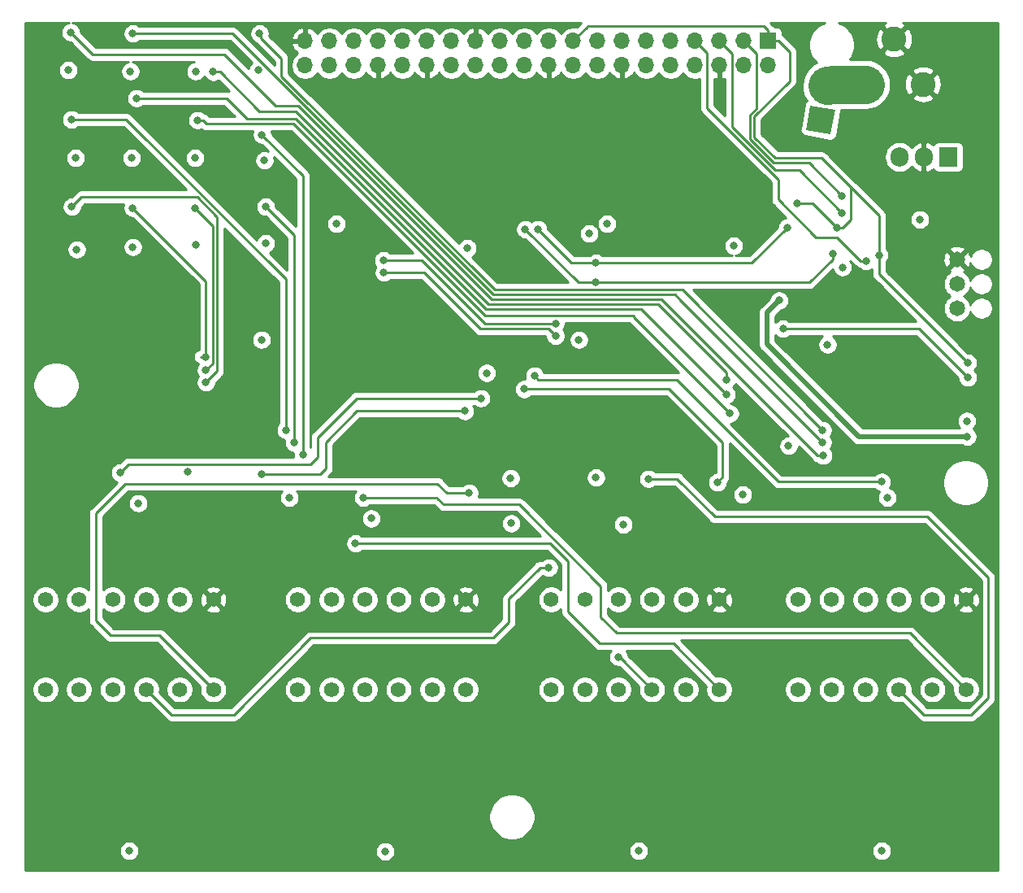
<source format=gbr>
G04 #@! TF.GenerationSoftware,KiCad,Pcbnew,5.1.5*
G04 #@! TF.CreationDate,2020-05-29T14:42:09-04:00*
G04 #@! TF.ProjectId,EVE-PCB-V4,4556452d-5043-4422-9d56-342e6b696361,rev?*
G04 #@! TF.SameCoordinates,Original*
G04 #@! TF.FileFunction,Copper,L4,Bot*
G04 #@! TF.FilePolarity,Positive*
%FSLAX46Y46*%
G04 Gerber Fmt 4.6, Leading zero omitted, Abs format (unit mm)*
G04 Created by KiCad (PCBNEW 5.1.5) date 2020-05-29 14:42:09*
%MOMM*%
%LPD*%
G04 APERTURE LIST*
%ADD10C,1.575000*%
%ADD11O,1.700000X1.700000*%
%ADD12R,1.700000X1.700000*%
%ADD13R,2.600000X2.600000*%
%ADD14C,2.600000*%
%ADD15R,1.905000X2.000000*%
%ADD16O,1.905000X2.000000*%
%ADD17C,1.650000*%
%ADD18C,0.100000*%
%ADD19C,2.600000*%
%ADD20C,0.800000*%
%ADD21C,0.250000*%
%ADD22C,4.000000*%
%ADD23C,0.500000*%
%ADD24C,0.254000*%
G04 APERTURE END LIST*
D10*
X108592346Y-95760000D03*
X108592346Y-105110000D03*
X105092346Y-95760000D03*
X105092346Y-105110000D03*
X101592346Y-95760000D03*
X101592346Y-105110000D03*
X98092346Y-95760000D03*
X98092346Y-105110000D03*
X94592346Y-95760000D03*
X94592346Y-105110000D03*
X91092346Y-95760000D03*
X91092346Y-105110000D03*
D11*
X118143346Y-40146769D03*
X118143346Y-37606769D03*
X120683346Y-40146769D03*
X120683346Y-37606769D03*
X123223346Y-40146769D03*
X123223346Y-37606769D03*
X125763346Y-40146769D03*
X125763346Y-37606769D03*
X128303346Y-40146769D03*
X128303346Y-37606769D03*
X130843346Y-40146769D03*
X130843346Y-37606769D03*
X133383346Y-40146769D03*
X133383346Y-37606769D03*
X135923346Y-40146769D03*
X135923346Y-37606769D03*
X138463346Y-40146769D03*
X138463346Y-37606769D03*
X141003346Y-40146769D03*
X141003346Y-37606769D03*
X143543346Y-40146769D03*
X143543346Y-37606769D03*
X146083346Y-40146769D03*
X146083346Y-37606769D03*
X148623346Y-40146769D03*
X148623346Y-37606769D03*
X151163346Y-40146769D03*
X151163346Y-37606769D03*
X153703346Y-40146769D03*
X153703346Y-37606769D03*
X156243346Y-40146769D03*
X156243346Y-37606769D03*
X158783346Y-40146769D03*
X158783346Y-37606769D03*
X161323346Y-40146769D03*
X161323346Y-37606769D03*
X163863346Y-40146769D03*
X163863346Y-37606769D03*
X166403346Y-40146769D03*
D12*
X166403346Y-37606769D03*
D10*
X187014846Y-95760000D03*
X187014846Y-105110000D03*
X183514846Y-95760000D03*
X183514846Y-105110000D03*
X180014846Y-95760000D03*
X180014846Y-105110000D03*
X176514846Y-95760000D03*
X176514846Y-105110000D03*
X173014846Y-95760000D03*
X173014846Y-105110000D03*
X169514846Y-95760000D03*
X169514846Y-105110000D03*
X161297346Y-95760000D03*
X161297346Y-105110000D03*
X157797346Y-95760000D03*
X157797346Y-105110000D03*
X154297346Y-95760000D03*
X154297346Y-105110000D03*
X150797346Y-95760000D03*
X150797346Y-105110000D03*
X147297346Y-95760000D03*
X147297346Y-105110000D03*
X143797346Y-95760000D03*
X143797346Y-105110000D03*
X134881346Y-95760000D03*
X134881346Y-105110000D03*
X131381346Y-95760000D03*
X131381346Y-105110000D03*
X127881346Y-95760000D03*
X127881346Y-105110000D03*
X124381346Y-95760000D03*
X124381346Y-105110000D03*
X120881346Y-95760000D03*
X120881346Y-105110000D03*
X117381346Y-95760000D03*
X117381346Y-105110000D03*
D13*
X176530000Y-42113200D03*
D14*
X182530000Y-42113200D03*
X179530000Y-37413200D03*
D15*
X185166000Y-49682400D03*
D16*
X182626000Y-49682400D03*
X180086000Y-49682400D03*
D17*
X186080400Y-65430400D03*
X186080400Y-62890400D03*
X186080400Y-60350400D03*
G04 #@! TA.AperFunction,ComponentPad*
D18*
G36*
X172910907Y-47327593D02*
G01*
X170350407Y-46876107D01*
X170801893Y-44315607D01*
X173362393Y-44767093D01*
X172910907Y-47327593D01*
G37*
G04 #@! TD.AperFunction*
D19*
X172518000Y-42069482D02*
X172518000Y-42069482D01*
D20*
X93472000Y-40640000D03*
X99949000Y-40767000D03*
X113284000Y-40640000D03*
X100076000Y-49784000D03*
X106680000Y-49784000D03*
X94234000Y-49784000D03*
X106807000Y-58801000D03*
X113919000Y-50038000D03*
X94361000Y-59309000D03*
X100203000Y-59055000D03*
X114046000Y-58674000D03*
X172593000Y-69215000D03*
X105918000Y-82423000D03*
X113601500Y-68707000D03*
X99822000Y-121920000D03*
X126492000Y-121983500D03*
X152908000Y-121920000D03*
X178244500Y-121920000D03*
X168529000Y-79756000D03*
X106743500Y-40767000D03*
X139636500Y-87820500D03*
X139573000Y-83121500D03*
X148463000Y-83058000D03*
X151320500Y-87947500D03*
X138176000Y-55880000D03*
X151447500Y-69024500D03*
X108331000Y-78613000D03*
X136906000Y-78041500D03*
X108458000Y-89598500D03*
X136842500Y-60388500D03*
X160464500Y-91567000D03*
X187096400Y-77165200D03*
X174142400Y-61163200D03*
X162814000Y-58928000D03*
X149606000Y-56642000D03*
X121412000Y-56642000D03*
X125031500Y-87312500D03*
X135064500Y-59182000D03*
X147764500Y-57658000D03*
X100774500Y-85725000D03*
X116522500Y-85153500D03*
X178816000Y-85153500D03*
X137070500Y-72162000D03*
X146685000Y-68707000D03*
X163766500Y-84836000D03*
X182219600Y-56184800D03*
X93726000Y-36703000D03*
X172148500Y-80772000D03*
X100203000Y-36830000D03*
X172085000Y-79375000D03*
X113411000Y-36830000D03*
X172085000Y-78105000D03*
X106934000Y-45847000D03*
X162433000Y-76390500D03*
X162052000Y-72898000D03*
X108585000Y-40830500D03*
X100584000Y-43561000D03*
X162052000Y-74422000D03*
X113665000Y-47371000D03*
X117919500Y-80645000D03*
X114046000Y-54864000D03*
X117030500Y-79438500D03*
X93789500Y-45783500D03*
X116141500Y-78105000D03*
X107823000Y-70485000D03*
X100203000Y-54991000D03*
X107823000Y-71882000D03*
X106680000Y-54991000D03*
X107823000Y-73152000D03*
X93853000Y-54864000D03*
X173609000Y-57023000D03*
X169418000Y-54483000D03*
X177952400Y-59893200D03*
X187198000Y-71120000D03*
X174117000Y-53721000D03*
X174117000Y-55499000D03*
X124206000Y-85153500D03*
X123393200Y-89916000D03*
X135255000Y-84645500D03*
X168402000Y-57023000D03*
X148463000Y-60706000D03*
X144237000Y-67021000D03*
X126301500Y-60452000D03*
X142430500Y-57213500D03*
X173126400Y-59740800D03*
X148463000Y-62738000D03*
X144247351Y-68301351D03*
X126365000Y-61722000D03*
X141097000Y-57213500D03*
X167538400Y-64617600D03*
X187147200Y-78790800D03*
X167944800Y-67564000D03*
X187198000Y-72644000D03*
X153924000Y-83185000D03*
X150812500Y-101727000D03*
X143541500Y-92424500D03*
X178244500Y-83502500D03*
X142049500Y-72453500D03*
X161099500Y-83566000D03*
X140970000Y-73850500D03*
X113665000Y-82740500D03*
X134810500Y-76136500D03*
X98869500Y-82550000D03*
X136461500Y-74803000D03*
X176580800Y-60502800D03*
D21*
X171577000Y-80772000D02*
X172085000Y-80772000D01*
X155263009Y-64458009D02*
X171577000Y-80772000D01*
X137607189Y-64458009D02*
X155263009Y-64458009D01*
X115062000Y-44323000D02*
X117472180Y-44323000D01*
X117472180Y-44323000D02*
X137607189Y-64458009D01*
X109728000Y-38989000D02*
X115062000Y-44323000D01*
X96012000Y-38989000D02*
X109728000Y-38989000D01*
X93726000Y-36703000D02*
X96012000Y-38989000D01*
X100203000Y-36830000D02*
X110615590Y-36830000D01*
X110615590Y-36830000D02*
X137793590Y-64008000D01*
X157351590Y-64641590D02*
X172085000Y-79375000D01*
X156718000Y-64008000D02*
X157351590Y-64641590D01*
X137793590Y-64008000D02*
X156718000Y-64008000D01*
X113411000Y-36830000D02*
X113538000Y-36703000D01*
X113538000Y-37280425D02*
X115697000Y-39439425D01*
X113538000Y-36703000D02*
X113538000Y-37280425D01*
X115697000Y-39439425D02*
X115697000Y-41275000D01*
X137885001Y-63463001D02*
X157443001Y-63463001D01*
X115697000Y-41275000D02*
X137885001Y-63463001D01*
X157443001Y-63463001D02*
X172085000Y-78105000D01*
X107499685Y-45847000D02*
X107880685Y-46228000D01*
X106934000Y-45847000D02*
X107499685Y-45847000D01*
X107880685Y-46228000D02*
X116967000Y-46228000D01*
X116967000Y-46228000D02*
X136906000Y-66167000D01*
X136906000Y-66167000D02*
X152400000Y-66167000D01*
X152717500Y-66675000D02*
X162433000Y-76390500D01*
X152400000Y-66357500D02*
X152717500Y-66675000D01*
X152400000Y-66167000D02*
X152400000Y-66357500D01*
X137287000Y-65024000D02*
X154940000Y-65024000D01*
X117221000Y-44958000D02*
X137287000Y-65024000D01*
X154940000Y-65024000D02*
X162052000Y-72136000D01*
X162052000Y-72136000D02*
X162052000Y-72898000D01*
X108585000Y-40830500D02*
X109283500Y-40830500D01*
X113411000Y-44958000D02*
X117221000Y-44958000D01*
X109283500Y-40830500D02*
X113411000Y-44958000D01*
X100584000Y-43561000D02*
X109982000Y-43561000D01*
X109982000Y-43561000D02*
X112141000Y-45720000D01*
X112141000Y-45720000D02*
X117221000Y-45720000D01*
X117221000Y-45720000D02*
X137033000Y-65532000D01*
X154432000Y-66802000D02*
X162052000Y-74422000D01*
X153162000Y-65532000D02*
X154432000Y-66802000D01*
X137033000Y-65532000D02*
X153162000Y-65532000D01*
X113665000Y-47371000D02*
X117919500Y-51625500D01*
X117919500Y-51625500D02*
X117919500Y-80645000D01*
X114046000Y-54864000D02*
X117030500Y-57848500D01*
X117030500Y-57848500D02*
X117030500Y-79438500D01*
X116141500Y-62419090D02*
X116141500Y-78105000D01*
X93789500Y-45783500D02*
X99505910Y-45783500D01*
X99505910Y-45783500D02*
X116141500Y-62419090D01*
X107823000Y-70485000D02*
X107823000Y-62611000D01*
X107823000Y-62611000D02*
X100203000Y-54991000D01*
X107823000Y-70485000D02*
X107257315Y-70485000D01*
X108548001Y-56859001D02*
X106680000Y-54991000D01*
X107823000Y-71882000D02*
X108548001Y-71156999D01*
X108548001Y-71156999D02*
X108548001Y-56859001D01*
X108998011Y-71976989D02*
X108998011Y-55912011D01*
X107823000Y-73152000D02*
X108998011Y-71976989D01*
X108998011Y-55912011D02*
X106934000Y-53848000D01*
X106934000Y-53848000D02*
X94869000Y-53848000D01*
X94869000Y-53848000D02*
X93853000Y-54864000D01*
X166403346Y-36506769D02*
X166403346Y-37606769D01*
X165964577Y-36068000D02*
X166403346Y-36506769D01*
X147574000Y-36068000D02*
X165964577Y-36068000D01*
X147574000Y-36116115D02*
X146083346Y-37606769D01*
X147574000Y-36068000D02*
X147574000Y-36116115D01*
X174174685Y-57023000D02*
X173609000Y-57023000D01*
X175006000Y-56191685D02*
X174174685Y-57023000D01*
X175006000Y-52832000D02*
X175006000Y-56191685D01*
X171958000Y-49784000D02*
X175006000Y-52832000D01*
X167132000Y-49784000D02*
X171958000Y-49784000D01*
X164973000Y-47625000D02*
X167132000Y-49784000D01*
X167503346Y-37606769D02*
X168656000Y-38759423D01*
X166403346Y-37606769D02*
X167503346Y-37606769D01*
X168656000Y-41783000D02*
X164973000Y-45466000D01*
X164973000Y-45466000D02*
X164973000Y-47625000D01*
X168656000Y-38759423D02*
X168656000Y-41783000D01*
X177952400Y-55778400D02*
X177952400Y-59893200D01*
X175006000Y-52832000D02*
X177952400Y-55778400D01*
X178358800Y-62280800D02*
X187198000Y-71120000D01*
X177952400Y-61874400D02*
X178358800Y-62280800D01*
X177952400Y-59893200D02*
X177952400Y-61874400D01*
X171577000Y-54991000D02*
X173609000Y-57023000D01*
X171069000Y-54483000D02*
X171577000Y-54991000D01*
X169418000Y-54483000D02*
X171069000Y-54483000D01*
X170688000Y-50292000D02*
X174117000Y-53721000D01*
X167003590Y-50292000D02*
X170688000Y-50292000D01*
X163863346Y-37606769D02*
X165157990Y-38901413D01*
X164522990Y-47811400D02*
X167003590Y-50292000D01*
X164522990Y-45279600D02*
X164522990Y-47811400D01*
X165157990Y-44644600D02*
X164522990Y-45279600D01*
X165157990Y-38901413D02*
X165157990Y-44644600D01*
X167129180Y-51054000D02*
X169672000Y-51054000D01*
X169672000Y-51054000D02*
X174117000Y-55499000D01*
X162623500Y-46548320D02*
X167129180Y-51054000D01*
X162623500Y-38906923D02*
X161323346Y-37606769D01*
X162623500Y-46548320D02*
X162623500Y-38906923D01*
X181155346Y-99250500D02*
X187014846Y-105110000D01*
X150622000Y-99250500D02*
X181155346Y-99250500D01*
X148971000Y-97599500D02*
X150622000Y-99250500D01*
X132581502Y-85852000D02*
X140462000Y-85852000D01*
X140462000Y-85852000D02*
X148971000Y-94361000D01*
X148971000Y-94361000D02*
X148971000Y-97599500D01*
X131940300Y-85153500D02*
X124206000Y-85153500D01*
X131940300Y-85210798D02*
X132581502Y-85852000D01*
X131940300Y-85153500D02*
X131940300Y-85210798D01*
X156517346Y-100330000D02*
X161297346Y-105110000D01*
X143662400Y-89916000D02*
X145542000Y-91795600D01*
X145542000Y-97028000D02*
X148844000Y-100330000D01*
X123393200Y-89916000D02*
X143662400Y-89916000D01*
X148844000Y-100330000D02*
X156517346Y-100330000D01*
X145542000Y-91795600D02*
X145542000Y-97028000D01*
X132905500Y-84645500D02*
X131953000Y-83693000D01*
X131953000Y-83693000D02*
X99441000Y-83693000D01*
X99441000Y-83693000D02*
X96329500Y-86804500D01*
X96329500Y-86804500D02*
X96329500Y-97917000D01*
X96329500Y-97917000D02*
X97917000Y-99504500D01*
X102986846Y-99504500D02*
X108592346Y-105110000D01*
X97917000Y-99504500D02*
X102986846Y-99504500D01*
X132905500Y-84645500D02*
X135255000Y-84645500D01*
X144237000Y-67021000D02*
X136871000Y-67021000D01*
X136871000Y-67021000D02*
X130302000Y-60452000D01*
X164719000Y-60706000D02*
X148463000Y-60706000D01*
X168402000Y-57023000D02*
X164719000Y-60706000D01*
X130302000Y-60452000D02*
X126301500Y-60452000D01*
X145923000Y-60706000D02*
X142430500Y-57213500D01*
X148463000Y-60706000D02*
X145923000Y-60706000D01*
X143510000Y-67564000D02*
X144247351Y-68301351D01*
X136398000Y-67564000D02*
X143510000Y-67564000D01*
X130556000Y-61722000D02*
X136398000Y-67564000D01*
X130556000Y-61722000D02*
X126365000Y-61722000D01*
X146621500Y-62738000D02*
X141097000Y-57213500D01*
X148463000Y-62738000D02*
X146621500Y-62738000D01*
X173126400Y-60306485D02*
X173126400Y-59740800D01*
X148463000Y-62738000D02*
X170694885Y-62738000D01*
X170694885Y-62738000D02*
X173126400Y-60306485D01*
D22*
X176530000Y-42113200D02*
X173274857Y-42113200D01*
X173251378Y-42144708D02*
X172544068Y-42247993D01*
X173274857Y-42113200D02*
X173251378Y-42144708D01*
D23*
X187147200Y-78790800D02*
X175869600Y-78790800D01*
X175869600Y-78790800D02*
X166268400Y-69189600D01*
X166268400Y-65887600D02*
X167538400Y-64617600D01*
X166268400Y-69189600D02*
X166268400Y-65887600D01*
D21*
X182118000Y-67564000D02*
X187198000Y-72644000D01*
X167944800Y-67564000D02*
X182118000Y-67564000D01*
X153924000Y-83185000D02*
X156908500Y-83185000D01*
X156908500Y-83185000D02*
X160845500Y-87122000D01*
X160845500Y-87122000D02*
X183007000Y-87122000D01*
X183007000Y-87122000D02*
X189357000Y-93472000D01*
X189357000Y-93472000D02*
X189357000Y-105981500D01*
X189357000Y-105981500D02*
X187579000Y-107759500D01*
X182664346Y-107759500D02*
X180014846Y-105110000D01*
X187579000Y-107759500D02*
X182664346Y-107759500D01*
X150812500Y-101727000D02*
X151003000Y-101917500D01*
X151104846Y-101917500D02*
X154297346Y-105110000D01*
X151003000Y-101917500D02*
X151104846Y-101917500D01*
X139382500Y-95694500D02*
X142652500Y-92424500D01*
X139382500Y-98107500D02*
X139382500Y-95694500D01*
X142652500Y-92424500D02*
X143541500Y-92424500D01*
X101592346Y-105110000D02*
X104241846Y-107759500D01*
X104241846Y-107759500D02*
X110744000Y-107759500D01*
X110744000Y-107759500D02*
X118745000Y-99758500D01*
X118745000Y-99758500D02*
X137731500Y-99758500D01*
X137731500Y-99758500D02*
X139382500Y-98107500D01*
X142449499Y-72853499D02*
X156863999Y-72853499D01*
X142049500Y-72453500D02*
X142449499Y-72853499D01*
X167513000Y-83502500D02*
X178244500Y-83502500D01*
X156863999Y-72853499D02*
X167513000Y-83502500D01*
X161671000Y-82994500D02*
X161099500Y-83566000D01*
X161671000Y-79438500D02*
X161671000Y-82994500D01*
X156083000Y-73850500D02*
X161671000Y-79438500D01*
X140970000Y-73850500D02*
X156083000Y-73850500D01*
X134810500Y-76136500D02*
X123571000Y-76136500D01*
X123571000Y-76136500D02*
X120332500Y-79375000D01*
X114230685Y-82740500D02*
X113665000Y-82740500D01*
X119697500Y-82740500D02*
X114230685Y-82740500D01*
X120332500Y-82105500D02*
X119697500Y-82740500D01*
X120332500Y-79375000D02*
X120332500Y-82105500D01*
X136461500Y-74803000D02*
X123507500Y-74803000D01*
X123507500Y-74803000D02*
X119443500Y-78867000D01*
X119443500Y-78867000D02*
X119443500Y-80899000D01*
X119443500Y-80899000D02*
X118681500Y-81661000D01*
X99758500Y-81661000D02*
X98869500Y-82550000D01*
X118681500Y-81661000D02*
X99758500Y-81661000D01*
X160020000Y-38843423D02*
X158783346Y-37606769D01*
X160020000Y-44602400D02*
X160020000Y-44500800D01*
X167436800Y-54102000D02*
X167436800Y-52019200D01*
X171399200Y-58064400D02*
X167436800Y-54102000D01*
X160020000Y-44500800D02*
X160020000Y-38843423D01*
X176580800Y-60502800D02*
X176015115Y-60502800D01*
X176015115Y-60502800D02*
X173576715Y-58064400D01*
X167436800Y-52019200D02*
X160020000Y-44602400D01*
X173576715Y-58064400D02*
X171399200Y-58064400D01*
D24*
G36*
X93424102Y-35707774D02*
G01*
X93235744Y-35785795D01*
X93066226Y-35899063D01*
X92922063Y-36043226D01*
X92808795Y-36212744D01*
X92730774Y-36401102D01*
X92691000Y-36601061D01*
X92691000Y-36804939D01*
X92730774Y-37004898D01*
X92808795Y-37193256D01*
X92922063Y-37362774D01*
X93066226Y-37506937D01*
X93235744Y-37620205D01*
X93424102Y-37698226D01*
X93624061Y-37738000D01*
X93686199Y-37738000D01*
X95448200Y-39500002D01*
X95471999Y-39529001D01*
X95587724Y-39623974D01*
X95719753Y-39694546D01*
X95863014Y-39738003D01*
X95974667Y-39749000D01*
X95974676Y-39749000D01*
X96011999Y-39752676D01*
X96049322Y-39749000D01*
X99761596Y-39749000D01*
X99647102Y-39771774D01*
X99458744Y-39849795D01*
X99289226Y-39963063D01*
X99145063Y-40107226D01*
X99031795Y-40276744D01*
X98953774Y-40465102D01*
X98914000Y-40665061D01*
X98914000Y-40868939D01*
X98953774Y-41068898D01*
X99031795Y-41257256D01*
X99145063Y-41426774D01*
X99289226Y-41570937D01*
X99458744Y-41684205D01*
X99647102Y-41762226D01*
X99847061Y-41802000D01*
X100050939Y-41802000D01*
X100250898Y-41762226D01*
X100439256Y-41684205D01*
X100608774Y-41570937D01*
X100752937Y-41426774D01*
X100866205Y-41257256D01*
X100944226Y-41068898D01*
X100984000Y-40868939D01*
X100984000Y-40665061D01*
X100944226Y-40465102D01*
X100866205Y-40276744D01*
X100752937Y-40107226D01*
X100608774Y-39963063D01*
X100439256Y-39849795D01*
X100250898Y-39771774D01*
X100136404Y-39749000D01*
X106556096Y-39749000D01*
X106441602Y-39771774D01*
X106253244Y-39849795D01*
X106083726Y-39963063D01*
X105939563Y-40107226D01*
X105826295Y-40276744D01*
X105748274Y-40465102D01*
X105708500Y-40665061D01*
X105708500Y-40868939D01*
X105748274Y-41068898D01*
X105826295Y-41257256D01*
X105939563Y-41426774D01*
X106083726Y-41570937D01*
X106253244Y-41684205D01*
X106441602Y-41762226D01*
X106641561Y-41802000D01*
X106845439Y-41802000D01*
X107045398Y-41762226D01*
X107233756Y-41684205D01*
X107403274Y-41570937D01*
X107547437Y-41426774D01*
X107648845Y-41275006D01*
X107667795Y-41320756D01*
X107781063Y-41490274D01*
X107925226Y-41634437D01*
X108094744Y-41747705D01*
X108283102Y-41825726D01*
X108483061Y-41865500D01*
X108686939Y-41865500D01*
X108886898Y-41825726D01*
X109075256Y-41747705D01*
X109105617Y-41727418D01*
X110215976Y-42837778D01*
X110130986Y-42811997D01*
X110019333Y-42801000D01*
X110019322Y-42801000D01*
X109982000Y-42797324D01*
X109944678Y-42801000D01*
X101287711Y-42801000D01*
X101243774Y-42757063D01*
X101074256Y-42643795D01*
X100885898Y-42565774D01*
X100685939Y-42526000D01*
X100482061Y-42526000D01*
X100282102Y-42565774D01*
X100093744Y-42643795D01*
X99924226Y-42757063D01*
X99780063Y-42901226D01*
X99666795Y-43070744D01*
X99588774Y-43259102D01*
X99549000Y-43459061D01*
X99549000Y-43662939D01*
X99588774Y-43862898D01*
X99666795Y-44051256D01*
X99780063Y-44220774D01*
X99924226Y-44364937D01*
X100093744Y-44478205D01*
X100282102Y-44556226D01*
X100482061Y-44596000D01*
X100685939Y-44596000D01*
X100885898Y-44556226D01*
X101074256Y-44478205D01*
X101243774Y-44364937D01*
X101287711Y-44321000D01*
X109667199Y-44321000D01*
X110814198Y-45468000D01*
X108195486Y-45468000D01*
X108063489Y-45336003D01*
X108039686Y-45306999D01*
X107923961Y-45212026D01*
X107791932Y-45141454D01*
X107648724Y-45098013D01*
X107593774Y-45043063D01*
X107424256Y-44929795D01*
X107235898Y-44851774D01*
X107035939Y-44812000D01*
X106832061Y-44812000D01*
X106632102Y-44851774D01*
X106443744Y-44929795D01*
X106274226Y-45043063D01*
X106130063Y-45187226D01*
X106016795Y-45356744D01*
X105938774Y-45545102D01*
X105899000Y-45745061D01*
X105899000Y-45948939D01*
X105938774Y-46148898D01*
X106016795Y-46337256D01*
X106130063Y-46506774D01*
X106274226Y-46650937D01*
X106443744Y-46764205D01*
X106632102Y-46842226D01*
X106832061Y-46882000D01*
X107035939Y-46882000D01*
X107235898Y-46842226D01*
X107365642Y-46788484D01*
X107456409Y-46862974D01*
X107588438Y-46933546D01*
X107731699Y-46977003D01*
X107843352Y-46988000D01*
X107843361Y-46988000D01*
X107880684Y-46991676D01*
X107918007Y-46988000D01*
X112703368Y-46988000D01*
X112669774Y-47069102D01*
X112630000Y-47269061D01*
X112630000Y-47472939D01*
X112669774Y-47672898D01*
X112747795Y-47861256D01*
X112861063Y-48030774D01*
X113005226Y-48174937D01*
X113174744Y-48288205D01*
X113363102Y-48366226D01*
X113563061Y-48406000D01*
X113625199Y-48406000D01*
X114291017Y-49071819D01*
X114220898Y-49042774D01*
X114020939Y-49003000D01*
X113817061Y-49003000D01*
X113617102Y-49042774D01*
X113428744Y-49120795D01*
X113259226Y-49234063D01*
X113115063Y-49378226D01*
X113001795Y-49547744D01*
X112923774Y-49736102D01*
X112884000Y-49936061D01*
X112884000Y-50139939D01*
X112923774Y-50339898D01*
X113001795Y-50528256D01*
X113115063Y-50697774D01*
X113259226Y-50841937D01*
X113428744Y-50955205D01*
X113617102Y-51033226D01*
X113817061Y-51073000D01*
X114020939Y-51073000D01*
X114220898Y-51033226D01*
X114409256Y-50955205D01*
X114578774Y-50841937D01*
X114722937Y-50697774D01*
X114836205Y-50528256D01*
X114914226Y-50339898D01*
X114954000Y-50139939D01*
X114954000Y-49936061D01*
X114914226Y-49736102D01*
X114885182Y-49665983D01*
X117159500Y-51940302D01*
X117159500Y-56902697D01*
X115081000Y-54824199D01*
X115081000Y-54762061D01*
X115041226Y-54562102D01*
X114963205Y-54373744D01*
X114849937Y-54204226D01*
X114705774Y-54060063D01*
X114536256Y-53946795D01*
X114347898Y-53868774D01*
X114147939Y-53829000D01*
X113944061Y-53829000D01*
X113744102Y-53868774D01*
X113555744Y-53946795D01*
X113386226Y-54060063D01*
X113242063Y-54204226D01*
X113128795Y-54373744D01*
X113050774Y-54562102D01*
X113011000Y-54762061D01*
X113011000Y-54965939D01*
X113050774Y-55165898D01*
X113128795Y-55354256D01*
X113242063Y-55523774D01*
X113386226Y-55667937D01*
X113555744Y-55781205D01*
X113744102Y-55859226D01*
X113944061Y-55899000D01*
X114006199Y-55899000D01*
X116270500Y-58163303D01*
X116270500Y-61473288D01*
X114431718Y-59634506D01*
X114536256Y-59591205D01*
X114705774Y-59477937D01*
X114849937Y-59333774D01*
X114963205Y-59164256D01*
X115041226Y-58975898D01*
X115081000Y-58775939D01*
X115081000Y-58572061D01*
X115041226Y-58372102D01*
X114963205Y-58183744D01*
X114849937Y-58014226D01*
X114705774Y-57870063D01*
X114536256Y-57756795D01*
X114347898Y-57678774D01*
X114147939Y-57639000D01*
X113944061Y-57639000D01*
X113744102Y-57678774D01*
X113555744Y-57756795D01*
X113386226Y-57870063D01*
X113242063Y-58014226D01*
X113128795Y-58183744D01*
X113085494Y-58288282D01*
X104479273Y-49682061D01*
X105645000Y-49682061D01*
X105645000Y-49885939D01*
X105684774Y-50085898D01*
X105762795Y-50274256D01*
X105876063Y-50443774D01*
X106020226Y-50587937D01*
X106189744Y-50701205D01*
X106378102Y-50779226D01*
X106578061Y-50819000D01*
X106781939Y-50819000D01*
X106981898Y-50779226D01*
X107170256Y-50701205D01*
X107339774Y-50587937D01*
X107483937Y-50443774D01*
X107597205Y-50274256D01*
X107675226Y-50085898D01*
X107715000Y-49885939D01*
X107715000Y-49682061D01*
X107675226Y-49482102D01*
X107597205Y-49293744D01*
X107483937Y-49124226D01*
X107339774Y-48980063D01*
X107170256Y-48866795D01*
X106981898Y-48788774D01*
X106781939Y-48749000D01*
X106578061Y-48749000D01*
X106378102Y-48788774D01*
X106189744Y-48866795D01*
X106020226Y-48980063D01*
X105876063Y-49124226D01*
X105762795Y-49293744D01*
X105684774Y-49482102D01*
X105645000Y-49682061D01*
X104479273Y-49682061D01*
X100069714Y-45272503D01*
X100045911Y-45243499D01*
X99930186Y-45148526D01*
X99798157Y-45077954D01*
X99654896Y-45034497D01*
X99543243Y-45023500D01*
X99543232Y-45023500D01*
X99505910Y-45019824D01*
X99468588Y-45023500D01*
X94493211Y-45023500D01*
X94449274Y-44979563D01*
X94279756Y-44866295D01*
X94091398Y-44788274D01*
X93891439Y-44748500D01*
X93687561Y-44748500D01*
X93487602Y-44788274D01*
X93299244Y-44866295D01*
X93129726Y-44979563D01*
X92985563Y-45123726D01*
X92872295Y-45293244D01*
X92794274Y-45481602D01*
X92754500Y-45681561D01*
X92754500Y-45885439D01*
X92794274Y-46085398D01*
X92872295Y-46273756D01*
X92985563Y-46443274D01*
X93129726Y-46587437D01*
X93299244Y-46700705D01*
X93487602Y-46778726D01*
X93687561Y-46818500D01*
X93891439Y-46818500D01*
X94091398Y-46778726D01*
X94279756Y-46700705D01*
X94449274Y-46587437D01*
X94493211Y-46543500D01*
X99191109Y-46543500D01*
X105735609Y-53088000D01*
X94906322Y-53088000D01*
X94869000Y-53084324D01*
X94831677Y-53088000D01*
X94831667Y-53088000D01*
X94720014Y-53098997D01*
X94576753Y-53142454D01*
X94444723Y-53213026D01*
X94361083Y-53281668D01*
X94328999Y-53307999D01*
X94305201Y-53336997D01*
X93813199Y-53829000D01*
X93751061Y-53829000D01*
X93551102Y-53868774D01*
X93362744Y-53946795D01*
X93193226Y-54060063D01*
X93049063Y-54204226D01*
X92935795Y-54373744D01*
X92857774Y-54562102D01*
X92818000Y-54762061D01*
X92818000Y-54965939D01*
X92857774Y-55165898D01*
X92935795Y-55354256D01*
X93049063Y-55523774D01*
X93193226Y-55667937D01*
X93362744Y-55781205D01*
X93551102Y-55859226D01*
X93751061Y-55899000D01*
X93954939Y-55899000D01*
X94154898Y-55859226D01*
X94343256Y-55781205D01*
X94512774Y-55667937D01*
X94656937Y-55523774D01*
X94770205Y-55354256D01*
X94848226Y-55165898D01*
X94888000Y-54965939D01*
X94888000Y-54903801D01*
X95183802Y-54608000D01*
X99241368Y-54608000D01*
X99207774Y-54689102D01*
X99168000Y-54889061D01*
X99168000Y-55092939D01*
X99207774Y-55292898D01*
X99285795Y-55481256D01*
X99399063Y-55650774D01*
X99543226Y-55794937D01*
X99712744Y-55908205D01*
X99901102Y-55986226D01*
X100101061Y-56026000D01*
X100163199Y-56026000D01*
X107063001Y-62925803D01*
X107063000Y-69749747D01*
X106965068Y-69779454D01*
X106833039Y-69850026D01*
X106717314Y-69944999D01*
X106622341Y-70060724D01*
X106551769Y-70192753D01*
X106508312Y-70336014D01*
X106493638Y-70485000D01*
X106508312Y-70633986D01*
X106551769Y-70777247D01*
X106622341Y-70909276D01*
X106717314Y-71025001D01*
X106833039Y-71119974D01*
X106965068Y-71190546D01*
X107030803Y-71210486D01*
X107019063Y-71222226D01*
X106905795Y-71391744D01*
X106827774Y-71580102D01*
X106788000Y-71780061D01*
X106788000Y-71983939D01*
X106827774Y-72183898D01*
X106905795Y-72372256D01*
X107002510Y-72517000D01*
X106905795Y-72661744D01*
X106827774Y-72850102D01*
X106788000Y-73050061D01*
X106788000Y-73253939D01*
X106827774Y-73453898D01*
X106905795Y-73642256D01*
X107019063Y-73811774D01*
X107163226Y-73955937D01*
X107332744Y-74069205D01*
X107521102Y-74147226D01*
X107721061Y-74187000D01*
X107924939Y-74187000D01*
X108124898Y-74147226D01*
X108313256Y-74069205D01*
X108482774Y-73955937D01*
X108626937Y-73811774D01*
X108740205Y-73642256D01*
X108818226Y-73453898D01*
X108858000Y-73253939D01*
X108858000Y-73191802D01*
X109509020Y-72540783D01*
X109538012Y-72516990D01*
X109561806Y-72487997D01*
X109561810Y-72487993D01*
X109632984Y-72401266D01*
X109632985Y-72401265D01*
X109703557Y-72269236D01*
X109747014Y-72125975D01*
X109758011Y-72014322D01*
X109758011Y-72014313D01*
X109761687Y-71976990D01*
X109758011Y-71939667D01*
X109758011Y-68605061D01*
X112566500Y-68605061D01*
X112566500Y-68808939D01*
X112606274Y-69008898D01*
X112684295Y-69197256D01*
X112797563Y-69366774D01*
X112941726Y-69510937D01*
X113111244Y-69624205D01*
X113299602Y-69702226D01*
X113499561Y-69742000D01*
X113703439Y-69742000D01*
X113903398Y-69702226D01*
X114091756Y-69624205D01*
X114261274Y-69510937D01*
X114405437Y-69366774D01*
X114518705Y-69197256D01*
X114596726Y-69008898D01*
X114636500Y-68808939D01*
X114636500Y-68605061D01*
X114596726Y-68405102D01*
X114518705Y-68216744D01*
X114405437Y-68047226D01*
X114261274Y-67903063D01*
X114091756Y-67789795D01*
X113903398Y-67711774D01*
X113703439Y-67672000D01*
X113499561Y-67672000D01*
X113299602Y-67711774D01*
X113111244Y-67789795D01*
X112941726Y-67903063D01*
X112797563Y-68047226D01*
X112684295Y-68216744D01*
X112606274Y-68405102D01*
X112566500Y-68605061D01*
X109758011Y-68605061D01*
X109758011Y-57110403D01*
X115381500Y-62733892D01*
X115381501Y-77401288D01*
X115337563Y-77445226D01*
X115224295Y-77614744D01*
X115146274Y-77803102D01*
X115106500Y-78003061D01*
X115106500Y-78206939D01*
X115146274Y-78406898D01*
X115224295Y-78595256D01*
X115337563Y-78764774D01*
X115481726Y-78908937D01*
X115651244Y-79022205D01*
X115839602Y-79100226D01*
X116034787Y-79139050D01*
X115995500Y-79336561D01*
X115995500Y-79540439D01*
X116035274Y-79740398D01*
X116113295Y-79928756D01*
X116226563Y-80098274D01*
X116370726Y-80242437D01*
X116540244Y-80355705D01*
X116728602Y-80433726D01*
X116899487Y-80467717D01*
X116884500Y-80543061D01*
X116884500Y-80746939D01*
X116915144Y-80901000D01*
X99795823Y-80901000D01*
X99758500Y-80897324D01*
X99721177Y-80901000D01*
X99721167Y-80901000D01*
X99609514Y-80911997D01*
X99466253Y-80955454D01*
X99334224Y-81026026D01*
X99218499Y-81120999D01*
X99194701Y-81149997D01*
X98829698Y-81515000D01*
X98767561Y-81515000D01*
X98567602Y-81554774D01*
X98379244Y-81632795D01*
X98209726Y-81746063D01*
X98065563Y-81890226D01*
X97952295Y-82059744D01*
X97874274Y-82248102D01*
X97834500Y-82448061D01*
X97834500Y-82651939D01*
X97874274Y-82851898D01*
X97952295Y-83040256D01*
X98065563Y-83209774D01*
X98209726Y-83353937D01*
X98379244Y-83467205D01*
X98529679Y-83529518D01*
X95818503Y-86240696D01*
X95789499Y-86264499D01*
X95746188Y-86317274D01*
X95694526Y-86380224D01*
X95675511Y-86415799D01*
X95623954Y-86512254D01*
X95580497Y-86655515D01*
X95569500Y-86767168D01*
X95569500Y-86767178D01*
X95565824Y-86804500D01*
X95569500Y-86841822D01*
X95569501Y-94725436D01*
X95499137Y-94655072D01*
X95266152Y-94499397D01*
X95007274Y-94392166D01*
X94732450Y-94337500D01*
X94452242Y-94337500D01*
X94177418Y-94392166D01*
X93918540Y-94499397D01*
X93685555Y-94655072D01*
X93487418Y-94853209D01*
X93331743Y-95086194D01*
X93224512Y-95345072D01*
X93169846Y-95619896D01*
X93169846Y-95900104D01*
X93224512Y-96174928D01*
X93331743Y-96433806D01*
X93487418Y-96666791D01*
X93685555Y-96864928D01*
X93918540Y-97020603D01*
X94177418Y-97127834D01*
X94452242Y-97182500D01*
X94732450Y-97182500D01*
X95007274Y-97127834D01*
X95266152Y-97020603D01*
X95499137Y-96864928D01*
X95569501Y-96794564D01*
X95569501Y-97879668D01*
X95565824Y-97917000D01*
X95580498Y-98065985D01*
X95623954Y-98209246D01*
X95694526Y-98341276D01*
X95765701Y-98428002D01*
X95789500Y-98457001D01*
X95818498Y-98480799D01*
X97353200Y-100015502D01*
X97376999Y-100044501D01*
X97405997Y-100068299D01*
X97492723Y-100139474D01*
X97573735Y-100182776D01*
X97624753Y-100210046D01*
X97768014Y-100253503D01*
X97879667Y-100264500D01*
X97879676Y-100264500D01*
X97916999Y-100268176D01*
X97954322Y-100264500D01*
X102672045Y-100264500D01*
X107204288Y-104796744D01*
X107169846Y-104969896D01*
X107169846Y-105250104D01*
X107224512Y-105524928D01*
X107331743Y-105783806D01*
X107487418Y-106016791D01*
X107685555Y-106214928D01*
X107918540Y-106370603D01*
X108177418Y-106477834D01*
X108452242Y-106532500D01*
X108732450Y-106532500D01*
X109007274Y-106477834D01*
X109266152Y-106370603D01*
X109499137Y-106214928D01*
X109697274Y-106016791D01*
X109852949Y-105783806D01*
X109960180Y-105524928D01*
X110014846Y-105250104D01*
X110014846Y-104969896D01*
X109960180Y-104695072D01*
X109852949Y-104436194D01*
X109697274Y-104203209D01*
X109499137Y-104005072D01*
X109266152Y-103849397D01*
X109007274Y-103742166D01*
X108732450Y-103687500D01*
X108452242Y-103687500D01*
X108279090Y-103721942D01*
X103550650Y-98993503D01*
X103526847Y-98964499D01*
X103411122Y-98869526D01*
X103279093Y-98798954D01*
X103135832Y-98755497D01*
X103024179Y-98744500D01*
X103024168Y-98744500D01*
X102986846Y-98740824D01*
X102949524Y-98744500D01*
X98231802Y-98744500D01*
X97089500Y-97602199D01*
X97089500Y-96768873D01*
X97185555Y-96864928D01*
X97418540Y-97020603D01*
X97677418Y-97127834D01*
X97952242Y-97182500D01*
X98232450Y-97182500D01*
X98507274Y-97127834D01*
X98766152Y-97020603D01*
X98999137Y-96864928D01*
X99197274Y-96666791D01*
X99352949Y-96433806D01*
X99460180Y-96174928D01*
X99514846Y-95900104D01*
X99514846Y-95619896D01*
X100169846Y-95619896D01*
X100169846Y-95900104D01*
X100224512Y-96174928D01*
X100331743Y-96433806D01*
X100487418Y-96666791D01*
X100685555Y-96864928D01*
X100918540Y-97020603D01*
X101177418Y-97127834D01*
X101452242Y-97182500D01*
X101732450Y-97182500D01*
X102007274Y-97127834D01*
X102266152Y-97020603D01*
X102499137Y-96864928D01*
X102697274Y-96666791D01*
X102852949Y-96433806D01*
X102960180Y-96174928D01*
X103014846Y-95900104D01*
X103014846Y-95619896D01*
X103669846Y-95619896D01*
X103669846Y-95900104D01*
X103724512Y-96174928D01*
X103831743Y-96433806D01*
X103987418Y-96666791D01*
X104185555Y-96864928D01*
X104418540Y-97020603D01*
X104677418Y-97127834D01*
X104952242Y-97182500D01*
X105232450Y-97182500D01*
X105507274Y-97127834D01*
X105766152Y-97020603D01*
X105999137Y-96864928D01*
X106120289Y-96743776D01*
X107788175Y-96743776D01*
X107858244Y-96986470D01*
X108111622Y-97106121D01*
X108383474Y-97174040D01*
X108663354Y-97187619D01*
X108940503Y-97146334D01*
X109204274Y-97051774D01*
X109326448Y-96986470D01*
X109396517Y-96743776D01*
X108592346Y-95939605D01*
X107788175Y-96743776D01*
X106120289Y-96743776D01*
X106197274Y-96666791D01*
X106352949Y-96433806D01*
X106460180Y-96174928D01*
X106514846Y-95900104D01*
X106514846Y-95831008D01*
X107164727Y-95831008D01*
X107206012Y-96108157D01*
X107300572Y-96371928D01*
X107365876Y-96494102D01*
X107608570Y-96564171D01*
X108412741Y-95760000D01*
X108771951Y-95760000D01*
X109576122Y-96564171D01*
X109818816Y-96494102D01*
X109938467Y-96240724D01*
X110006386Y-95968872D01*
X110019965Y-95688992D01*
X110009673Y-95619896D01*
X115958846Y-95619896D01*
X115958846Y-95900104D01*
X116013512Y-96174928D01*
X116120743Y-96433806D01*
X116276418Y-96666791D01*
X116474555Y-96864928D01*
X116707540Y-97020603D01*
X116966418Y-97127834D01*
X117241242Y-97182500D01*
X117521450Y-97182500D01*
X117796274Y-97127834D01*
X118055152Y-97020603D01*
X118288137Y-96864928D01*
X118486274Y-96666791D01*
X118641949Y-96433806D01*
X118749180Y-96174928D01*
X118803846Y-95900104D01*
X118803846Y-95619896D01*
X119458846Y-95619896D01*
X119458846Y-95900104D01*
X119513512Y-96174928D01*
X119620743Y-96433806D01*
X119776418Y-96666791D01*
X119974555Y-96864928D01*
X120207540Y-97020603D01*
X120466418Y-97127834D01*
X120741242Y-97182500D01*
X121021450Y-97182500D01*
X121296274Y-97127834D01*
X121555152Y-97020603D01*
X121788137Y-96864928D01*
X121986274Y-96666791D01*
X122141949Y-96433806D01*
X122249180Y-96174928D01*
X122303846Y-95900104D01*
X122303846Y-95619896D01*
X122958846Y-95619896D01*
X122958846Y-95900104D01*
X123013512Y-96174928D01*
X123120743Y-96433806D01*
X123276418Y-96666791D01*
X123474555Y-96864928D01*
X123707540Y-97020603D01*
X123966418Y-97127834D01*
X124241242Y-97182500D01*
X124521450Y-97182500D01*
X124796274Y-97127834D01*
X125055152Y-97020603D01*
X125288137Y-96864928D01*
X125486274Y-96666791D01*
X125641949Y-96433806D01*
X125749180Y-96174928D01*
X125803846Y-95900104D01*
X125803846Y-95619896D01*
X126458846Y-95619896D01*
X126458846Y-95900104D01*
X126513512Y-96174928D01*
X126620743Y-96433806D01*
X126776418Y-96666791D01*
X126974555Y-96864928D01*
X127207540Y-97020603D01*
X127466418Y-97127834D01*
X127741242Y-97182500D01*
X128021450Y-97182500D01*
X128296274Y-97127834D01*
X128555152Y-97020603D01*
X128788137Y-96864928D01*
X128986274Y-96666791D01*
X129141949Y-96433806D01*
X129249180Y-96174928D01*
X129303846Y-95900104D01*
X129303846Y-95619896D01*
X129958846Y-95619896D01*
X129958846Y-95900104D01*
X130013512Y-96174928D01*
X130120743Y-96433806D01*
X130276418Y-96666791D01*
X130474555Y-96864928D01*
X130707540Y-97020603D01*
X130966418Y-97127834D01*
X131241242Y-97182500D01*
X131521450Y-97182500D01*
X131796274Y-97127834D01*
X132055152Y-97020603D01*
X132288137Y-96864928D01*
X132409289Y-96743776D01*
X134077175Y-96743776D01*
X134147244Y-96986470D01*
X134400622Y-97106121D01*
X134672474Y-97174040D01*
X134952354Y-97187619D01*
X135229503Y-97146334D01*
X135493274Y-97051774D01*
X135615448Y-96986470D01*
X135685517Y-96743776D01*
X134881346Y-95939605D01*
X134077175Y-96743776D01*
X132409289Y-96743776D01*
X132486274Y-96666791D01*
X132641949Y-96433806D01*
X132749180Y-96174928D01*
X132803846Y-95900104D01*
X132803846Y-95831008D01*
X133453727Y-95831008D01*
X133495012Y-96108157D01*
X133589572Y-96371928D01*
X133654876Y-96494102D01*
X133897570Y-96564171D01*
X134701741Y-95760000D01*
X135060951Y-95760000D01*
X135865122Y-96564171D01*
X136107816Y-96494102D01*
X136227467Y-96240724D01*
X136295386Y-95968872D01*
X136308965Y-95688992D01*
X136267680Y-95411843D01*
X136173120Y-95148072D01*
X136107816Y-95025898D01*
X135865122Y-94955829D01*
X135060951Y-95760000D01*
X134701741Y-95760000D01*
X133897570Y-94955829D01*
X133654876Y-95025898D01*
X133535225Y-95279276D01*
X133467306Y-95551128D01*
X133453727Y-95831008D01*
X132803846Y-95831008D01*
X132803846Y-95619896D01*
X132749180Y-95345072D01*
X132641949Y-95086194D01*
X132486274Y-94853209D01*
X132409289Y-94776224D01*
X134077175Y-94776224D01*
X134881346Y-95580395D01*
X135685517Y-94776224D01*
X135615448Y-94533530D01*
X135362070Y-94413879D01*
X135090218Y-94345960D01*
X134810338Y-94332381D01*
X134533189Y-94373666D01*
X134269418Y-94468226D01*
X134147244Y-94533530D01*
X134077175Y-94776224D01*
X132409289Y-94776224D01*
X132288137Y-94655072D01*
X132055152Y-94499397D01*
X131796274Y-94392166D01*
X131521450Y-94337500D01*
X131241242Y-94337500D01*
X130966418Y-94392166D01*
X130707540Y-94499397D01*
X130474555Y-94655072D01*
X130276418Y-94853209D01*
X130120743Y-95086194D01*
X130013512Y-95345072D01*
X129958846Y-95619896D01*
X129303846Y-95619896D01*
X129249180Y-95345072D01*
X129141949Y-95086194D01*
X128986274Y-94853209D01*
X128788137Y-94655072D01*
X128555152Y-94499397D01*
X128296274Y-94392166D01*
X128021450Y-94337500D01*
X127741242Y-94337500D01*
X127466418Y-94392166D01*
X127207540Y-94499397D01*
X126974555Y-94655072D01*
X126776418Y-94853209D01*
X126620743Y-95086194D01*
X126513512Y-95345072D01*
X126458846Y-95619896D01*
X125803846Y-95619896D01*
X125749180Y-95345072D01*
X125641949Y-95086194D01*
X125486274Y-94853209D01*
X125288137Y-94655072D01*
X125055152Y-94499397D01*
X124796274Y-94392166D01*
X124521450Y-94337500D01*
X124241242Y-94337500D01*
X123966418Y-94392166D01*
X123707540Y-94499397D01*
X123474555Y-94655072D01*
X123276418Y-94853209D01*
X123120743Y-95086194D01*
X123013512Y-95345072D01*
X122958846Y-95619896D01*
X122303846Y-95619896D01*
X122249180Y-95345072D01*
X122141949Y-95086194D01*
X121986274Y-94853209D01*
X121788137Y-94655072D01*
X121555152Y-94499397D01*
X121296274Y-94392166D01*
X121021450Y-94337500D01*
X120741242Y-94337500D01*
X120466418Y-94392166D01*
X120207540Y-94499397D01*
X119974555Y-94655072D01*
X119776418Y-94853209D01*
X119620743Y-95086194D01*
X119513512Y-95345072D01*
X119458846Y-95619896D01*
X118803846Y-95619896D01*
X118749180Y-95345072D01*
X118641949Y-95086194D01*
X118486274Y-94853209D01*
X118288137Y-94655072D01*
X118055152Y-94499397D01*
X117796274Y-94392166D01*
X117521450Y-94337500D01*
X117241242Y-94337500D01*
X116966418Y-94392166D01*
X116707540Y-94499397D01*
X116474555Y-94655072D01*
X116276418Y-94853209D01*
X116120743Y-95086194D01*
X116013512Y-95345072D01*
X115958846Y-95619896D01*
X110009673Y-95619896D01*
X109978680Y-95411843D01*
X109884120Y-95148072D01*
X109818816Y-95025898D01*
X109576122Y-94955829D01*
X108771951Y-95760000D01*
X108412741Y-95760000D01*
X107608570Y-94955829D01*
X107365876Y-95025898D01*
X107246225Y-95279276D01*
X107178306Y-95551128D01*
X107164727Y-95831008D01*
X106514846Y-95831008D01*
X106514846Y-95619896D01*
X106460180Y-95345072D01*
X106352949Y-95086194D01*
X106197274Y-94853209D01*
X106120289Y-94776224D01*
X107788175Y-94776224D01*
X108592346Y-95580395D01*
X109396517Y-94776224D01*
X109326448Y-94533530D01*
X109073070Y-94413879D01*
X108801218Y-94345960D01*
X108521338Y-94332381D01*
X108244189Y-94373666D01*
X107980418Y-94468226D01*
X107858244Y-94533530D01*
X107788175Y-94776224D01*
X106120289Y-94776224D01*
X105999137Y-94655072D01*
X105766152Y-94499397D01*
X105507274Y-94392166D01*
X105232450Y-94337500D01*
X104952242Y-94337500D01*
X104677418Y-94392166D01*
X104418540Y-94499397D01*
X104185555Y-94655072D01*
X103987418Y-94853209D01*
X103831743Y-95086194D01*
X103724512Y-95345072D01*
X103669846Y-95619896D01*
X103014846Y-95619896D01*
X102960180Y-95345072D01*
X102852949Y-95086194D01*
X102697274Y-94853209D01*
X102499137Y-94655072D01*
X102266152Y-94499397D01*
X102007274Y-94392166D01*
X101732450Y-94337500D01*
X101452242Y-94337500D01*
X101177418Y-94392166D01*
X100918540Y-94499397D01*
X100685555Y-94655072D01*
X100487418Y-94853209D01*
X100331743Y-95086194D01*
X100224512Y-95345072D01*
X100169846Y-95619896D01*
X99514846Y-95619896D01*
X99460180Y-95345072D01*
X99352949Y-95086194D01*
X99197274Y-94853209D01*
X98999137Y-94655072D01*
X98766152Y-94499397D01*
X98507274Y-94392166D01*
X98232450Y-94337500D01*
X97952242Y-94337500D01*
X97677418Y-94392166D01*
X97418540Y-94499397D01*
X97185555Y-94655072D01*
X97089500Y-94751127D01*
X97089500Y-87210561D01*
X123996500Y-87210561D01*
X123996500Y-87414439D01*
X124036274Y-87614398D01*
X124114295Y-87802756D01*
X124227563Y-87972274D01*
X124371726Y-88116437D01*
X124541244Y-88229705D01*
X124729602Y-88307726D01*
X124929561Y-88347500D01*
X125133439Y-88347500D01*
X125333398Y-88307726D01*
X125521756Y-88229705D01*
X125691274Y-88116437D01*
X125835437Y-87972274D01*
X125948705Y-87802756D01*
X125983579Y-87718561D01*
X138601500Y-87718561D01*
X138601500Y-87922439D01*
X138641274Y-88122398D01*
X138719295Y-88310756D01*
X138832563Y-88480274D01*
X138976726Y-88624437D01*
X139146244Y-88737705D01*
X139334602Y-88815726D01*
X139534561Y-88855500D01*
X139738439Y-88855500D01*
X139938398Y-88815726D01*
X140126756Y-88737705D01*
X140296274Y-88624437D01*
X140440437Y-88480274D01*
X140553705Y-88310756D01*
X140631726Y-88122398D01*
X140671500Y-87922439D01*
X140671500Y-87718561D01*
X140631726Y-87518602D01*
X140553705Y-87330244D01*
X140440437Y-87160726D01*
X140296274Y-87016563D01*
X140126756Y-86903295D01*
X139938398Y-86825274D01*
X139738439Y-86785500D01*
X139534561Y-86785500D01*
X139334602Y-86825274D01*
X139146244Y-86903295D01*
X138976726Y-87016563D01*
X138832563Y-87160726D01*
X138719295Y-87330244D01*
X138641274Y-87518602D01*
X138601500Y-87718561D01*
X125983579Y-87718561D01*
X126026726Y-87614398D01*
X126066500Y-87414439D01*
X126066500Y-87210561D01*
X126026726Y-87010602D01*
X125948705Y-86822244D01*
X125835437Y-86652726D01*
X125691274Y-86508563D01*
X125521756Y-86395295D01*
X125333398Y-86317274D01*
X125133439Y-86277500D01*
X124929561Y-86277500D01*
X124729602Y-86317274D01*
X124541244Y-86395295D01*
X124371726Y-86508563D01*
X124227563Y-86652726D01*
X124114295Y-86822244D01*
X124036274Y-87010602D01*
X123996500Y-87210561D01*
X97089500Y-87210561D01*
X97089500Y-87119301D01*
X98585741Y-85623061D01*
X99739500Y-85623061D01*
X99739500Y-85826939D01*
X99779274Y-86026898D01*
X99857295Y-86215256D01*
X99970563Y-86384774D01*
X100114726Y-86528937D01*
X100284244Y-86642205D01*
X100472602Y-86720226D01*
X100672561Y-86760000D01*
X100876439Y-86760000D01*
X101076398Y-86720226D01*
X101264756Y-86642205D01*
X101434274Y-86528937D01*
X101578437Y-86384774D01*
X101691705Y-86215256D01*
X101769726Y-86026898D01*
X101809500Y-85826939D01*
X101809500Y-85623061D01*
X101769726Y-85423102D01*
X101691705Y-85234744D01*
X101578437Y-85065226D01*
X101434274Y-84921063D01*
X101264756Y-84807795D01*
X101076398Y-84729774D01*
X100876439Y-84690000D01*
X100672561Y-84690000D01*
X100472602Y-84729774D01*
X100284244Y-84807795D01*
X100114726Y-84921063D01*
X99970563Y-85065226D01*
X99857295Y-85234744D01*
X99779274Y-85423102D01*
X99739500Y-85623061D01*
X98585741Y-85623061D01*
X99755803Y-84453000D01*
X115759289Y-84453000D01*
X115718563Y-84493726D01*
X115605295Y-84663244D01*
X115527274Y-84851602D01*
X115487500Y-85051561D01*
X115487500Y-85255439D01*
X115527274Y-85455398D01*
X115605295Y-85643756D01*
X115718563Y-85813274D01*
X115862726Y-85957437D01*
X116032244Y-86070705D01*
X116220602Y-86148726D01*
X116420561Y-86188500D01*
X116624439Y-86188500D01*
X116824398Y-86148726D01*
X117012756Y-86070705D01*
X117182274Y-85957437D01*
X117326437Y-85813274D01*
X117439705Y-85643756D01*
X117517726Y-85455398D01*
X117557500Y-85255439D01*
X117557500Y-85051561D01*
X117517726Y-84851602D01*
X117439705Y-84663244D01*
X117326437Y-84493726D01*
X117285711Y-84453000D01*
X123442789Y-84453000D01*
X123402063Y-84493726D01*
X123288795Y-84663244D01*
X123210774Y-84851602D01*
X123171000Y-85051561D01*
X123171000Y-85255439D01*
X123210774Y-85455398D01*
X123288795Y-85643756D01*
X123402063Y-85813274D01*
X123546226Y-85957437D01*
X123715744Y-86070705D01*
X123904102Y-86148726D01*
X124104061Y-86188500D01*
X124307939Y-86188500D01*
X124507898Y-86148726D01*
X124696256Y-86070705D01*
X124865774Y-85957437D01*
X124909711Y-85913500D01*
X131568201Y-85913500D01*
X132017702Y-86363002D01*
X132041501Y-86392001D01*
X132157226Y-86486974D01*
X132289255Y-86557546D01*
X132432516Y-86601003D01*
X132533986Y-86610997D01*
X132581502Y-86615677D01*
X132618835Y-86612000D01*
X140147199Y-86612000D01*
X142691199Y-89156000D01*
X124096911Y-89156000D01*
X124052974Y-89112063D01*
X123883456Y-88998795D01*
X123695098Y-88920774D01*
X123495139Y-88881000D01*
X123291261Y-88881000D01*
X123091302Y-88920774D01*
X122902944Y-88998795D01*
X122733426Y-89112063D01*
X122589263Y-89256226D01*
X122475995Y-89425744D01*
X122397974Y-89614102D01*
X122358200Y-89814061D01*
X122358200Y-90017939D01*
X122397974Y-90217898D01*
X122475995Y-90406256D01*
X122589263Y-90575774D01*
X122733426Y-90719937D01*
X122902944Y-90833205D01*
X123091302Y-90911226D01*
X123291261Y-90951000D01*
X123495139Y-90951000D01*
X123695098Y-90911226D01*
X123883456Y-90833205D01*
X124052974Y-90719937D01*
X124096911Y-90676000D01*
X143347599Y-90676000D01*
X144782000Y-92110402D01*
X144782001Y-94732936D01*
X144704137Y-94655072D01*
X144471152Y-94499397D01*
X144212274Y-94392166D01*
X143937450Y-94337500D01*
X143657242Y-94337500D01*
X143382418Y-94392166D01*
X143123540Y-94499397D01*
X142890555Y-94655072D01*
X142692418Y-94853209D01*
X142536743Y-95086194D01*
X142429512Y-95345072D01*
X142374846Y-95619896D01*
X142374846Y-95900104D01*
X142429512Y-96174928D01*
X142536743Y-96433806D01*
X142692418Y-96666791D01*
X142890555Y-96864928D01*
X143123540Y-97020603D01*
X143382418Y-97127834D01*
X143657242Y-97182500D01*
X143937450Y-97182500D01*
X144212274Y-97127834D01*
X144471152Y-97020603D01*
X144704137Y-96864928D01*
X144782001Y-96787064D01*
X144782001Y-96990668D01*
X144778324Y-97028000D01*
X144782001Y-97065333D01*
X144792998Y-97176986D01*
X144803454Y-97211454D01*
X144836454Y-97320246D01*
X144907026Y-97452276D01*
X144978201Y-97539002D01*
X145002000Y-97568001D01*
X145030998Y-97591799D01*
X148280200Y-100841002D01*
X148303999Y-100870001D01*
X148419724Y-100964974D01*
X148551753Y-101035546D01*
X148695014Y-101079003D01*
X148806667Y-101090000D01*
X148806676Y-101090000D01*
X148843999Y-101093676D01*
X148881322Y-101090000D01*
X149993346Y-101090000D01*
X149895295Y-101236744D01*
X149817274Y-101425102D01*
X149777500Y-101625061D01*
X149777500Y-101828939D01*
X149817274Y-102028898D01*
X149895295Y-102217256D01*
X150008563Y-102386774D01*
X150152726Y-102530937D01*
X150322244Y-102644205D01*
X150510602Y-102722226D01*
X150710561Y-102762000D01*
X150874545Y-102762000D01*
X152909288Y-104796744D01*
X152874846Y-104969896D01*
X152874846Y-105250104D01*
X152929512Y-105524928D01*
X153036743Y-105783806D01*
X153192418Y-106016791D01*
X153390555Y-106214928D01*
X153623540Y-106370603D01*
X153882418Y-106477834D01*
X154157242Y-106532500D01*
X154437450Y-106532500D01*
X154712274Y-106477834D01*
X154971152Y-106370603D01*
X155204137Y-106214928D01*
X155402274Y-106016791D01*
X155557949Y-105783806D01*
X155665180Y-105524928D01*
X155719846Y-105250104D01*
X155719846Y-104969896D01*
X156374846Y-104969896D01*
X156374846Y-105250104D01*
X156429512Y-105524928D01*
X156536743Y-105783806D01*
X156692418Y-106016791D01*
X156890555Y-106214928D01*
X157123540Y-106370603D01*
X157382418Y-106477834D01*
X157657242Y-106532500D01*
X157937450Y-106532500D01*
X158212274Y-106477834D01*
X158471152Y-106370603D01*
X158704137Y-106214928D01*
X158902274Y-106016791D01*
X159057949Y-105783806D01*
X159165180Y-105524928D01*
X159219846Y-105250104D01*
X159219846Y-104969896D01*
X159165180Y-104695072D01*
X159057949Y-104436194D01*
X158902274Y-104203209D01*
X158704137Y-104005072D01*
X158471152Y-103849397D01*
X158212274Y-103742166D01*
X157937450Y-103687500D01*
X157657242Y-103687500D01*
X157382418Y-103742166D01*
X157123540Y-103849397D01*
X156890555Y-104005072D01*
X156692418Y-104203209D01*
X156536743Y-104436194D01*
X156429512Y-104695072D01*
X156374846Y-104969896D01*
X155719846Y-104969896D01*
X155665180Y-104695072D01*
X155557949Y-104436194D01*
X155402274Y-104203209D01*
X155204137Y-104005072D01*
X154971152Y-103849397D01*
X154712274Y-103742166D01*
X154437450Y-103687500D01*
X154157242Y-103687500D01*
X153984090Y-103721942D01*
X151837640Y-101575493D01*
X151807726Y-101425102D01*
X151729705Y-101236744D01*
X151631654Y-101090000D01*
X156202545Y-101090000D01*
X159909288Y-104796744D01*
X159874846Y-104969896D01*
X159874846Y-105250104D01*
X159929512Y-105524928D01*
X160036743Y-105783806D01*
X160192418Y-106016791D01*
X160390555Y-106214928D01*
X160623540Y-106370603D01*
X160882418Y-106477834D01*
X161157242Y-106532500D01*
X161437450Y-106532500D01*
X161712274Y-106477834D01*
X161971152Y-106370603D01*
X162204137Y-106214928D01*
X162402274Y-106016791D01*
X162557949Y-105783806D01*
X162665180Y-105524928D01*
X162719846Y-105250104D01*
X162719846Y-104969896D01*
X168092346Y-104969896D01*
X168092346Y-105250104D01*
X168147012Y-105524928D01*
X168254243Y-105783806D01*
X168409918Y-106016791D01*
X168608055Y-106214928D01*
X168841040Y-106370603D01*
X169099918Y-106477834D01*
X169374742Y-106532500D01*
X169654950Y-106532500D01*
X169929774Y-106477834D01*
X170188652Y-106370603D01*
X170421637Y-106214928D01*
X170619774Y-106016791D01*
X170775449Y-105783806D01*
X170882680Y-105524928D01*
X170937346Y-105250104D01*
X170937346Y-104969896D01*
X171592346Y-104969896D01*
X171592346Y-105250104D01*
X171647012Y-105524928D01*
X171754243Y-105783806D01*
X171909918Y-106016791D01*
X172108055Y-106214928D01*
X172341040Y-106370603D01*
X172599918Y-106477834D01*
X172874742Y-106532500D01*
X173154950Y-106532500D01*
X173429774Y-106477834D01*
X173688652Y-106370603D01*
X173921637Y-106214928D01*
X174119774Y-106016791D01*
X174275449Y-105783806D01*
X174382680Y-105524928D01*
X174437346Y-105250104D01*
X174437346Y-104969896D01*
X175092346Y-104969896D01*
X175092346Y-105250104D01*
X175147012Y-105524928D01*
X175254243Y-105783806D01*
X175409918Y-106016791D01*
X175608055Y-106214928D01*
X175841040Y-106370603D01*
X176099918Y-106477834D01*
X176374742Y-106532500D01*
X176654950Y-106532500D01*
X176929774Y-106477834D01*
X177188652Y-106370603D01*
X177421637Y-106214928D01*
X177619774Y-106016791D01*
X177775449Y-105783806D01*
X177882680Y-105524928D01*
X177937346Y-105250104D01*
X177937346Y-104969896D01*
X177882680Y-104695072D01*
X177775449Y-104436194D01*
X177619774Y-104203209D01*
X177421637Y-104005072D01*
X177188652Y-103849397D01*
X176929774Y-103742166D01*
X176654950Y-103687500D01*
X176374742Y-103687500D01*
X176099918Y-103742166D01*
X175841040Y-103849397D01*
X175608055Y-104005072D01*
X175409918Y-104203209D01*
X175254243Y-104436194D01*
X175147012Y-104695072D01*
X175092346Y-104969896D01*
X174437346Y-104969896D01*
X174382680Y-104695072D01*
X174275449Y-104436194D01*
X174119774Y-104203209D01*
X173921637Y-104005072D01*
X173688652Y-103849397D01*
X173429774Y-103742166D01*
X173154950Y-103687500D01*
X172874742Y-103687500D01*
X172599918Y-103742166D01*
X172341040Y-103849397D01*
X172108055Y-104005072D01*
X171909918Y-104203209D01*
X171754243Y-104436194D01*
X171647012Y-104695072D01*
X171592346Y-104969896D01*
X170937346Y-104969896D01*
X170882680Y-104695072D01*
X170775449Y-104436194D01*
X170619774Y-104203209D01*
X170421637Y-104005072D01*
X170188652Y-103849397D01*
X169929774Y-103742166D01*
X169654950Y-103687500D01*
X169374742Y-103687500D01*
X169099918Y-103742166D01*
X168841040Y-103849397D01*
X168608055Y-104005072D01*
X168409918Y-104203209D01*
X168254243Y-104436194D01*
X168147012Y-104695072D01*
X168092346Y-104969896D01*
X162719846Y-104969896D01*
X162665180Y-104695072D01*
X162557949Y-104436194D01*
X162402274Y-104203209D01*
X162204137Y-104005072D01*
X161971152Y-103849397D01*
X161712274Y-103742166D01*
X161437450Y-103687500D01*
X161157242Y-103687500D01*
X160984090Y-103721942D01*
X157272647Y-100010500D01*
X180840545Y-100010500D01*
X185626788Y-104796744D01*
X185592346Y-104969896D01*
X185592346Y-105250104D01*
X185647012Y-105524928D01*
X185754243Y-105783806D01*
X185909918Y-106016791D01*
X186108055Y-106214928D01*
X186341040Y-106370603D01*
X186599918Y-106477834D01*
X186874742Y-106532500D01*
X187154950Y-106532500D01*
X187429774Y-106477834D01*
X187688652Y-106370603D01*
X187921637Y-106214928D01*
X188119774Y-106016791D01*
X188275449Y-105783806D01*
X188382680Y-105524928D01*
X188437346Y-105250104D01*
X188437346Y-104969896D01*
X188382680Y-104695072D01*
X188275449Y-104436194D01*
X188119774Y-104203209D01*
X187921637Y-104005072D01*
X187688652Y-103849397D01*
X187429774Y-103742166D01*
X187154950Y-103687500D01*
X186874742Y-103687500D01*
X186701590Y-103721942D01*
X181719150Y-98739503D01*
X181695347Y-98710499D01*
X181579622Y-98615526D01*
X181447593Y-98544954D01*
X181304332Y-98501497D01*
X181192679Y-98490500D01*
X181192668Y-98490500D01*
X181155346Y-98486824D01*
X181118024Y-98490500D01*
X150936802Y-98490500D01*
X149731000Y-97284699D01*
X149731000Y-96705373D01*
X149890555Y-96864928D01*
X150123540Y-97020603D01*
X150382418Y-97127834D01*
X150657242Y-97182500D01*
X150937450Y-97182500D01*
X151212274Y-97127834D01*
X151471152Y-97020603D01*
X151704137Y-96864928D01*
X151902274Y-96666791D01*
X152057949Y-96433806D01*
X152165180Y-96174928D01*
X152219846Y-95900104D01*
X152219846Y-95619896D01*
X152874846Y-95619896D01*
X152874846Y-95900104D01*
X152929512Y-96174928D01*
X153036743Y-96433806D01*
X153192418Y-96666791D01*
X153390555Y-96864928D01*
X153623540Y-97020603D01*
X153882418Y-97127834D01*
X154157242Y-97182500D01*
X154437450Y-97182500D01*
X154712274Y-97127834D01*
X154971152Y-97020603D01*
X155204137Y-96864928D01*
X155402274Y-96666791D01*
X155557949Y-96433806D01*
X155665180Y-96174928D01*
X155719846Y-95900104D01*
X155719846Y-95619896D01*
X156374846Y-95619896D01*
X156374846Y-95900104D01*
X156429512Y-96174928D01*
X156536743Y-96433806D01*
X156692418Y-96666791D01*
X156890555Y-96864928D01*
X157123540Y-97020603D01*
X157382418Y-97127834D01*
X157657242Y-97182500D01*
X157937450Y-97182500D01*
X158212274Y-97127834D01*
X158471152Y-97020603D01*
X158704137Y-96864928D01*
X158825289Y-96743776D01*
X160493175Y-96743776D01*
X160563244Y-96986470D01*
X160816622Y-97106121D01*
X161088474Y-97174040D01*
X161368354Y-97187619D01*
X161645503Y-97146334D01*
X161909274Y-97051774D01*
X162031448Y-96986470D01*
X162101517Y-96743776D01*
X161297346Y-95939605D01*
X160493175Y-96743776D01*
X158825289Y-96743776D01*
X158902274Y-96666791D01*
X159057949Y-96433806D01*
X159165180Y-96174928D01*
X159219846Y-95900104D01*
X159219846Y-95831008D01*
X159869727Y-95831008D01*
X159911012Y-96108157D01*
X160005572Y-96371928D01*
X160070876Y-96494102D01*
X160313570Y-96564171D01*
X161117741Y-95760000D01*
X161476951Y-95760000D01*
X162281122Y-96564171D01*
X162523816Y-96494102D01*
X162643467Y-96240724D01*
X162711386Y-95968872D01*
X162724965Y-95688992D01*
X162714673Y-95619896D01*
X168092346Y-95619896D01*
X168092346Y-95900104D01*
X168147012Y-96174928D01*
X168254243Y-96433806D01*
X168409918Y-96666791D01*
X168608055Y-96864928D01*
X168841040Y-97020603D01*
X169099918Y-97127834D01*
X169374742Y-97182500D01*
X169654950Y-97182500D01*
X169929774Y-97127834D01*
X170188652Y-97020603D01*
X170421637Y-96864928D01*
X170619774Y-96666791D01*
X170775449Y-96433806D01*
X170882680Y-96174928D01*
X170937346Y-95900104D01*
X170937346Y-95619896D01*
X171592346Y-95619896D01*
X171592346Y-95900104D01*
X171647012Y-96174928D01*
X171754243Y-96433806D01*
X171909918Y-96666791D01*
X172108055Y-96864928D01*
X172341040Y-97020603D01*
X172599918Y-97127834D01*
X172874742Y-97182500D01*
X173154950Y-97182500D01*
X173429774Y-97127834D01*
X173688652Y-97020603D01*
X173921637Y-96864928D01*
X174119774Y-96666791D01*
X174275449Y-96433806D01*
X174382680Y-96174928D01*
X174437346Y-95900104D01*
X174437346Y-95619896D01*
X175092346Y-95619896D01*
X175092346Y-95900104D01*
X175147012Y-96174928D01*
X175254243Y-96433806D01*
X175409918Y-96666791D01*
X175608055Y-96864928D01*
X175841040Y-97020603D01*
X176099918Y-97127834D01*
X176374742Y-97182500D01*
X176654950Y-97182500D01*
X176929774Y-97127834D01*
X177188652Y-97020603D01*
X177421637Y-96864928D01*
X177619774Y-96666791D01*
X177775449Y-96433806D01*
X177882680Y-96174928D01*
X177937346Y-95900104D01*
X177937346Y-95619896D01*
X178592346Y-95619896D01*
X178592346Y-95900104D01*
X178647012Y-96174928D01*
X178754243Y-96433806D01*
X178909918Y-96666791D01*
X179108055Y-96864928D01*
X179341040Y-97020603D01*
X179599918Y-97127834D01*
X179874742Y-97182500D01*
X180154950Y-97182500D01*
X180429774Y-97127834D01*
X180688652Y-97020603D01*
X180921637Y-96864928D01*
X181119774Y-96666791D01*
X181275449Y-96433806D01*
X181382680Y-96174928D01*
X181437346Y-95900104D01*
X181437346Y-95619896D01*
X182092346Y-95619896D01*
X182092346Y-95900104D01*
X182147012Y-96174928D01*
X182254243Y-96433806D01*
X182409918Y-96666791D01*
X182608055Y-96864928D01*
X182841040Y-97020603D01*
X183099918Y-97127834D01*
X183374742Y-97182500D01*
X183654950Y-97182500D01*
X183929774Y-97127834D01*
X184188652Y-97020603D01*
X184421637Y-96864928D01*
X184542789Y-96743776D01*
X186210675Y-96743776D01*
X186280744Y-96986470D01*
X186534122Y-97106121D01*
X186805974Y-97174040D01*
X187085854Y-97187619D01*
X187363003Y-97146334D01*
X187626774Y-97051774D01*
X187748948Y-96986470D01*
X187819017Y-96743776D01*
X187014846Y-95939605D01*
X186210675Y-96743776D01*
X184542789Y-96743776D01*
X184619774Y-96666791D01*
X184775449Y-96433806D01*
X184882680Y-96174928D01*
X184937346Y-95900104D01*
X184937346Y-95831008D01*
X185587227Y-95831008D01*
X185628512Y-96108157D01*
X185723072Y-96371928D01*
X185788376Y-96494102D01*
X186031070Y-96564171D01*
X186835241Y-95760000D01*
X187194451Y-95760000D01*
X187998622Y-96564171D01*
X188241316Y-96494102D01*
X188360967Y-96240724D01*
X188428886Y-95968872D01*
X188442465Y-95688992D01*
X188401180Y-95411843D01*
X188306620Y-95148072D01*
X188241316Y-95025898D01*
X187998622Y-94955829D01*
X187194451Y-95760000D01*
X186835241Y-95760000D01*
X186031070Y-94955829D01*
X185788376Y-95025898D01*
X185668725Y-95279276D01*
X185600806Y-95551128D01*
X185587227Y-95831008D01*
X184937346Y-95831008D01*
X184937346Y-95619896D01*
X184882680Y-95345072D01*
X184775449Y-95086194D01*
X184619774Y-94853209D01*
X184542789Y-94776224D01*
X186210675Y-94776224D01*
X187014846Y-95580395D01*
X187819017Y-94776224D01*
X187748948Y-94533530D01*
X187495570Y-94413879D01*
X187223718Y-94345960D01*
X186943838Y-94332381D01*
X186666689Y-94373666D01*
X186402918Y-94468226D01*
X186280744Y-94533530D01*
X186210675Y-94776224D01*
X184542789Y-94776224D01*
X184421637Y-94655072D01*
X184188652Y-94499397D01*
X183929774Y-94392166D01*
X183654950Y-94337500D01*
X183374742Y-94337500D01*
X183099918Y-94392166D01*
X182841040Y-94499397D01*
X182608055Y-94655072D01*
X182409918Y-94853209D01*
X182254243Y-95086194D01*
X182147012Y-95345072D01*
X182092346Y-95619896D01*
X181437346Y-95619896D01*
X181382680Y-95345072D01*
X181275449Y-95086194D01*
X181119774Y-94853209D01*
X180921637Y-94655072D01*
X180688652Y-94499397D01*
X180429774Y-94392166D01*
X180154950Y-94337500D01*
X179874742Y-94337500D01*
X179599918Y-94392166D01*
X179341040Y-94499397D01*
X179108055Y-94655072D01*
X178909918Y-94853209D01*
X178754243Y-95086194D01*
X178647012Y-95345072D01*
X178592346Y-95619896D01*
X177937346Y-95619896D01*
X177882680Y-95345072D01*
X177775449Y-95086194D01*
X177619774Y-94853209D01*
X177421637Y-94655072D01*
X177188652Y-94499397D01*
X176929774Y-94392166D01*
X176654950Y-94337500D01*
X176374742Y-94337500D01*
X176099918Y-94392166D01*
X175841040Y-94499397D01*
X175608055Y-94655072D01*
X175409918Y-94853209D01*
X175254243Y-95086194D01*
X175147012Y-95345072D01*
X175092346Y-95619896D01*
X174437346Y-95619896D01*
X174382680Y-95345072D01*
X174275449Y-95086194D01*
X174119774Y-94853209D01*
X173921637Y-94655072D01*
X173688652Y-94499397D01*
X173429774Y-94392166D01*
X173154950Y-94337500D01*
X172874742Y-94337500D01*
X172599918Y-94392166D01*
X172341040Y-94499397D01*
X172108055Y-94655072D01*
X171909918Y-94853209D01*
X171754243Y-95086194D01*
X171647012Y-95345072D01*
X171592346Y-95619896D01*
X170937346Y-95619896D01*
X170882680Y-95345072D01*
X170775449Y-95086194D01*
X170619774Y-94853209D01*
X170421637Y-94655072D01*
X170188652Y-94499397D01*
X169929774Y-94392166D01*
X169654950Y-94337500D01*
X169374742Y-94337500D01*
X169099918Y-94392166D01*
X168841040Y-94499397D01*
X168608055Y-94655072D01*
X168409918Y-94853209D01*
X168254243Y-95086194D01*
X168147012Y-95345072D01*
X168092346Y-95619896D01*
X162714673Y-95619896D01*
X162683680Y-95411843D01*
X162589120Y-95148072D01*
X162523816Y-95025898D01*
X162281122Y-94955829D01*
X161476951Y-95760000D01*
X161117741Y-95760000D01*
X160313570Y-94955829D01*
X160070876Y-95025898D01*
X159951225Y-95279276D01*
X159883306Y-95551128D01*
X159869727Y-95831008D01*
X159219846Y-95831008D01*
X159219846Y-95619896D01*
X159165180Y-95345072D01*
X159057949Y-95086194D01*
X158902274Y-94853209D01*
X158825289Y-94776224D01*
X160493175Y-94776224D01*
X161297346Y-95580395D01*
X162101517Y-94776224D01*
X162031448Y-94533530D01*
X161778070Y-94413879D01*
X161506218Y-94345960D01*
X161226338Y-94332381D01*
X160949189Y-94373666D01*
X160685418Y-94468226D01*
X160563244Y-94533530D01*
X160493175Y-94776224D01*
X158825289Y-94776224D01*
X158704137Y-94655072D01*
X158471152Y-94499397D01*
X158212274Y-94392166D01*
X157937450Y-94337500D01*
X157657242Y-94337500D01*
X157382418Y-94392166D01*
X157123540Y-94499397D01*
X156890555Y-94655072D01*
X156692418Y-94853209D01*
X156536743Y-95086194D01*
X156429512Y-95345072D01*
X156374846Y-95619896D01*
X155719846Y-95619896D01*
X155665180Y-95345072D01*
X155557949Y-95086194D01*
X155402274Y-94853209D01*
X155204137Y-94655072D01*
X154971152Y-94499397D01*
X154712274Y-94392166D01*
X154437450Y-94337500D01*
X154157242Y-94337500D01*
X153882418Y-94392166D01*
X153623540Y-94499397D01*
X153390555Y-94655072D01*
X153192418Y-94853209D01*
X153036743Y-95086194D01*
X152929512Y-95345072D01*
X152874846Y-95619896D01*
X152219846Y-95619896D01*
X152165180Y-95345072D01*
X152057949Y-95086194D01*
X151902274Y-94853209D01*
X151704137Y-94655072D01*
X151471152Y-94499397D01*
X151212274Y-94392166D01*
X150937450Y-94337500D01*
X150657242Y-94337500D01*
X150382418Y-94392166D01*
X150123540Y-94499397D01*
X149890555Y-94655072D01*
X149731000Y-94814627D01*
X149731000Y-94398322D01*
X149734676Y-94360999D01*
X149731000Y-94323676D01*
X149731000Y-94323667D01*
X149720003Y-94212014D01*
X149676546Y-94068753D01*
X149605974Y-93936724D01*
X149511001Y-93820999D01*
X149482004Y-93797202D01*
X143530363Y-87845561D01*
X150285500Y-87845561D01*
X150285500Y-88049439D01*
X150325274Y-88249398D01*
X150403295Y-88437756D01*
X150516563Y-88607274D01*
X150660726Y-88751437D01*
X150830244Y-88864705D01*
X151018602Y-88942726D01*
X151218561Y-88982500D01*
X151422439Y-88982500D01*
X151622398Y-88942726D01*
X151810756Y-88864705D01*
X151980274Y-88751437D01*
X152124437Y-88607274D01*
X152237705Y-88437756D01*
X152315726Y-88249398D01*
X152355500Y-88049439D01*
X152355500Y-87845561D01*
X152315726Y-87645602D01*
X152237705Y-87457244D01*
X152124437Y-87287726D01*
X151980274Y-87143563D01*
X151810756Y-87030295D01*
X151622398Y-86952274D01*
X151422439Y-86912500D01*
X151218561Y-86912500D01*
X151018602Y-86952274D01*
X150830244Y-87030295D01*
X150660726Y-87143563D01*
X150516563Y-87287726D01*
X150403295Y-87457244D01*
X150325274Y-87645602D01*
X150285500Y-87845561D01*
X143530363Y-87845561D01*
X141025804Y-85341003D01*
X141002001Y-85311999D01*
X140886276Y-85217026D01*
X140754247Y-85146454D01*
X140610986Y-85102997D01*
X140499333Y-85092000D01*
X140499322Y-85092000D01*
X140462000Y-85088324D01*
X140424678Y-85092000D01*
X136190329Y-85092000D01*
X136250226Y-84947398D01*
X136290000Y-84747439D01*
X136290000Y-84543561D01*
X136250226Y-84343602D01*
X136172205Y-84155244D01*
X136058937Y-83985726D01*
X135914774Y-83841563D01*
X135745256Y-83728295D01*
X135556898Y-83650274D01*
X135356939Y-83610500D01*
X135153061Y-83610500D01*
X134953102Y-83650274D01*
X134764744Y-83728295D01*
X134595226Y-83841563D01*
X134551289Y-83885500D01*
X133220303Y-83885500D01*
X132516803Y-83182002D01*
X132493001Y-83152999D01*
X132377276Y-83058026D01*
X132305315Y-83019561D01*
X138538000Y-83019561D01*
X138538000Y-83223439D01*
X138577774Y-83423398D01*
X138655795Y-83611756D01*
X138769063Y-83781274D01*
X138913226Y-83925437D01*
X139082744Y-84038705D01*
X139271102Y-84116726D01*
X139471061Y-84156500D01*
X139674939Y-84156500D01*
X139874898Y-84116726D01*
X140063256Y-84038705D01*
X140232774Y-83925437D01*
X140376937Y-83781274D01*
X140490205Y-83611756D01*
X140568226Y-83423398D01*
X140608000Y-83223439D01*
X140608000Y-83019561D01*
X140595370Y-82956061D01*
X147428000Y-82956061D01*
X147428000Y-83159939D01*
X147467774Y-83359898D01*
X147545795Y-83548256D01*
X147659063Y-83717774D01*
X147803226Y-83861937D01*
X147972744Y-83975205D01*
X148161102Y-84053226D01*
X148361061Y-84093000D01*
X148564939Y-84093000D01*
X148764898Y-84053226D01*
X148953256Y-83975205D01*
X149122774Y-83861937D01*
X149266937Y-83717774D01*
X149380205Y-83548256D01*
X149458226Y-83359898D01*
X149498000Y-83159939D01*
X149498000Y-83083061D01*
X152889000Y-83083061D01*
X152889000Y-83286939D01*
X152928774Y-83486898D01*
X153006795Y-83675256D01*
X153120063Y-83844774D01*
X153264226Y-83988937D01*
X153433744Y-84102205D01*
X153622102Y-84180226D01*
X153822061Y-84220000D01*
X154025939Y-84220000D01*
X154225898Y-84180226D01*
X154414256Y-84102205D01*
X154583774Y-83988937D01*
X154627711Y-83945000D01*
X156593699Y-83945000D01*
X160281700Y-87633002D01*
X160305499Y-87662001D01*
X160421224Y-87756974D01*
X160553253Y-87827546D01*
X160696514Y-87871003D01*
X160808167Y-87882000D01*
X160808175Y-87882000D01*
X160845500Y-87885676D01*
X160882825Y-87882000D01*
X182692199Y-87882000D01*
X188597000Y-93786802D01*
X188597001Y-105666697D01*
X187264199Y-106999500D01*
X182979148Y-106999500D01*
X181402904Y-105423256D01*
X181437346Y-105250104D01*
X181437346Y-104969896D01*
X182092346Y-104969896D01*
X182092346Y-105250104D01*
X182147012Y-105524928D01*
X182254243Y-105783806D01*
X182409918Y-106016791D01*
X182608055Y-106214928D01*
X182841040Y-106370603D01*
X183099918Y-106477834D01*
X183374742Y-106532500D01*
X183654950Y-106532500D01*
X183929774Y-106477834D01*
X184188652Y-106370603D01*
X184421637Y-106214928D01*
X184619774Y-106016791D01*
X184775449Y-105783806D01*
X184882680Y-105524928D01*
X184937346Y-105250104D01*
X184937346Y-104969896D01*
X184882680Y-104695072D01*
X184775449Y-104436194D01*
X184619774Y-104203209D01*
X184421637Y-104005072D01*
X184188652Y-103849397D01*
X183929774Y-103742166D01*
X183654950Y-103687500D01*
X183374742Y-103687500D01*
X183099918Y-103742166D01*
X182841040Y-103849397D01*
X182608055Y-104005072D01*
X182409918Y-104203209D01*
X182254243Y-104436194D01*
X182147012Y-104695072D01*
X182092346Y-104969896D01*
X181437346Y-104969896D01*
X181382680Y-104695072D01*
X181275449Y-104436194D01*
X181119774Y-104203209D01*
X180921637Y-104005072D01*
X180688652Y-103849397D01*
X180429774Y-103742166D01*
X180154950Y-103687500D01*
X179874742Y-103687500D01*
X179599918Y-103742166D01*
X179341040Y-103849397D01*
X179108055Y-104005072D01*
X178909918Y-104203209D01*
X178754243Y-104436194D01*
X178647012Y-104695072D01*
X178592346Y-104969896D01*
X178592346Y-105250104D01*
X178647012Y-105524928D01*
X178754243Y-105783806D01*
X178909918Y-106016791D01*
X179108055Y-106214928D01*
X179341040Y-106370603D01*
X179599918Y-106477834D01*
X179874742Y-106532500D01*
X180154950Y-106532500D01*
X180328102Y-106498058D01*
X182100547Y-108270503D01*
X182124345Y-108299501D01*
X182240070Y-108394474D01*
X182372099Y-108465046D01*
X182515360Y-108508503D01*
X182627013Y-108519500D01*
X182627023Y-108519500D01*
X182664346Y-108523176D01*
X182701669Y-108519500D01*
X187541678Y-108519500D01*
X187579000Y-108523176D01*
X187616322Y-108519500D01*
X187616333Y-108519500D01*
X187727986Y-108508503D01*
X187871247Y-108465046D01*
X188003276Y-108394474D01*
X188119001Y-108299501D01*
X188142804Y-108270497D01*
X189868003Y-106545299D01*
X189897001Y-106521501D01*
X189991974Y-106405776D01*
X190062546Y-106273747D01*
X190106003Y-106130486D01*
X190117000Y-106018833D01*
X190117000Y-106018825D01*
X190120676Y-105981500D01*
X190117000Y-105944175D01*
X190117000Y-93509322D01*
X190120676Y-93471999D01*
X190117000Y-93434676D01*
X190117000Y-93434667D01*
X190106003Y-93323014D01*
X190062546Y-93179753D01*
X189991975Y-93047725D01*
X189991974Y-93047723D01*
X189920799Y-92960997D01*
X189897001Y-92931999D01*
X189868004Y-92908202D01*
X183570804Y-86611003D01*
X183547001Y-86581999D01*
X183431276Y-86487026D01*
X183299247Y-86416454D01*
X183155986Y-86372997D01*
X183044333Y-86362000D01*
X183044322Y-86362000D01*
X183007000Y-86358324D01*
X182969678Y-86362000D01*
X161160302Y-86362000D01*
X159532363Y-84734061D01*
X162731500Y-84734061D01*
X162731500Y-84937939D01*
X162771274Y-85137898D01*
X162849295Y-85326256D01*
X162962563Y-85495774D01*
X163106726Y-85639937D01*
X163276244Y-85753205D01*
X163464602Y-85831226D01*
X163664561Y-85871000D01*
X163868439Y-85871000D01*
X164068398Y-85831226D01*
X164256756Y-85753205D01*
X164426274Y-85639937D01*
X164570437Y-85495774D01*
X164683705Y-85326256D01*
X164761726Y-85137898D01*
X164801500Y-84937939D01*
X164801500Y-84734061D01*
X164761726Y-84534102D01*
X164683705Y-84345744D01*
X164570437Y-84176226D01*
X164426274Y-84032063D01*
X164256756Y-83918795D01*
X164068398Y-83840774D01*
X163868439Y-83801000D01*
X163664561Y-83801000D01*
X163464602Y-83840774D01*
X163276244Y-83918795D01*
X163106726Y-84032063D01*
X162962563Y-84176226D01*
X162849295Y-84345744D01*
X162771274Y-84534102D01*
X162731500Y-84734061D01*
X159532363Y-84734061D01*
X157472304Y-82674003D01*
X157448501Y-82644999D01*
X157332776Y-82550026D01*
X157200747Y-82479454D01*
X157057486Y-82435997D01*
X156945833Y-82425000D01*
X156945822Y-82425000D01*
X156908500Y-82421324D01*
X156871178Y-82425000D01*
X154627711Y-82425000D01*
X154583774Y-82381063D01*
X154414256Y-82267795D01*
X154225898Y-82189774D01*
X154025939Y-82150000D01*
X153822061Y-82150000D01*
X153622102Y-82189774D01*
X153433744Y-82267795D01*
X153264226Y-82381063D01*
X153120063Y-82525226D01*
X153006795Y-82694744D01*
X152928774Y-82883102D01*
X152889000Y-83083061D01*
X149498000Y-83083061D01*
X149498000Y-82956061D01*
X149458226Y-82756102D01*
X149380205Y-82567744D01*
X149266937Y-82398226D01*
X149122774Y-82254063D01*
X148953256Y-82140795D01*
X148764898Y-82062774D01*
X148564939Y-82023000D01*
X148361061Y-82023000D01*
X148161102Y-82062774D01*
X147972744Y-82140795D01*
X147803226Y-82254063D01*
X147659063Y-82398226D01*
X147545795Y-82567744D01*
X147467774Y-82756102D01*
X147428000Y-82956061D01*
X140595370Y-82956061D01*
X140568226Y-82819602D01*
X140490205Y-82631244D01*
X140376937Y-82461726D01*
X140232774Y-82317563D01*
X140063256Y-82204295D01*
X139874898Y-82126274D01*
X139674939Y-82086500D01*
X139471061Y-82086500D01*
X139271102Y-82126274D01*
X139082744Y-82204295D01*
X138913226Y-82317563D01*
X138769063Y-82461726D01*
X138655795Y-82631244D01*
X138577774Y-82819602D01*
X138538000Y-83019561D01*
X132305315Y-83019561D01*
X132245247Y-82987454D01*
X132101986Y-82943997D01*
X131990333Y-82933000D01*
X131990322Y-82933000D01*
X131953000Y-82929324D01*
X131915678Y-82933000D01*
X120579802Y-82933000D01*
X120843502Y-82669300D01*
X120872501Y-82645501D01*
X120967474Y-82529776D01*
X121038046Y-82397747D01*
X121081503Y-82254486D01*
X121092500Y-82142833D01*
X121096177Y-82105500D01*
X121092500Y-82068167D01*
X121092500Y-79689801D01*
X123885802Y-76896500D01*
X134106789Y-76896500D01*
X134150726Y-76940437D01*
X134320244Y-77053705D01*
X134508602Y-77131726D01*
X134708561Y-77171500D01*
X134912439Y-77171500D01*
X135112398Y-77131726D01*
X135300756Y-77053705D01*
X135470274Y-76940437D01*
X135614437Y-76796274D01*
X135727705Y-76626756D01*
X135805726Y-76438398D01*
X135845500Y-76238439D01*
X135845500Y-76034561D01*
X135805726Y-75834602D01*
X135727705Y-75646244D01*
X135672083Y-75563000D01*
X135757789Y-75563000D01*
X135801726Y-75606937D01*
X135971244Y-75720205D01*
X136159602Y-75798226D01*
X136359561Y-75838000D01*
X136563439Y-75838000D01*
X136763398Y-75798226D01*
X136951756Y-75720205D01*
X137121274Y-75606937D01*
X137265437Y-75462774D01*
X137378705Y-75293256D01*
X137456726Y-75104898D01*
X137496500Y-74904939D01*
X137496500Y-74701061D01*
X137456726Y-74501102D01*
X137378705Y-74312744D01*
X137265437Y-74143226D01*
X137121274Y-73999063D01*
X136951756Y-73885795D01*
X136763398Y-73807774D01*
X136563439Y-73768000D01*
X136359561Y-73768000D01*
X136159602Y-73807774D01*
X135971244Y-73885795D01*
X135801726Y-73999063D01*
X135757789Y-74043000D01*
X123544823Y-74043000D01*
X123507500Y-74039324D01*
X123470177Y-74043000D01*
X123470167Y-74043000D01*
X123358514Y-74053997D01*
X123215253Y-74097454D01*
X123083223Y-74168026D01*
X122999583Y-74236668D01*
X122967499Y-74262999D01*
X122943701Y-74291997D01*
X118932503Y-78303196D01*
X118903499Y-78326999D01*
X118860188Y-78379774D01*
X118808526Y-78442724D01*
X118766529Y-78521295D01*
X118737954Y-78574754D01*
X118694497Y-78718015D01*
X118683500Y-78829668D01*
X118683500Y-78829678D01*
X118679824Y-78867000D01*
X118683500Y-78904323D01*
X118683501Y-79945290D01*
X118679500Y-79941289D01*
X118679500Y-72060061D01*
X136035500Y-72060061D01*
X136035500Y-72263939D01*
X136075274Y-72463898D01*
X136153295Y-72652256D01*
X136266563Y-72821774D01*
X136410726Y-72965937D01*
X136580244Y-73079205D01*
X136768602Y-73157226D01*
X136968561Y-73197000D01*
X137172439Y-73197000D01*
X137372398Y-73157226D01*
X137560756Y-73079205D01*
X137730274Y-72965937D01*
X137874437Y-72821774D01*
X137987705Y-72652256D01*
X138065726Y-72463898D01*
X138105500Y-72263939D01*
X138105500Y-72060061D01*
X138065726Y-71860102D01*
X137987705Y-71671744D01*
X137874437Y-71502226D01*
X137730274Y-71358063D01*
X137560756Y-71244795D01*
X137372398Y-71166774D01*
X137172439Y-71127000D01*
X136968561Y-71127000D01*
X136768602Y-71166774D01*
X136580244Y-71244795D01*
X136410726Y-71358063D01*
X136266563Y-71502226D01*
X136153295Y-71671744D01*
X136075274Y-71860102D01*
X136035500Y-72060061D01*
X118679500Y-72060061D01*
X118679500Y-56540061D01*
X120377000Y-56540061D01*
X120377000Y-56743939D01*
X120416774Y-56943898D01*
X120494795Y-57132256D01*
X120608063Y-57301774D01*
X120752226Y-57445937D01*
X120921744Y-57559205D01*
X121110102Y-57637226D01*
X121310061Y-57677000D01*
X121513939Y-57677000D01*
X121713898Y-57637226D01*
X121902256Y-57559205D01*
X122071774Y-57445937D01*
X122215937Y-57301774D01*
X122329205Y-57132256D01*
X122407226Y-56943898D01*
X122447000Y-56743939D01*
X122447000Y-56540061D01*
X122407226Y-56340102D01*
X122329205Y-56151744D01*
X122215937Y-55982226D01*
X122071774Y-55838063D01*
X121902256Y-55724795D01*
X121713898Y-55646774D01*
X121513939Y-55607000D01*
X121310061Y-55607000D01*
X121110102Y-55646774D01*
X120921744Y-55724795D01*
X120752226Y-55838063D01*
X120608063Y-55982226D01*
X120494795Y-56151744D01*
X120416774Y-56340102D01*
X120377000Y-56540061D01*
X118679500Y-56540061D01*
X118679500Y-51662833D01*
X118683177Y-51625500D01*
X118668503Y-51476514D01*
X118625046Y-51333253D01*
X118554474Y-51201224D01*
X118483299Y-51114497D01*
X118459501Y-51085499D01*
X118430504Y-51061702D01*
X114700000Y-47331199D01*
X114700000Y-47269061D01*
X114660226Y-47069102D01*
X114626632Y-46988000D01*
X116652199Y-46988000D01*
X129356198Y-59692000D01*
X127005211Y-59692000D01*
X126961274Y-59648063D01*
X126791756Y-59534795D01*
X126603398Y-59456774D01*
X126403439Y-59417000D01*
X126199561Y-59417000D01*
X125999602Y-59456774D01*
X125811244Y-59534795D01*
X125641726Y-59648063D01*
X125497563Y-59792226D01*
X125384295Y-59961744D01*
X125306274Y-60150102D01*
X125266500Y-60350061D01*
X125266500Y-60553939D01*
X125306274Y-60753898D01*
X125384295Y-60942256D01*
X125497563Y-61111774D01*
X125515782Y-61129993D01*
X125447795Y-61231744D01*
X125369774Y-61420102D01*
X125330000Y-61620061D01*
X125330000Y-61823939D01*
X125369774Y-62023898D01*
X125447795Y-62212256D01*
X125561063Y-62381774D01*
X125705226Y-62525937D01*
X125874744Y-62639205D01*
X126063102Y-62717226D01*
X126263061Y-62757000D01*
X126466939Y-62757000D01*
X126666898Y-62717226D01*
X126855256Y-62639205D01*
X127024774Y-62525937D01*
X127068711Y-62482000D01*
X130241199Y-62482000D01*
X135834200Y-68075002D01*
X135857999Y-68104001D01*
X135973724Y-68198974D01*
X136105753Y-68269546D01*
X136249014Y-68313003D01*
X136360667Y-68324000D01*
X136360675Y-68324000D01*
X136398000Y-68327676D01*
X136435325Y-68324000D01*
X143195199Y-68324000D01*
X143212351Y-68341152D01*
X143212351Y-68403290D01*
X143252125Y-68603249D01*
X143330146Y-68791607D01*
X143443414Y-68961125D01*
X143587577Y-69105288D01*
X143757095Y-69218556D01*
X143945453Y-69296577D01*
X144145412Y-69336351D01*
X144349290Y-69336351D01*
X144549249Y-69296577D01*
X144737607Y-69218556D01*
X144907125Y-69105288D01*
X145051288Y-68961125D01*
X145164556Y-68791607D01*
X145241826Y-68605061D01*
X145650000Y-68605061D01*
X145650000Y-68808939D01*
X145689774Y-69008898D01*
X145767795Y-69197256D01*
X145881063Y-69366774D01*
X146025226Y-69510937D01*
X146194744Y-69624205D01*
X146383102Y-69702226D01*
X146583061Y-69742000D01*
X146786939Y-69742000D01*
X146986898Y-69702226D01*
X147175256Y-69624205D01*
X147344774Y-69510937D01*
X147488937Y-69366774D01*
X147602205Y-69197256D01*
X147680226Y-69008898D01*
X147720000Y-68808939D01*
X147720000Y-68605061D01*
X147680226Y-68405102D01*
X147602205Y-68216744D01*
X147488937Y-68047226D01*
X147344774Y-67903063D01*
X147175256Y-67789795D01*
X146986898Y-67711774D01*
X146786939Y-67672000D01*
X146583061Y-67672000D01*
X146383102Y-67711774D01*
X146194744Y-67789795D01*
X146025226Y-67903063D01*
X145881063Y-68047226D01*
X145767795Y-68216744D01*
X145689774Y-68405102D01*
X145650000Y-68605061D01*
X145241826Y-68605061D01*
X145242577Y-68603249D01*
X145282351Y-68403290D01*
X145282351Y-68199412D01*
X145242577Y-67999453D01*
X145164556Y-67811095D01*
X145059208Y-67653430D01*
X145154205Y-67511256D01*
X145232226Y-67322898D01*
X145272000Y-67122939D01*
X145272000Y-66927000D01*
X151894699Y-66927000D01*
X157097976Y-72130277D01*
X157012985Y-72104496D01*
X156901332Y-72093499D01*
X156901321Y-72093499D01*
X156863999Y-72089823D01*
X156826677Y-72093499D01*
X143020659Y-72093499D01*
X142966705Y-71963244D01*
X142853437Y-71793726D01*
X142709274Y-71649563D01*
X142539756Y-71536295D01*
X142351398Y-71458274D01*
X142151439Y-71418500D01*
X141947561Y-71418500D01*
X141747602Y-71458274D01*
X141559244Y-71536295D01*
X141389726Y-71649563D01*
X141245563Y-71793726D01*
X141132295Y-71963244D01*
X141054274Y-72151602D01*
X141014500Y-72351561D01*
X141014500Y-72555439D01*
X141054274Y-72755398D01*
X141079818Y-72817067D01*
X141071939Y-72815500D01*
X140868061Y-72815500D01*
X140668102Y-72855274D01*
X140479744Y-72933295D01*
X140310226Y-73046563D01*
X140166063Y-73190726D01*
X140052795Y-73360244D01*
X139974774Y-73548602D01*
X139935000Y-73748561D01*
X139935000Y-73952439D01*
X139974774Y-74152398D01*
X140052795Y-74340756D01*
X140166063Y-74510274D01*
X140310226Y-74654437D01*
X140479744Y-74767705D01*
X140668102Y-74845726D01*
X140868061Y-74885500D01*
X141071939Y-74885500D01*
X141271898Y-74845726D01*
X141460256Y-74767705D01*
X141629774Y-74654437D01*
X141673711Y-74610500D01*
X155768199Y-74610500D01*
X160911000Y-79753303D01*
X160911001Y-82548218D01*
X160797602Y-82570774D01*
X160609244Y-82648795D01*
X160439726Y-82762063D01*
X160295563Y-82906226D01*
X160182295Y-83075744D01*
X160104274Y-83264102D01*
X160064500Y-83464061D01*
X160064500Y-83667939D01*
X160104274Y-83867898D01*
X160182295Y-84056256D01*
X160295563Y-84225774D01*
X160439726Y-84369937D01*
X160609244Y-84483205D01*
X160797602Y-84561226D01*
X160997561Y-84601000D01*
X161201439Y-84601000D01*
X161401398Y-84561226D01*
X161589756Y-84483205D01*
X161759274Y-84369937D01*
X161903437Y-84225774D01*
X162016705Y-84056256D01*
X162094726Y-83867898D01*
X162134500Y-83667939D01*
X162134500Y-83605802D01*
X162182002Y-83558300D01*
X162211001Y-83534501D01*
X162257989Y-83477246D01*
X162305974Y-83418777D01*
X162376546Y-83286747D01*
X162383415Y-83264102D01*
X162420003Y-83143486D01*
X162431000Y-83031833D01*
X162431000Y-83031824D01*
X162434676Y-82994501D01*
X162431000Y-82957178D01*
X162431000Y-79495302D01*
X166949201Y-84013503D01*
X166972999Y-84042501D01*
X167088724Y-84137474D01*
X167220753Y-84208046D01*
X167364014Y-84251503D01*
X167475667Y-84262500D01*
X167475675Y-84262500D01*
X167513000Y-84266176D01*
X167550325Y-84262500D01*
X177540789Y-84262500D01*
X177584726Y-84306437D01*
X177754244Y-84419705D01*
X177942602Y-84497726D01*
X178001555Y-84509452D01*
X177898795Y-84663244D01*
X177820774Y-84851602D01*
X177781000Y-85051561D01*
X177781000Y-85255439D01*
X177820774Y-85455398D01*
X177898795Y-85643756D01*
X178012063Y-85813274D01*
X178156226Y-85957437D01*
X178325744Y-86070705D01*
X178514102Y-86148726D01*
X178714061Y-86188500D01*
X178917939Y-86188500D01*
X179117898Y-86148726D01*
X179306256Y-86070705D01*
X179475774Y-85957437D01*
X179619937Y-85813274D01*
X179733205Y-85643756D01*
X179811226Y-85455398D01*
X179851000Y-85255439D01*
X179851000Y-85051561D01*
X179811226Y-84851602D01*
X179733205Y-84663244D01*
X179619937Y-84493726D01*
X179475774Y-84349563D01*
X179306256Y-84236295D01*
X179117898Y-84158274D01*
X179058945Y-84146548D01*
X179161705Y-83992756D01*
X179239726Y-83804398D01*
X179279500Y-83604439D01*
X179279500Y-83400561D01*
X179269725Y-83351418D01*
X184576501Y-83351418D01*
X184576501Y-83827782D01*
X184669435Y-84294992D01*
X184851731Y-84735094D01*
X185116385Y-85131176D01*
X185453224Y-85468015D01*
X185849306Y-85732669D01*
X186289408Y-85914965D01*
X186756618Y-86007899D01*
X187232982Y-86007899D01*
X187700192Y-85914965D01*
X188140294Y-85732669D01*
X188536376Y-85468015D01*
X188873215Y-85131176D01*
X189137869Y-84735094D01*
X189320165Y-84294992D01*
X189413099Y-83827782D01*
X189413099Y-83351418D01*
X189320165Y-82884208D01*
X189137869Y-82444106D01*
X188873215Y-82048024D01*
X188536376Y-81711185D01*
X188140294Y-81446531D01*
X187700192Y-81264235D01*
X187232982Y-81171301D01*
X186756618Y-81171301D01*
X186289408Y-81264235D01*
X185849306Y-81446531D01*
X185453224Y-81711185D01*
X185116385Y-82048024D01*
X184851731Y-82444106D01*
X184669435Y-82884208D01*
X184576501Y-83351418D01*
X179269725Y-83351418D01*
X179239726Y-83200602D01*
X179161705Y-83012244D01*
X179048437Y-82842726D01*
X178904274Y-82698563D01*
X178734756Y-82585295D01*
X178546398Y-82507274D01*
X178346439Y-82467500D01*
X178142561Y-82467500D01*
X177942602Y-82507274D01*
X177754244Y-82585295D01*
X177584726Y-82698563D01*
X177540789Y-82742500D01*
X167827802Y-82742500D01*
X162510801Y-77425500D01*
X162534939Y-77425500D01*
X162734898Y-77385726D01*
X162923256Y-77307705D01*
X163092774Y-77194437D01*
X163236937Y-77050274D01*
X163350205Y-76880756D01*
X163428226Y-76692398D01*
X163468000Y-76492439D01*
X163468000Y-76288561D01*
X163428226Y-76088602D01*
X163350205Y-75900244D01*
X163236937Y-75730726D01*
X163092774Y-75586563D01*
X162923256Y-75473295D01*
X162734898Y-75395274D01*
X162534939Y-75355500D01*
X162502917Y-75355500D01*
X162542256Y-75339205D01*
X162711774Y-75225937D01*
X162855937Y-75081774D01*
X162969205Y-74912256D01*
X163047226Y-74723898D01*
X163087000Y-74523939D01*
X163087000Y-74320061D01*
X163047226Y-74120102D01*
X162969205Y-73931744D01*
X162855937Y-73762226D01*
X162753711Y-73660000D01*
X162855937Y-73557774D01*
X162969205Y-73388256D01*
X163012919Y-73282721D01*
X168451198Y-78721000D01*
X168427061Y-78721000D01*
X168227102Y-78760774D01*
X168038744Y-78838795D01*
X167869226Y-78952063D01*
X167725063Y-79096226D01*
X167611795Y-79265744D01*
X167533774Y-79454102D01*
X167494000Y-79654061D01*
X167494000Y-79857939D01*
X167533774Y-80057898D01*
X167611795Y-80246256D01*
X167725063Y-80415774D01*
X167869226Y-80559937D01*
X168038744Y-80673205D01*
X168227102Y-80751226D01*
X168427061Y-80791000D01*
X168630939Y-80791000D01*
X168830898Y-80751226D01*
X169019256Y-80673205D01*
X169188774Y-80559937D01*
X169332937Y-80415774D01*
X169446205Y-80246256D01*
X169524226Y-80057898D01*
X169564000Y-79857939D01*
X169564000Y-79833802D01*
X171013201Y-81283003D01*
X171036999Y-81312001D01*
X171152724Y-81406974D01*
X171284753Y-81477546D01*
X171428014Y-81521003D01*
X171434423Y-81521634D01*
X171488726Y-81575937D01*
X171658244Y-81689205D01*
X171846602Y-81767226D01*
X172046561Y-81807000D01*
X172250439Y-81807000D01*
X172450398Y-81767226D01*
X172638756Y-81689205D01*
X172808274Y-81575937D01*
X172952437Y-81431774D01*
X173065705Y-81262256D01*
X173143726Y-81073898D01*
X173183500Y-80873939D01*
X173183500Y-80670061D01*
X173143726Y-80470102D01*
X173065705Y-80281744D01*
X172952437Y-80112226D01*
X172881961Y-80041750D01*
X172888937Y-80034774D01*
X173002205Y-79865256D01*
X173080226Y-79676898D01*
X173120000Y-79476939D01*
X173120000Y-79273061D01*
X173080226Y-79073102D01*
X173002205Y-78884744D01*
X172905490Y-78740000D01*
X173002205Y-78595256D01*
X173080226Y-78406898D01*
X173120000Y-78206939D01*
X173120000Y-78003061D01*
X173080226Y-77803102D01*
X173002205Y-77614744D01*
X172888937Y-77445226D01*
X172744774Y-77301063D01*
X172575256Y-77187795D01*
X172386898Y-77109774D01*
X172186939Y-77070000D01*
X172124802Y-77070000D01*
X158552801Y-63498000D01*
X170657563Y-63498000D01*
X170694885Y-63501676D01*
X170732207Y-63498000D01*
X170732218Y-63498000D01*
X170843871Y-63487003D01*
X170987132Y-63443546D01*
X171119161Y-63372974D01*
X171234886Y-63278001D01*
X171258689Y-63248997D01*
X173129822Y-61377865D01*
X173147174Y-61465098D01*
X173225195Y-61653456D01*
X173338463Y-61822974D01*
X173482626Y-61967137D01*
X173652144Y-62080405D01*
X173840502Y-62158426D01*
X174040461Y-62198200D01*
X174244339Y-62198200D01*
X174444298Y-62158426D01*
X174632656Y-62080405D01*
X174802174Y-61967137D01*
X174946337Y-61822974D01*
X175059605Y-61653456D01*
X175137626Y-61465098D01*
X175177400Y-61265139D01*
X175177400Y-61061261D01*
X175137626Y-60861302D01*
X175059605Y-60672944D01*
X174957206Y-60519693D01*
X175451316Y-61013803D01*
X175475114Y-61042801D01*
X175590839Y-61137774D01*
X175722868Y-61208346D01*
X175866076Y-61251787D01*
X175921026Y-61306737D01*
X176090544Y-61420005D01*
X176278902Y-61498026D01*
X176478861Y-61537800D01*
X176682739Y-61537800D01*
X176882698Y-61498026D01*
X177071056Y-61420005D01*
X177192401Y-61338925D01*
X177192401Y-61837068D01*
X177188724Y-61874400D01*
X177192401Y-61911733D01*
X177203398Y-62023386D01*
X177206149Y-62032454D01*
X177246854Y-62166646D01*
X177317426Y-62298676D01*
X177385624Y-62381774D01*
X177412400Y-62414401D01*
X177441398Y-62438199D01*
X177847797Y-62844599D01*
X177847803Y-62844604D01*
X181807199Y-66804000D01*
X168648511Y-66804000D01*
X168604574Y-66760063D01*
X168435056Y-66646795D01*
X168246698Y-66568774D01*
X168046739Y-66529000D01*
X167842861Y-66529000D01*
X167642902Y-66568774D01*
X167454544Y-66646795D01*
X167285026Y-66760063D01*
X167153400Y-66891689D01*
X167153400Y-66254178D01*
X167783444Y-65624135D01*
X167840298Y-65612826D01*
X168028656Y-65534805D01*
X168198174Y-65421537D01*
X168342337Y-65277374D01*
X168455605Y-65107856D01*
X168533626Y-64919498D01*
X168573400Y-64719539D01*
X168573400Y-64515661D01*
X168533626Y-64315702D01*
X168455605Y-64127344D01*
X168342337Y-63957826D01*
X168198174Y-63813663D01*
X168028656Y-63700395D01*
X167840298Y-63622374D01*
X167640339Y-63582600D01*
X167436461Y-63582600D01*
X167236502Y-63622374D01*
X167048144Y-63700395D01*
X166878626Y-63813663D01*
X166734463Y-63957826D01*
X166621195Y-64127344D01*
X166543174Y-64315702D01*
X166531865Y-64372556D01*
X165673351Y-65231071D01*
X165639584Y-65258783D01*
X165611871Y-65292551D01*
X165611868Y-65292554D01*
X165528990Y-65393541D01*
X165446812Y-65547287D01*
X165396205Y-65714110D01*
X165379119Y-65887600D01*
X165383401Y-65931079D01*
X165383400Y-69146131D01*
X165379119Y-69189600D01*
X165383400Y-69233069D01*
X165383400Y-69233076D01*
X165396205Y-69363089D01*
X165446811Y-69529912D01*
X165528989Y-69683658D01*
X165639583Y-69818417D01*
X165673356Y-69846134D01*
X175213070Y-79385849D01*
X175240783Y-79419617D01*
X175274551Y-79447330D01*
X175274553Y-79447332D01*
X175309282Y-79475833D01*
X175375541Y-79530211D01*
X175529287Y-79612389D01*
X175696110Y-79662995D01*
X175826123Y-79675800D01*
X175826133Y-79675800D01*
X175869599Y-79680081D01*
X175913065Y-79675800D01*
X186608746Y-79675800D01*
X186656944Y-79708005D01*
X186845302Y-79786026D01*
X187045261Y-79825800D01*
X187249139Y-79825800D01*
X187449098Y-79786026D01*
X187637456Y-79708005D01*
X187806974Y-79594737D01*
X187951137Y-79450574D01*
X188064405Y-79281056D01*
X188142426Y-79092698D01*
X188182200Y-78892739D01*
X188182200Y-78688861D01*
X188142426Y-78488902D01*
X188064405Y-78300544D01*
X187951137Y-78131026D01*
X187806974Y-77986863D01*
X187765896Y-77959415D01*
X187900337Y-77824974D01*
X188013605Y-77655456D01*
X188091626Y-77467098D01*
X188131400Y-77267139D01*
X188131400Y-77063261D01*
X188091626Y-76863302D01*
X188013605Y-76674944D01*
X187900337Y-76505426D01*
X187756174Y-76361263D01*
X187586656Y-76247995D01*
X187398298Y-76169974D01*
X187198339Y-76130200D01*
X186994461Y-76130200D01*
X186794502Y-76169974D01*
X186606144Y-76247995D01*
X186436626Y-76361263D01*
X186292463Y-76505426D01*
X186179195Y-76674944D01*
X186101174Y-76863302D01*
X186061400Y-77063261D01*
X186061400Y-77267139D01*
X186101174Y-77467098D01*
X186179195Y-77655456D01*
X186292463Y-77824974D01*
X186373289Y-77905800D01*
X176236179Y-77905800D01*
X167153400Y-68823022D01*
X167153400Y-68236311D01*
X167285026Y-68367937D01*
X167454544Y-68481205D01*
X167642902Y-68559226D01*
X167842861Y-68599000D01*
X168046739Y-68599000D01*
X168246698Y-68559226D01*
X168435056Y-68481205D01*
X168604574Y-68367937D01*
X168648511Y-68324000D01*
X172063525Y-68324000D01*
X171933226Y-68411063D01*
X171789063Y-68555226D01*
X171675795Y-68724744D01*
X171597774Y-68913102D01*
X171558000Y-69113061D01*
X171558000Y-69316939D01*
X171597774Y-69516898D01*
X171675795Y-69705256D01*
X171789063Y-69874774D01*
X171933226Y-70018937D01*
X172102744Y-70132205D01*
X172291102Y-70210226D01*
X172491061Y-70250000D01*
X172694939Y-70250000D01*
X172894898Y-70210226D01*
X173083256Y-70132205D01*
X173252774Y-70018937D01*
X173396937Y-69874774D01*
X173510205Y-69705256D01*
X173588226Y-69516898D01*
X173628000Y-69316939D01*
X173628000Y-69113061D01*
X173588226Y-68913102D01*
X173510205Y-68724744D01*
X173396937Y-68555226D01*
X173252774Y-68411063D01*
X173122475Y-68324000D01*
X181803199Y-68324000D01*
X186163000Y-72683802D01*
X186163000Y-72745939D01*
X186202774Y-72945898D01*
X186280795Y-73134256D01*
X186394063Y-73303774D01*
X186538226Y-73447937D01*
X186707744Y-73561205D01*
X186896102Y-73639226D01*
X187096061Y-73679000D01*
X187299939Y-73679000D01*
X187499898Y-73639226D01*
X187688256Y-73561205D01*
X187857774Y-73447937D01*
X188001937Y-73303774D01*
X188115205Y-73134256D01*
X188193226Y-72945898D01*
X188233000Y-72745939D01*
X188233000Y-72542061D01*
X188193226Y-72342102D01*
X188115205Y-72153744D01*
X188001937Y-71984226D01*
X187899711Y-71882000D01*
X188001937Y-71779774D01*
X188115205Y-71610256D01*
X188193226Y-71421898D01*
X188233000Y-71221939D01*
X188233000Y-71018061D01*
X188193226Y-70818102D01*
X188115205Y-70629744D01*
X188001937Y-70460226D01*
X187857774Y-70316063D01*
X187688256Y-70202795D01*
X187499898Y-70124774D01*
X187299939Y-70085000D01*
X187237802Y-70085000D01*
X179899405Y-62746603D01*
X184620400Y-62746603D01*
X184620400Y-63034197D01*
X184676507Y-63316266D01*
X184786565Y-63581969D01*
X184946344Y-63821096D01*
X185149704Y-64024456D01*
X185353159Y-64160400D01*
X185149704Y-64296344D01*
X184946344Y-64499704D01*
X184786565Y-64738831D01*
X184676507Y-65004534D01*
X184620400Y-65286603D01*
X184620400Y-65574197D01*
X184676507Y-65856266D01*
X184786565Y-66121969D01*
X184946344Y-66361096D01*
X185149704Y-66564456D01*
X185388831Y-66724235D01*
X185654534Y-66834293D01*
X185936603Y-66890400D01*
X186224197Y-66890400D01*
X186506266Y-66834293D01*
X186771969Y-66724235D01*
X187011096Y-66564456D01*
X187214456Y-66361096D01*
X187374235Y-66121969D01*
X187484293Y-65856266D01*
X187493984Y-65807546D01*
X187570266Y-65991708D01*
X187699950Y-66185794D01*
X187865006Y-66350850D01*
X188059092Y-66480534D01*
X188274748Y-66569861D01*
X188503688Y-66615400D01*
X188737112Y-66615400D01*
X188966052Y-66569861D01*
X189181708Y-66480534D01*
X189375794Y-66350850D01*
X189540850Y-66185794D01*
X189670534Y-65991708D01*
X189759861Y-65776052D01*
X189805400Y-65547112D01*
X189805400Y-65313688D01*
X189759861Y-65084748D01*
X189670534Y-64869092D01*
X189540850Y-64675006D01*
X189375794Y-64509950D01*
X189181708Y-64380266D01*
X188966052Y-64290939D01*
X188737112Y-64245400D01*
X188503688Y-64245400D01*
X188274748Y-64290939D01*
X188059092Y-64380266D01*
X187865006Y-64509950D01*
X187699950Y-64675006D01*
X187570266Y-64869092D01*
X187493984Y-65053254D01*
X187484293Y-65004534D01*
X187374235Y-64738831D01*
X187214456Y-64499704D01*
X187011096Y-64296344D01*
X186807641Y-64160400D01*
X187011096Y-64024456D01*
X187214456Y-63821096D01*
X187374235Y-63581969D01*
X187484293Y-63316266D01*
X187493984Y-63267546D01*
X187570266Y-63451708D01*
X187699950Y-63645794D01*
X187865006Y-63810850D01*
X188059092Y-63940534D01*
X188274748Y-64029861D01*
X188503688Y-64075400D01*
X188737112Y-64075400D01*
X188966052Y-64029861D01*
X189181708Y-63940534D01*
X189375794Y-63810850D01*
X189540850Y-63645794D01*
X189670534Y-63451708D01*
X189759861Y-63236052D01*
X189805400Y-63007112D01*
X189805400Y-62773688D01*
X189759861Y-62544748D01*
X189670534Y-62329092D01*
X189540850Y-62135006D01*
X189375794Y-61969950D01*
X189181708Y-61840266D01*
X188966052Y-61750939D01*
X188737112Y-61705400D01*
X188503688Y-61705400D01*
X188274748Y-61750939D01*
X188059092Y-61840266D01*
X187865006Y-61969950D01*
X187699950Y-62135006D01*
X187570266Y-62329092D01*
X187493984Y-62513254D01*
X187484293Y-62464534D01*
X187374235Y-62198831D01*
X187214456Y-61959704D01*
X187011096Y-61756344D01*
X186809824Y-61621859D01*
X186836737Y-61607473D01*
X186911346Y-61360951D01*
X186080400Y-60530005D01*
X185249454Y-61360951D01*
X185324063Y-61607473D01*
X185352377Y-61620923D01*
X185149704Y-61756344D01*
X184946344Y-61959704D01*
X184786565Y-62198831D01*
X184676507Y-62464534D01*
X184620400Y-62746603D01*
X179899405Y-62746603D01*
X178922604Y-61769803D01*
X178922599Y-61769797D01*
X178712400Y-61559598D01*
X178712400Y-60596911D01*
X178756337Y-60552974D01*
X178845239Y-60419921D01*
X184614983Y-60419921D01*
X184656703Y-60704474D01*
X184753135Y-60975420D01*
X184823327Y-61106737D01*
X185069849Y-61181346D01*
X185900795Y-60350400D01*
X186260005Y-60350400D01*
X187090951Y-61181346D01*
X187337473Y-61106737D01*
X187460873Y-60846961D01*
X187492129Y-60723067D01*
X187570266Y-60911708D01*
X187699950Y-61105794D01*
X187865006Y-61270850D01*
X188059092Y-61400534D01*
X188274748Y-61489861D01*
X188503688Y-61535400D01*
X188737112Y-61535400D01*
X188966052Y-61489861D01*
X189181708Y-61400534D01*
X189375794Y-61270850D01*
X189540850Y-61105794D01*
X189670534Y-60911708D01*
X189759861Y-60696052D01*
X189805400Y-60467112D01*
X189805400Y-60233688D01*
X189759861Y-60004748D01*
X189670534Y-59789092D01*
X189540850Y-59595006D01*
X189375794Y-59429950D01*
X189181708Y-59300266D01*
X188966052Y-59210939D01*
X188737112Y-59165400D01*
X188503688Y-59165400D01*
X188274748Y-59210939D01*
X188059092Y-59300266D01*
X187865006Y-59429950D01*
X187699950Y-59595006D01*
X187570266Y-59789092D01*
X187495007Y-59970785D01*
X187407665Y-59725380D01*
X187337473Y-59594063D01*
X187090951Y-59519454D01*
X186260005Y-60350400D01*
X185900795Y-60350400D01*
X185069849Y-59519454D01*
X184823327Y-59594063D01*
X184699927Y-59853839D01*
X184629577Y-60132697D01*
X184614983Y-60419921D01*
X178845239Y-60419921D01*
X178869605Y-60383456D01*
X178947626Y-60195098D01*
X178987400Y-59995139D01*
X178987400Y-59791261D01*
X178947626Y-59591302D01*
X178869605Y-59402944D01*
X178827447Y-59339849D01*
X185249454Y-59339849D01*
X186080400Y-60170795D01*
X186911346Y-59339849D01*
X186836737Y-59093327D01*
X186576961Y-58969927D01*
X186298103Y-58899577D01*
X186010879Y-58884983D01*
X185726326Y-58926703D01*
X185455380Y-59023135D01*
X185324063Y-59093327D01*
X185249454Y-59339849D01*
X178827447Y-59339849D01*
X178756337Y-59233426D01*
X178712400Y-59189489D01*
X178712400Y-56082861D01*
X181184600Y-56082861D01*
X181184600Y-56286739D01*
X181224374Y-56486698D01*
X181302395Y-56675056D01*
X181415663Y-56844574D01*
X181559826Y-56988737D01*
X181729344Y-57102005D01*
X181917702Y-57180026D01*
X182117661Y-57219800D01*
X182321539Y-57219800D01*
X182521498Y-57180026D01*
X182709856Y-57102005D01*
X182879374Y-56988737D01*
X183023537Y-56844574D01*
X183136805Y-56675056D01*
X183214826Y-56486698D01*
X183254600Y-56286739D01*
X183254600Y-56082861D01*
X183214826Y-55882902D01*
X183136805Y-55694544D01*
X183023537Y-55525026D01*
X182879374Y-55380863D01*
X182709856Y-55267595D01*
X182521498Y-55189574D01*
X182321539Y-55149800D01*
X182117661Y-55149800D01*
X181917702Y-55189574D01*
X181729344Y-55267595D01*
X181559826Y-55380863D01*
X181415663Y-55525026D01*
X181302395Y-55694544D01*
X181224374Y-55882902D01*
X181184600Y-56082861D01*
X178712400Y-56082861D01*
X178712400Y-55815723D01*
X178716076Y-55778400D01*
X178712400Y-55741077D01*
X178712400Y-55741067D01*
X178701403Y-55629414D01*
X178657946Y-55486153D01*
X178587374Y-55354124D01*
X178492401Y-55238399D01*
X178463404Y-55214602D01*
X175569803Y-52321002D01*
X175569799Y-52320997D01*
X175546001Y-52291999D01*
X175517003Y-52268201D01*
X172805716Y-49556914D01*
X178498500Y-49556914D01*
X178498500Y-49807885D01*
X178521470Y-50041103D01*
X178612245Y-50340348D01*
X178759655Y-50616134D01*
X178958037Y-50857863D01*
X179199765Y-51056245D01*
X179475551Y-51203655D01*
X179774796Y-51294430D01*
X180086000Y-51325081D01*
X180397203Y-51294430D01*
X180696448Y-51203655D01*
X180972234Y-51056245D01*
X181213963Y-50857863D01*
X181361163Y-50678501D01*
X181516563Y-50863715D01*
X181759077Y-51058369D01*
X182034906Y-51201971D01*
X182253020Y-51272963D01*
X182499000Y-51152994D01*
X182499000Y-49809400D01*
X182479000Y-49809400D01*
X182479000Y-49555400D01*
X182499000Y-49555400D01*
X182499000Y-48211806D01*
X182753000Y-48211806D01*
X182753000Y-49555400D01*
X182773000Y-49555400D01*
X182773000Y-49809400D01*
X182753000Y-49809400D01*
X182753000Y-51152994D01*
X182998980Y-51272963D01*
X183217094Y-51201971D01*
X183492923Y-51058369D01*
X183633941Y-50945181D01*
X183682963Y-51036894D01*
X183762315Y-51133585D01*
X183859006Y-51212937D01*
X183969320Y-51271902D01*
X184089018Y-51308212D01*
X184213500Y-51320472D01*
X186118500Y-51320472D01*
X186242982Y-51308212D01*
X186362680Y-51271902D01*
X186472994Y-51212937D01*
X186569685Y-51133585D01*
X186649037Y-51036894D01*
X186708002Y-50926580D01*
X186744312Y-50806882D01*
X186756572Y-50682400D01*
X186756572Y-48682400D01*
X186744312Y-48557918D01*
X186708002Y-48438220D01*
X186649037Y-48327906D01*
X186569685Y-48231215D01*
X186472994Y-48151863D01*
X186362680Y-48092898D01*
X186242982Y-48056588D01*
X186118500Y-48044328D01*
X184213500Y-48044328D01*
X184089018Y-48056588D01*
X183969320Y-48092898D01*
X183859006Y-48151863D01*
X183762315Y-48231215D01*
X183682963Y-48327906D01*
X183633941Y-48419619D01*
X183492923Y-48306431D01*
X183217094Y-48162829D01*
X182998980Y-48091837D01*
X182753000Y-48211806D01*
X182499000Y-48211806D01*
X182253020Y-48091837D01*
X182034906Y-48162829D01*
X181759077Y-48306431D01*
X181516563Y-48501085D01*
X181361162Y-48686300D01*
X181213963Y-48506937D01*
X180972235Y-48308555D01*
X180696449Y-48161145D01*
X180397204Y-48070370D01*
X180086000Y-48039719D01*
X179774797Y-48070370D01*
X179475552Y-48161145D01*
X179199766Y-48308555D01*
X178958037Y-48506937D01*
X178759655Y-48748665D01*
X178612245Y-49024451D01*
X178521470Y-49323696D01*
X178498500Y-49556914D01*
X172805716Y-49556914D01*
X172521804Y-49273003D01*
X172498001Y-49243999D01*
X172382276Y-49149026D01*
X172250247Y-49078454D01*
X172106986Y-49034997D01*
X171995333Y-49024000D01*
X171995322Y-49024000D01*
X171958000Y-49020324D01*
X171920678Y-49024000D01*
X167446802Y-49024000D01*
X165733000Y-47310199D01*
X165733000Y-45780801D01*
X169167003Y-42346799D01*
X169196001Y-42323001D01*
X169290974Y-42207276D01*
X169361546Y-42075247D01*
X169405003Y-41931986D01*
X169416000Y-41820333D01*
X169419677Y-41783000D01*
X169416000Y-41745667D01*
X169416000Y-38796746D01*
X169419676Y-38759423D01*
X169416000Y-38722100D01*
X169416000Y-38722090D01*
X169405003Y-38610437D01*
X169361546Y-38467176D01*
X169309842Y-38370446D01*
X169290974Y-38335146D01*
X169219799Y-38248420D01*
X169196001Y-38219422D01*
X169167004Y-38195625D01*
X168067150Y-37095772D01*
X168043347Y-37066768D01*
X167927622Y-36971795D01*
X167891418Y-36952443D01*
X167891418Y-36756769D01*
X167879158Y-36632287D01*
X167842848Y-36512589D01*
X167783883Y-36402275D01*
X167704531Y-36305584D01*
X167607840Y-36226232D01*
X167497526Y-36167267D01*
X167377828Y-36130957D01*
X167253346Y-36118697D01*
X167057672Y-36118697D01*
X167038320Y-36082492D01*
X166995788Y-36030668D01*
X166943347Y-35966768D01*
X166914344Y-35942966D01*
X166658378Y-35687000D01*
X172264756Y-35687000D01*
X171854506Y-35856931D01*
X171458424Y-36121585D01*
X171121585Y-36458424D01*
X170856931Y-36854506D01*
X170674635Y-37294608D01*
X170581701Y-37761818D01*
X170581701Y-38238182D01*
X170674635Y-38705392D01*
X170856931Y-39145494D01*
X171121585Y-39541576D01*
X171436862Y-39856853D01*
X171187994Y-39973870D01*
X170770391Y-40282124D01*
X170420950Y-40665925D01*
X170153098Y-41110523D01*
X169977131Y-41598835D01*
X169899810Y-42112093D01*
X169924105Y-42630573D01*
X170049085Y-43134351D01*
X170269945Y-43604067D01*
X170419650Y-43806878D01*
X170340973Y-43874372D01*
X170263749Y-43972771D01*
X170207205Y-44084345D01*
X170173515Y-44204807D01*
X169722029Y-46765307D01*
X169712487Y-46890026D01*
X169727460Y-47014211D01*
X169766372Y-47133088D01*
X169827729Y-47242090D01*
X169909172Y-47337027D01*
X170007571Y-47414251D01*
X170119145Y-47470795D01*
X170239607Y-47504485D01*
X172800107Y-47955971D01*
X172924826Y-47965513D01*
X173049011Y-47950540D01*
X173167888Y-47911628D01*
X173276890Y-47850271D01*
X173371827Y-47768828D01*
X173449051Y-47670429D01*
X173505595Y-47558855D01*
X173539285Y-47438393D01*
X173990771Y-44877893D01*
X174000313Y-44753174D01*
X173999713Y-44748200D01*
X176659442Y-44748200D01*
X177046550Y-44710073D01*
X177543250Y-44559401D01*
X178001011Y-44314723D01*
X178402241Y-43985441D01*
X178731523Y-43584211D01*
X178796619Y-43462424D01*
X181360381Y-43462424D01*
X181492317Y-43757512D01*
X181833045Y-43928359D01*
X182200557Y-44029450D01*
X182580729Y-44056901D01*
X182958951Y-44009657D01*
X183320690Y-43889533D01*
X183567683Y-43757512D01*
X183699619Y-43462424D01*
X182530000Y-42292805D01*
X181360381Y-43462424D01*
X178796619Y-43462424D01*
X178976201Y-43126450D01*
X179126873Y-42629750D01*
X179172752Y-42163929D01*
X180586299Y-42163929D01*
X180633543Y-42542151D01*
X180753667Y-42903890D01*
X180885688Y-43150883D01*
X181180776Y-43282819D01*
X182350395Y-42113200D01*
X182709605Y-42113200D01*
X183879224Y-43282819D01*
X184174312Y-43150883D01*
X184345159Y-42810155D01*
X184446250Y-42442643D01*
X184473701Y-42062471D01*
X184426457Y-41684249D01*
X184306333Y-41322510D01*
X184174312Y-41075517D01*
X183879224Y-40943581D01*
X182709605Y-42113200D01*
X182350395Y-42113200D01*
X181180776Y-40943581D01*
X180885688Y-41075517D01*
X180714841Y-41416245D01*
X180613750Y-41783757D01*
X180586299Y-42163929D01*
X179172752Y-42163929D01*
X179177749Y-42113200D01*
X179126873Y-41596650D01*
X178976201Y-41099950D01*
X178796620Y-40763976D01*
X181360381Y-40763976D01*
X182530000Y-41933595D01*
X183699619Y-40763976D01*
X183567683Y-40468888D01*
X183226955Y-40298041D01*
X182859443Y-40196950D01*
X182479271Y-40169499D01*
X182101049Y-40216743D01*
X181739310Y-40336867D01*
X181492317Y-40468888D01*
X181360381Y-40763976D01*
X178796620Y-40763976D01*
X178731523Y-40642189D01*
X178402241Y-40240959D01*
X178001011Y-39911677D01*
X177543250Y-39666999D01*
X177046550Y-39516327D01*
X176659442Y-39478200D01*
X174920762Y-39478200D01*
X175143069Y-39145494D01*
X175301741Y-38762424D01*
X178360381Y-38762424D01*
X178492317Y-39057512D01*
X178833045Y-39228359D01*
X179200557Y-39329450D01*
X179580729Y-39356901D01*
X179958951Y-39309657D01*
X180320690Y-39189533D01*
X180567683Y-39057512D01*
X180699619Y-38762424D01*
X179530000Y-37592805D01*
X178360381Y-38762424D01*
X175301741Y-38762424D01*
X175325365Y-38705392D01*
X175418299Y-38238182D01*
X175418299Y-37761818D01*
X175359046Y-37463929D01*
X177586299Y-37463929D01*
X177633543Y-37842151D01*
X177753667Y-38203890D01*
X177885688Y-38450883D01*
X178180776Y-38582819D01*
X179350395Y-37413200D01*
X179709605Y-37413200D01*
X180879224Y-38582819D01*
X181174312Y-38450883D01*
X181345159Y-38110155D01*
X181446250Y-37742643D01*
X181473701Y-37362471D01*
X181426457Y-36984249D01*
X181306333Y-36622510D01*
X181174312Y-36375517D01*
X180879224Y-36243581D01*
X179709605Y-37413200D01*
X179350395Y-37413200D01*
X178180776Y-36243581D01*
X177885688Y-36375517D01*
X177714841Y-36716245D01*
X177613750Y-37083757D01*
X177586299Y-37463929D01*
X175359046Y-37463929D01*
X175325365Y-37294608D01*
X175143069Y-36854506D01*
X174878415Y-36458424D01*
X174541576Y-36121585D01*
X174145494Y-35856931D01*
X173735244Y-35687000D01*
X178645518Y-35687000D01*
X178492317Y-35768888D01*
X178360381Y-36063976D01*
X179530000Y-37233595D01*
X180699619Y-36063976D01*
X180567683Y-35768888D01*
X180404370Y-35687000D01*
X190343347Y-35687000D01*
X190343346Y-123962269D01*
X89027000Y-123962269D01*
X89027000Y-121818061D01*
X98787000Y-121818061D01*
X98787000Y-122021939D01*
X98826774Y-122221898D01*
X98904795Y-122410256D01*
X99018063Y-122579774D01*
X99162226Y-122723937D01*
X99331744Y-122837205D01*
X99520102Y-122915226D01*
X99720061Y-122955000D01*
X99923939Y-122955000D01*
X100123898Y-122915226D01*
X100312256Y-122837205D01*
X100481774Y-122723937D01*
X100625937Y-122579774D01*
X100739205Y-122410256D01*
X100817226Y-122221898D01*
X100857000Y-122021939D01*
X100857000Y-121881561D01*
X125457000Y-121881561D01*
X125457000Y-122085439D01*
X125496774Y-122285398D01*
X125574795Y-122473756D01*
X125688063Y-122643274D01*
X125832226Y-122787437D01*
X126001744Y-122900705D01*
X126190102Y-122978726D01*
X126390061Y-123018500D01*
X126593939Y-123018500D01*
X126793898Y-122978726D01*
X126982256Y-122900705D01*
X127151774Y-122787437D01*
X127295937Y-122643274D01*
X127409205Y-122473756D01*
X127487226Y-122285398D01*
X127527000Y-122085439D01*
X127527000Y-121881561D01*
X127514370Y-121818061D01*
X151873000Y-121818061D01*
X151873000Y-122021939D01*
X151912774Y-122221898D01*
X151990795Y-122410256D01*
X152104063Y-122579774D01*
X152248226Y-122723937D01*
X152417744Y-122837205D01*
X152606102Y-122915226D01*
X152806061Y-122955000D01*
X153009939Y-122955000D01*
X153209898Y-122915226D01*
X153398256Y-122837205D01*
X153567774Y-122723937D01*
X153711937Y-122579774D01*
X153825205Y-122410256D01*
X153903226Y-122221898D01*
X153943000Y-122021939D01*
X153943000Y-121818061D01*
X177209500Y-121818061D01*
X177209500Y-122021939D01*
X177249274Y-122221898D01*
X177327295Y-122410256D01*
X177440563Y-122579774D01*
X177584726Y-122723937D01*
X177754244Y-122837205D01*
X177942602Y-122915226D01*
X178142561Y-122955000D01*
X178346439Y-122955000D01*
X178546398Y-122915226D01*
X178734756Y-122837205D01*
X178904274Y-122723937D01*
X179048437Y-122579774D01*
X179161705Y-122410256D01*
X179239726Y-122221898D01*
X179279500Y-122021939D01*
X179279500Y-121818061D01*
X179239726Y-121618102D01*
X179161705Y-121429744D01*
X179048437Y-121260226D01*
X178904274Y-121116063D01*
X178734756Y-121002795D01*
X178546398Y-120924774D01*
X178346439Y-120885000D01*
X178142561Y-120885000D01*
X177942602Y-120924774D01*
X177754244Y-121002795D01*
X177584726Y-121116063D01*
X177440563Y-121260226D01*
X177327295Y-121429744D01*
X177249274Y-121618102D01*
X177209500Y-121818061D01*
X153943000Y-121818061D01*
X153903226Y-121618102D01*
X153825205Y-121429744D01*
X153711937Y-121260226D01*
X153567774Y-121116063D01*
X153398256Y-121002795D01*
X153209898Y-120924774D01*
X153009939Y-120885000D01*
X152806061Y-120885000D01*
X152606102Y-120924774D01*
X152417744Y-121002795D01*
X152248226Y-121116063D01*
X152104063Y-121260226D01*
X151990795Y-121429744D01*
X151912774Y-121618102D01*
X151873000Y-121818061D01*
X127514370Y-121818061D01*
X127487226Y-121681602D01*
X127409205Y-121493244D01*
X127295937Y-121323726D01*
X127151774Y-121179563D01*
X126982256Y-121066295D01*
X126793898Y-120988274D01*
X126593939Y-120948500D01*
X126390061Y-120948500D01*
X126190102Y-120988274D01*
X126001744Y-121066295D01*
X125832226Y-121179563D01*
X125688063Y-121323726D01*
X125574795Y-121493244D01*
X125496774Y-121681602D01*
X125457000Y-121881561D01*
X100857000Y-121881561D01*
X100857000Y-121818061D01*
X100817226Y-121618102D01*
X100739205Y-121429744D01*
X100625937Y-121260226D01*
X100481774Y-121116063D01*
X100312256Y-121002795D01*
X100123898Y-120924774D01*
X99923939Y-120885000D01*
X99720061Y-120885000D01*
X99520102Y-120924774D01*
X99331744Y-121002795D01*
X99162226Y-121116063D01*
X99018063Y-121260226D01*
X98904795Y-121429744D01*
X98826774Y-121618102D01*
X98787000Y-121818061D01*
X89027000Y-121818061D01*
X89027000Y-118125818D01*
X137281701Y-118125818D01*
X137281701Y-118602182D01*
X137374635Y-119069392D01*
X137556931Y-119509494D01*
X137821585Y-119905576D01*
X138158424Y-120242415D01*
X138554506Y-120507069D01*
X138994608Y-120689365D01*
X139461818Y-120782299D01*
X139938182Y-120782299D01*
X140405392Y-120689365D01*
X140845494Y-120507069D01*
X141241576Y-120242415D01*
X141578415Y-119905576D01*
X141843069Y-119509494D01*
X142025365Y-119069392D01*
X142118299Y-118602182D01*
X142118299Y-118125818D01*
X142025365Y-117658608D01*
X141843069Y-117218506D01*
X141578415Y-116822424D01*
X141241576Y-116485585D01*
X140845494Y-116220931D01*
X140405392Y-116038635D01*
X139938182Y-115945701D01*
X139461818Y-115945701D01*
X138994608Y-116038635D01*
X138554506Y-116220931D01*
X138158424Y-116485585D01*
X137821585Y-116822424D01*
X137556931Y-117218506D01*
X137374635Y-117658608D01*
X137281701Y-118125818D01*
X89027000Y-118125818D01*
X89027000Y-104969896D01*
X89669846Y-104969896D01*
X89669846Y-105250104D01*
X89724512Y-105524928D01*
X89831743Y-105783806D01*
X89987418Y-106016791D01*
X90185555Y-106214928D01*
X90418540Y-106370603D01*
X90677418Y-106477834D01*
X90952242Y-106532500D01*
X91232450Y-106532500D01*
X91507274Y-106477834D01*
X91766152Y-106370603D01*
X91999137Y-106214928D01*
X92197274Y-106016791D01*
X92352949Y-105783806D01*
X92460180Y-105524928D01*
X92514846Y-105250104D01*
X92514846Y-104969896D01*
X93169846Y-104969896D01*
X93169846Y-105250104D01*
X93224512Y-105524928D01*
X93331743Y-105783806D01*
X93487418Y-106016791D01*
X93685555Y-106214928D01*
X93918540Y-106370603D01*
X94177418Y-106477834D01*
X94452242Y-106532500D01*
X94732450Y-106532500D01*
X95007274Y-106477834D01*
X95266152Y-106370603D01*
X95499137Y-106214928D01*
X95697274Y-106016791D01*
X95852949Y-105783806D01*
X95960180Y-105524928D01*
X96014846Y-105250104D01*
X96014846Y-104969896D01*
X96669846Y-104969896D01*
X96669846Y-105250104D01*
X96724512Y-105524928D01*
X96831743Y-105783806D01*
X96987418Y-106016791D01*
X97185555Y-106214928D01*
X97418540Y-106370603D01*
X97677418Y-106477834D01*
X97952242Y-106532500D01*
X98232450Y-106532500D01*
X98507274Y-106477834D01*
X98766152Y-106370603D01*
X98999137Y-106214928D01*
X99197274Y-106016791D01*
X99352949Y-105783806D01*
X99460180Y-105524928D01*
X99514846Y-105250104D01*
X99514846Y-104969896D01*
X100169846Y-104969896D01*
X100169846Y-105250104D01*
X100224512Y-105524928D01*
X100331743Y-105783806D01*
X100487418Y-106016791D01*
X100685555Y-106214928D01*
X100918540Y-106370603D01*
X101177418Y-106477834D01*
X101452242Y-106532500D01*
X101732450Y-106532500D01*
X101905602Y-106498058D01*
X103678047Y-108270503D01*
X103701845Y-108299501D01*
X103817570Y-108394474D01*
X103949599Y-108465046D01*
X104092860Y-108508503D01*
X104204513Y-108519500D01*
X104204523Y-108519500D01*
X104241846Y-108523176D01*
X104279169Y-108519500D01*
X110706678Y-108519500D01*
X110744000Y-108523176D01*
X110781322Y-108519500D01*
X110781333Y-108519500D01*
X110892986Y-108508503D01*
X111036247Y-108465046D01*
X111168276Y-108394474D01*
X111284001Y-108299501D01*
X111307804Y-108270497D01*
X114608405Y-104969896D01*
X115958846Y-104969896D01*
X115958846Y-105250104D01*
X116013512Y-105524928D01*
X116120743Y-105783806D01*
X116276418Y-106016791D01*
X116474555Y-106214928D01*
X116707540Y-106370603D01*
X116966418Y-106477834D01*
X117241242Y-106532500D01*
X117521450Y-106532500D01*
X117796274Y-106477834D01*
X118055152Y-106370603D01*
X118288137Y-106214928D01*
X118486274Y-106016791D01*
X118641949Y-105783806D01*
X118749180Y-105524928D01*
X118803846Y-105250104D01*
X118803846Y-104969896D01*
X119458846Y-104969896D01*
X119458846Y-105250104D01*
X119513512Y-105524928D01*
X119620743Y-105783806D01*
X119776418Y-106016791D01*
X119974555Y-106214928D01*
X120207540Y-106370603D01*
X120466418Y-106477834D01*
X120741242Y-106532500D01*
X121021450Y-106532500D01*
X121296274Y-106477834D01*
X121555152Y-106370603D01*
X121788137Y-106214928D01*
X121986274Y-106016791D01*
X122141949Y-105783806D01*
X122249180Y-105524928D01*
X122303846Y-105250104D01*
X122303846Y-104969896D01*
X122958846Y-104969896D01*
X122958846Y-105250104D01*
X123013512Y-105524928D01*
X123120743Y-105783806D01*
X123276418Y-106016791D01*
X123474555Y-106214928D01*
X123707540Y-106370603D01*
X123966418Y-106477834D01*
X124241242Y-106532500D01*
X124521450Y-106532500D01*
X124796274Y-106477834D01*
X125055152Y-106370603D01*
X125288137Y-106214928D01*
X125486274Y-106016791D01*
X125641949Y-105783806D01*
X125749180Y-105524928D01*
X125803846Y-105250104D01*
X125803846Y-104969896D01*
X126458846Y-104969896D01*
X126458846Y-105250104D01*
X126513512Y-105524928D01*
X126620743Y-105783806D01*
X126776418Y-106016791D01*
X126974555Y-106214928D01*
X127207540Y-106370603D01*
X127466418Y-106477834D01*
X127741242Y-106532500D01*
X128021450Y-106532500D01*
X128296274Y-106477834D01*
X128555152Y-106370603D01*
X128788137Y-106214928D01*
X128986274Y-106016791D01*
X129141949Y-105783806D01*
X129249180Y-105524928D01*
X129303846Y-105250104D01*
X129303846Y-104969896D01*
X129958846Y-104969896D01*
X129958846Y-105250104D01*
X130013512Y-105524928D01*
X130120743Y-105783806D01*
X130276418Y-106016791D01*
X130474555Y-106214928D01*
X130707540Y-106370603D01*
X130966418Y-106477834D01*
X131241242Y-106532500D01*
X131521450Y-106532500D01*
X131796274Y-106477834D01*
X132055152Y-106370603D01*
X132288137Y-106214928D01*
X132486274Y-106016791D01*
X132641949Y-105783806D01*
X132749180Y-105524928D01*
X132803846Y-105250104D01*
X132803846Y-104969896D01*
X133458846Y-104969896D01*
X133458846Y-105250104D01*
X133513512Y-105524928D01*
X133620743Y-105783806D01*
X133776418Y-106016791D01*
X133974555Y-106214928D01*
X134207540Y-106370603D01*
X134466418Y-106477834D01*
X134741242Y-106532500D01*
X135021450Y-106532500D01*
X135296274Y-106477834D01*
X135555152Y-106370603D01*
X135788137Y-106214928D01*
X135986274Y-106016791D01*
X136141949Y-105783806D01*
X136249180Y-105524928D01*
X136303846Y-105250104D01*
X136303846Y-104969896D01*
X142374846Y-104969896D01*
X142374846Y-105250104D01*
X142429512Y-105524928D01*
X142536743Y-105783806D01*
X142692418Y-106016791D01*
X142890555Y-106214928D01*
X143123540Y-106370603D01*
X143382418Y-106477834D01*
X143657242Y-106532500D01*
X143937450Y-106532500D01*
X144212274Y-106477834D01*
X144471152Y-106370603D01*
X144704137Y-106214928D01*
X144902274Y-106016791D01*
X145057949Y-105783806D01*
X145165180Y-105524928D01*
X145219846Y-105250104D01*
X145219846Y-104969896D01*
X145874846Y-104969896D01*
X145874846Y-105250104D01*
X145929512Y-105524928D01*
X146036743Y-105783806D01*
X146192418Y-106016791D01*
X146390555Y-106214928D01*
X146623540Y-106370603D01*
X146882418Y-106477834D01*
X147157242Y-106532500D01*
X147437450Y-106532500D01*
X147712274Y-106477834D01*
X147971152Y-106370603D01*
X148204137Y-106214928D01*
X148402274Y-106016791D01*
X148557949Y-105783806D01*
X148665180Y-105524928D01*
X148719846Y-105250104D01*
X148719846Y-104969896D01*
X149374846Y-104969896D01*
X149374846Y-105250104D01*
X149429512Y-105524928D01*
X149536743Y-105783806D01*
X149692418Y-106016791D01*
X149890555Y-106214928D01*
X150123540Y-106370603D01*
X150382418Y-106477834D01*
X150657242Y-106532500D01*
X150937450Y-106532500D01*
X151212274Y-106477834D01*
X151471152Y-106370603D01*
X151704137Y-106214928D01*
X151902274Y-106016791D01*
X152057949Y-105783806D01*
X152165180Y-105524928D01*
X152219846Y-105250104D01*
X152219846Y-104969896D01*
X152165180Y-104695072D01*
X152057949Y-104436194D01*
X151902274Y-104203209D01*
X151704137Y-104005072D01*
X151471152Y-103849397D01*
X151212274Y-103742166D01*
X150937450Y-103687500D01*
X150657242Y-103687500D01*
X150382418Y-103742166D01*
X150123540Y-103849397D01*
X149890555Y-104005072D01*
X149692418Y-104203209D01*
X149536743Y-104436194D01*
X149429512Y-104695072D01*
X149374846Y-104969896D01*
X148719846Y-104969896D01*
X148665180Y-104695072D01*
X148557949Y-104436194D01*
X148402274Y-104203209D01*
X148204137Y-104005072D01*
X147971152Y-103849397D01*
X147712274Y-103742166D01*
X147437450Y-103687500D01*
X147157242Y-103687500D01*
X146882418Y-103742166D01*
X146623540Y-103849397D01*
X146390555Y-104005072D01*
X146192418Y-104203209D01*
X146036743Y-104436194D01*
X145929512Y-104695072D01*
X145874846Y-104969896D01*
X145219846Y-104969896D01*
X145165180Y-104695072D01*
X145057949Y-104436194D01*
X144902274Y-104203209D01*
X144704137Y-104005072D01*
X144471152Y-103849397D01*
X144212274Y-103742166D01*
X143937450Y-103687500D01*
X143657242Y-103687500D01*
X143382418Y-103742166D01*
X143123540Y-103849397D01*
X142890555Y-104005072D01*
X142692418Y-104203209D01*
X142536743Y-104436194D01*
X142429512Y-104695072D01*
X142374846Y-104969896D01*
X136303846Y-104969896D01*
X136249180Y-104695072D01*
X136141949Y-104436194D01*
X135986274Y-104203209D01*
X135788137Y-104005072D01*
X135555152Y-103849397D01*
X135296274Y-103742166D01*
X135021450Y-103687500D01*
X134741242Y-103687500D01*
X134466418Y-103742166D01*
X134207540Y-103849397D01*
X133974555Y-104005072D01*
X133776418Y-104203209D01*
X133620743Y-104436194D01*
X133513512Y-104695072D01*
X133458846Y-104969896D01*
X132803846Y-104969896D01*
X132749180Y-104695072D01*
X132641949Y-104436194D01*
X132486274Y-104203209D01*
X132288137Y-104005072D01*
X132055152Y-103849397D01*
X131796274Y-103742166D01*
X131521450Y-103687500D01*
X131241242Y-103687500D01*
X130966418Y-103742166D01*
X130707540Y-103849397D01*
X130474555Y-104005072D01*
X130276418Y-104203209D01*
X130120743Y-104436194D01*
X130013512Y-104695072D01*
X129958846Y-104969896D01*
X129303846Y-104969896D01*
X129249180Y-104695072D01*
X129141949Y-104436194D01*
X128986274Y-104203209D01*
X128788137Y-104005072D01*
X128555152Y-103849397D01*
X128296274Y-103742166D01*
X128021450Y-103687500D01*
X127741242Y-103687500D01*
X127466418Y-103742166D01*
X127207540Y-103849397D01*
X126974555Y-104005072D01*
X126776418Y-104203209D01*
X126620743Y-104436194D01*
X126513512Y-104695072D01*
X126458846Y-104969896D01*
X125803846Y-104969896D01*
X125749180Y-104695072D01*
X125641949Y-104436194D01*
X125486274Y-104203209D01*
X125288137Y-104005072D01*
X125055152Y-103849397D01*
X124796274Y-103742166D01*
X124521450Y-103687500D01*
X124241242Y-103687500D01*
X123966418Y-103742166D01*
X123707540Y-103849397D01*
X123474555Y-104005072D01*
X123276418Y-104203209D01*
X123120743Y-104436194D01*
X123013512Y-104695072D01*
X122958846Y-104969896D01*
X122303846Y-104969896D01*
X122249180Y-104695072D01*
X122141949Y-104436194D01*
X121986274Y-104203209D01*
X121788137Y-104005072D01*
X121555152Y-103849397D01*
X121296274Y-103742166D01*
X121021450Y-103687500D01*
X120741242Y-103687500D01*
X120466418Y-103742166D01*
X120207540Y-103849397D01*
X119974555Y-104005072D01*
X119776418Y-104203209D01*
X119620743Y-104436194D01*
X119513512Y-104695072D01*
X119458846Y-104969896D01*
X118803846Y-104969896D01*
X118749180Y-104695072D01*
X118641949Y-104436194D01*
X118486274Y-104203209D01*
X118288137Y-104005072D01*
X118055152Y-103849397D01*
X117796274Y-103742166D01*
X117521450Y-103687500D01*
X117241242Y-103687500D01*
X116966418Y-103742166D01*
X116707540Y-103849397D01*
X116474555Y-104005072D01*
X116276418Y-104203209D01*
X116120743Y-104436194D01*
X116013512Y-104695072D01*
X115958846Y-104969896D01*
X114608405Y-104969896D01*
X119059802Y-100518500D01*
X137694178Y-100518500D01*
X137731500Y-100522176D01*
X137768822Y-100518500D01*
X137768833Y-100518500D01*
X137880486Y-100507503D01*
X138023747Y-100464046D01*
X138155776Y-100393474D01*
X138271501Y-100298501D01*
X138295304Y-100269497D01*
X139893504Y-98671298D01*
X139922501Y-98647501D01*
X140017474Y-98531776D01*
X140088046Y-98399747D01*
X140131503Y-98256486D01*
X140142500Y-98144833D01*
X140142500Y-98144832D01*
X140146177Y-98107500D01*
X140142500Y-98070167D01*
X140142500Y-96009301D01*
X142906687Y-93245115D01*
X143051244Y-93341705D01*
X143239602Y-93419726D01*
X143439561Y-93459500D01*
X143643439Y-93459500D01*
X143843398Y-93419726D01*
X144031756Y-93341705D01*
X144201274Y-93228437D01*
X144345437Y-93084274D01*
X144458705Y-92914756D01*
X144536726Y-92726398D01*
X144576500Y-92526439D01*
X144576500Y-92322561D01*
X144536726Y-92122602D01*
X144458705Y-91934244D01*
X144345437Y-91764726D01*
X144201274Y-91620563D01*
X144031756Y-91507295D01*
X143843398Y-91429274D01*
X143643439Y-91389500D01*
X143439561Y-91389500D01*
X143239602Y-91429274D01*
X143051244Y-91507295D01*
X142881726Y-91620563D01*
X142837789Y-91664500D01*
X142689822Y-91664500D01*
X142652499Y-91660824D01*
X142615176Y-91664500D01*
X142615167Y-91664500D01*
X142503514Y-91675497D01*
X142360253Y-91718954D01*
X142228224Y-91789526D01*
X142112499Y-91884499D01*
X142088701Y-91913497D01*
X138871498Y-95130701D01*
X138842500Y-95154499D01*
X138818702Y-95183497D01*
X138818701Y-95183498D01*
X138747526Y-95270224D01*
X138676954Y-95402254D01*
X138646680Y-95502058D01*
X138633498Y-95545514D01*
X138626172Y-95619896D01*
X138618824Y-95694500D01*
X138622501Y-95731832D01*
X138622500Y-97792698D01*
X137416699Y-98998500D01*
X118782325Y-98998500D01*
X118745000Y-98994824D01*
X118707675Y-98998500D01*
X118707667Y-98998500D01*
X118596014Y-99009497D01*
X118452753Y-99052954D01*
X118320724Y-99123526D01*
X118204999Y-99218499D01*
X118181201Y-99247497D01*
X110429199Y-106999500D01*
X104556648Y-106999500D01*
X102980404Y-105423256D01*
X103014846Y-105250104D01*
X103014846Y-104969896D01*
X103669846Y-104969896D01*
X103669846Y-105250104D01*
X103724512Y-105524928D01*
X103831743Y-105783806D01*
X103987418Y-106016791D01*
X104185555Y-106214928D01*
X104418540Y-106370603D01*
X104677418Y-106477834D01*
X104952242Y-106532500D01*
X105232450Y-106532500D01*
X105507274Y-106477834D01*
X105766152Y-106370603D01*
X105999137Y-106214928D01*
X106197274Y-106016791D01*
X106352949Y-105783806D01*
X106460180Y-105524928D01*
X106514846Y-105250104D01*
X106514846Y-104969896D01*
X106460180Y-104695072D01*
X106352949Y-104436194D01*
X106197274Y-104203209D01*
X105999137Y-104005072D01*
X105766152Y-103849397D01*
X105507274Y-103742166D01*
X105232450Y-103687500D01*
X104952242Y-103687500D01*
X104677418Y-103742166D01*
X104418540Y-103849397D01*
X104185555Y-104005072D01*
X103987418Y-104203209D01*
X103831743Y-104436194D01*
X103724512Y-104695072D01*
X103669846Y-104969896D01*
X103014846Y-104969896D01*
X102960180Y-104695072D01*
X102852949Y-104436194D01*
X102697274Y-104203209D01*
X102499137Y-104005072D01*
X102266152Y-103849397D01*
X102007274Y-103742166D01*
X101732450Y-103687500D01*
X101452242Y-103687500D01*
X101177418Y-103742166D01*
X100918540Y-103849397D01*
X100685555Y-104005072D01*
X100487418Y-104203209D01*
X100331743Y-104436194D01*
X100224512Y-104695072D01*
X100169846Y-104969896D01*
X99514846Y-104969896D01*
X99460180Y-104695072D01*
X99352949Y-104436194D01*
X99197274Y-104203209D01*
X98999137Y-104005072D01*
X98766152Y-103849397D01*
X98507274Y-103742166D01*
X98232450Y-103687500D01*
X97952242Y-103687500D01*
X97677418Y-103742166D01*
X97418540Y-103849397D01*
X97185555Y-104005072D01*
X96987418Y-104203209D01*
X96831743Y-104436194D01*
X96724512Y-104695072D01*
X96669846Y-104969896D01*
X96014846Y-104969896D01*
X95960180Y-104695072D01*
X95852949Y-104436194D01*
X95697274Y-104203209D01*
X95499137Y-104005072D01*
X95266152Y-103849397D01*
X95007274Y-103742166D01*
X94732450Y-103687500D01*
X94452242Y-103687500D01*
X94177418Y-103742166D01*
X93918540Y-103849397D01*
X93685555Y-104005072D01*
X93487418Y-104203209D01*
X93331743Y-104436194D01*
X93224512Y-104695072D01*
X93169846Y-104969896D01*
X92514846Y-104969896D01*
X92460180Y-104695072D01*
X92352949Y-104436194D01*
X92197274Y-104203209D01*
X91999137Y-104005072D01*
X91766152Y-103849397D01*
X91507274Y-103742166D01*
X91232450Y-103687500D01*
X90952242Y-103687500D01*
X90677418Y-103742166D01*
X90418540Y-103849397D01*
X90185555Y-104005072D01*
X89987418Y-104203209D01*
X89831743Y-104436194D01*
X89724512Y-104695072D01*
X89669846Y-104969896D01*
X89027000Y-104969896D01*
X89027000Y-95619896D01*
X89669846Y-95619896D01*
X89669846Y-95900104D01*
X89724512Y-96174928D01*
X89831743Y-96433806D01*
X89987418Y-96666791D01*
X90185555Y-96864928D01*
X90418540Y-97020603D01*
X90677418Y-97127834D01*
X90952242Y-97182500D01*
X91232450Y-97182500D01*
X91507274Y-97127834D01*
X91766152Y-97020603D01*
X91999137Y-96864928D01*
X92197274Y-96666791D01*
X92352949Y-96433806D01*
X92460180Y-96174928D01*
X92514846Y-95900104D01*
X92514846Y-95619896D01*
X92460180Y-95345072D01*
X92352949Y-95086194D01*
X92197274Y-94853209D01*
X91999137Y-94655072D01*
X91766152Y-94499397D01*
X91507274Y-94392166D01*
X91232450Y-94337500D01*
X90952242Y-94337500D01*
X90677418Y-94392166D01*
X90418540Y-94499397D01*
X90185555Y-94655072D01*
X89987418Y-94853209D01*
X89831743Y-95086194D01*
X89724512Y-95345072D01*
X89669846Y-95619896D01*
X89027000Y-95619896D01*
X89027000Y-73167818D01*
X89783701Y-73167818D01*
X89783701Y-73644182D01*
X89876635Y-74111392D01*
X90058931Y-74551494D01*
X90323585Y-74947576D01*
X90660424Y-75284415D01*
X91056506Y-75549069D01*
X91496608Y-75731365D01*
X91963818Y-75824299D01*
X92440182Y-75824299D01*
X92907392Y-75731365D01*
X93347494Y-75549069D01*
X93743576Y-75284415D01*
X94080415Y-74947576D01*
X94345069Y-74551494D01*
X94527365Y-74111392D01*
X94620299Y-73644182D01*
X94620299Y-73167818D01*
X94527365Y-72700608D01*
X94345069Y-72260506D01*
X94080415Y-71864424D01*
X93743576Y-71527585D01*
X93347494Y-71262931D01*
X92907392Y-71080635D01*
X92440182Y-70987701D01*
X91963818Y-70987701D01*
X91496608Y-71080635D01*
X91056506Y-71262931D01*
X90660424Y-71527585D01*
X90323585Y-71864424D01*
X90058931Y-72260506D01*
X89876635Y-72700608D01*
X89783701Y-73167818D01*
X89027000Y-73167818D01*
X89027000Y-59207061D01*
X93326000Y-59207061D01*
X93326000Y-59410939D01*
X93365774Y-59610898D01*
X93443795Y-59799256D01*
X93557063Y-59968774D01*
X93701226Y-60112937D01*
X93870744Y-60226205D01*
X94059102Y-60304226D01*
X94259061Y-60344000D01*
X94462939Y-60344000D01*
X94662898Y-60304226D01*
X94851256Y-60226205D01*
X95020774Y-60112937D01*
X95164937Y-59968774D01*
X95278205Y-59799256D01*
X95356226Y-59610898D01*
X95396000Y-59410939D01*
X95396000Y-59207061D01*
X95356226Y-59007102D01*
X95333842Y-58953061D01*
X99168000Y-58953061D01*
X99168000Y-59156939D01*
X99207774Y-59356898D01*
X99285795Y-59545256D01*
X99399063Y-59714774D01*
X99543226Y-59858937D01*
X99712744Y-59972205D01*
X99901102Y-60050226D01*
X100101061Y-60090000D01*
X100304939Y-60090000D01*
X100504898Y-60050226D01*
X100693256Y-59972205D01*
X100862774Y-59858937D01*
X101006937Y-59714774D01*
X101120205Y-59545256D01*
X101198226Y-59356898D01*
X101238000Y-59156939D01*
X101238000Y-58953061D01*
X101198226Y-58753102D01*
X101120205Y-58564744D01*
X101006937Y-58395226D01*
X100862774Y-58251063D01*
X100693256Y-58137795D01*
X100504898Y-58059774D01*
X100304939Y-58020000D01*
X100101061Y-58020000D01*
X99901102Y-58059774D01*
X99712744Y-58137795D01*
X99543226Y-58251063D01*
X99399063Y-58395226D01*
X99285795Y-58564744D01*
X99207774Y-58753102D01*
X99168000Y-58953061D01*
X95333842Y-58953061D01*
X95278205Y-58818744D01*
X95164937Y-58649226D01*
X95020774Y-58505063D01*
X94851256Y-58391795D01*
X94662898Y-58313774D01*
X94462939Y-58274000D01*
X94259061Y-58274000D01*
X94059102Y-58313774D01*
X93870744Y-58391795D01*
X93701226Y-58505063D01*
X93557063Y-58649226D01*
X93443795Y-58818744D01*
X93365774Y-59007102D01*
X93326000Y-59207061D01*
X89027000Y-59207061D01*
X89027000Y-49682061D01*
X93199000Y-49682061D01*
X93199000Y-49885939D01*
X93238774Y-50085898D01*
X93316795Y-50274256D01*
X93430063Y-50443774D01*
X93574226Y-50587937D01*
X93743744Y-50701205D01*
X93932102Y-50779226D01*
X94132061Y-50819000D01*
X94335939Y-50819000D01*
X94535898Y-50779226D01*
X94724256Y-50701205D01*
X94893774Y-50587937D01*
X95037937Y-50443774D01*
X95151205Y-50274256D01*
X95229226Y-50085898D01*
X95269000Y-49885939D01*
X95269000Y-49682061D01*
X99041000Y-49682061D01*
X99041000Y-49885939D01*
X99080774Y-50085898D01*
X99158795Y-50274256D01*
X99272063Y-50443774D01*
X99416226Y-50587937D01*
X99585744Y-50701205D01*
X99774102Y-50779226D01*
X99974061Y-50819000D01*
X100177939Y-50819000D01*
X100377898Y-50779226D01*
X100566256Y-50701205D01*
X100735774Y-50587937D01*
X100879937Y-50443774D01*
X100993205Y-50274256D01*
X101071226Y-50085898D01*
X101111000Y-49885939D01*
X101111000Y-49682061D01*
X101071226Y-49482102D01*
X100993205Y-49293744D01*
X100879937Y-49124226D01*
X100735774Y-48980063D01*
X100566256Y-48866795D01*
X100377898Y-48788774D01*
X100177939Y-48749000D01*
X99974061Y-48749000D01*
X99774102Y-48788774D01*
X99585744Y-48866795D01*
X99416226Y-48980063D01*
X99272063Y-49124226D01*
X99158795Y-49293744D01*
X99080774Y-49482102D01*
X99041000Y-49682061D01*
X95269000Y-49682061D01*
X95229226Y-49482102D01*
X95151205Y-49293744D01*
X95037937Y-49124226D01*
X94893774Y-48980063D01*
X94724256Y-48866795D01*
X94535898Y-48788774D01*
X94335939Y-48749000D01*
X94132061Y-48749000D01*
X93932102Y-48788774D01*
X93743744Y-48866795D01*
X93574226Y-48980063D01*
X93430063Y-49124226D01*
X93316795Y-49293744D01*
X93238774Y-49482102D01*
X93199000Y-49682061D01*
X89027000Y-49682061D01*
X89027000Y-40538061D01*
X92437000Y-40538061D01*
X92437000Y-40741939D01*
X92476774Y-40941898D01*
X92554795Y-41130256D01*
X92668063Y-41299774D01*
X92812226Y-41443937D01*
X92981744Y-41557205D01*
X93170102Y-41635226D01*
X93370061Y-41675000D01*
X93573939Y-41675000D01*
X93773898Y-41635226D01*
X93962256Y-41557205D01*
X94131774Y-41443937D01*
X94275937Y-41299774D01*
X94389205Y-41130256D01*
X94467226Y-40941898D01*
X94507000Y-40741939D01*
X94507000Y-40538061D01*
X94467226Y-40338102D01*
X94389205Y-40149744D01*
X94275937Y-39980226D01*
X94131774Y-39836063D01*
X93962256Y-39722795D01*
X93773898Y-39644774D01*
X93573939Y-39605000D01*
X93370061Y-39605000D01*
X93170102Y-39644774D01*
X92981744Y-39722795D01*
X92812226Y-39836063D01*
X92668063Y-39980226D01*
X92554795Y-40149744D01*
X92476774Y-40338102D01*
X92437000Y-40538061D01*
X89027000Y-40538061D01*
X89027000Y-35687000D01*
X93528541Y-35687000D01*
X93424102Y-35707774D01*
G37*
X93424102Y-35707774D02*
X93235744Y-35785795D01*
X93066226Y-35899063D01*
X92922063Y-36043226D01*
X92808795Y-36212744D01*
X92730774Y-36401102D01*
X92691000Y-36601061D01*
X92691000Y-36804939D01*
X92730774Y-37004898D01*
X92808795Y-37193256D01*
X92922063Y-37362774D01*
X93066226Y-37506937D01*
X93235744Y-37620205D01*
X93424102Y-37698226D01*
X93624061Y-37738000D01*
X93686199Y-37738000D01*
X95448200Y-39500002D01*
X95471999Y-39529001D01*
X95587724Y-39623974D01*
X95719753Y-39694546D01*
X95863014Y-39738003D01*
X95974667Y-39749000D01*
X95974676Y-39749000D01*
X96011999Y-39752676D01*
X96049322Y-39749000D01*
X99761596Y-39749000D01*
X99647102Y-39771774D01*
X99458744Y-39849795D01*
X99289226Y-39963063D01*
X99145063Y-40107226D01*
X99031795Y-40276744D01*
X98953774Y-40465102D01*
X98914000Y-40665061D01*
X98914000Y-40868939D01*
X98953774Y-41068898D01*
X99031795Y-41257256D01*
X99145063Y-41426774D01*
X99289226Y-41570937D01*
X99458744Y-41684205D01*
X99647102Y-41762226D01*
X99847061Y-41802000D01*
X100050939Y-41802000D01*
X100250898Y-41762226D01*
X100439256Y-41684205D01*
X100608774Y-41570937D01*
X100752937Y-41426774D01*
X100866205Y-41257256D01*
X100944226Y-41068898D01*
X100984000Y-40868939D01*
X100984000Y-40665061D01*
X100944226Y-40465102D01*
X100866205Y-40276744D01*
X100752937Y-40107226D01*
X100608774Y-39963063D01*
X100439256Y-39849795D01*
X100250898Y-39771774D01*
X100136404Y-39749000D01*
X106556096Y-39749000D01*
X106441602Y-39771774D01*
X106253244Y-39849795D01*
X106083726Y-39963063D01*
X105939563Y-40107226D01*
X105826295Y-40276744D01*
X105748274Y-40465102D01*
X105708500Y-40665061D01*
X105708500Y-40868939D01*
X105748274Y-41068898D01*
X105826295Y-41257256D01*
X105939563Y-41426774D01*
X106083726Y-41570937D01*
X106253244Y-41684205D01*
X106441602Y-41762226D01*
X106641561Y-41802000D01*
X106845439Y-41802000D01*
X107045398Y-41762226D01*
X107233756Y-41684205D01*
X107403274Y-41570937D01*
X107547437Y-41426774D01*
X107648845Y-41275006D01*
X107667795Y-41320756D01*
X107781063Y-41490274D01*
X107925226Y-41634437D01*
X108094744Y-41747705D01*
X108283102Y-41825726D01*
X108483061Y-41865500D01*
X108686939Y-41865500D01*
X108886898Y-41825726D01*
X109075256Y-41747705D01*
X109105617Y-41727418D01*
X110215976Y-42837778D01*
X110130986Y-42811997D01*
X110019333Y-42801000D01*
X110019322Y-42801000D01*
X109982000Y-42797324D01*
X109944678Y-42801000D01*
X101287711Y-42801000D01*
X101243774Y-42757063D01*
X101074256Y-42643795D01*
X100885898Y-42565774D01*
X100685939Y-42526000D01*
X100482061Y-42526000D01*
X100282102Y-42565774D01*
X100093744Y-42643795D01*
X99924226Y-42757063D01*
X99780063Y-42901226D01*
X99666795Y-43070744D01*
X99588774Y-43259102D01*
X99549000Y-43459061D01*
X99549000Y-43662939D01*
X99588774Y-43862898D01*
X99666795Y-44051256D01*
X99780063Y-44220774D01*
X99924226Y-44364937D01*
X100093744Y-44478205D01*
X100282102Y-44556226D01*
X100482061Y-44596000D01*
X100685939Y-44596000D01*
X100885898Y-44556226D01*
X101074256Y-44478205D01*
X101243774Y-44364937D01*
X101287711Y-44321000D01*
X109667199Y-44321000D01*
X110814198Y-45468000D01*
X108195486Y-45468000D01*
X108063489Y-45336003D01*
X108039686Y-45306999D01*
X107923961Y-45212026D01*
X107791932Y-45141454D01*
X107648724Y-45098013D01*
X107593774Y-45043063D01*
X107424256Y-44929795D01*
X107235898Y-44851774D01*
X107035939Y-44812000D01*
X106832061Y-44812000D01*
X106632102Y-44851774D01*
X106443744Y-44929795D01*
X106274226Y-45043063D01*
X106130063Y-45187226D01*
X106016795Y-45356744D01*
X105938774Y-45545102D01*
X105899000Y-45745061D01*
X105899000Y-45948939D01*
X105938774Y-46148898D01*
X106016795Y-46337256D01*
X106130063Y-46506774D01*
X106274226Y-46650937D01*
X106443744Y-46764205D01*
X106632102Y-46842226D01*
X106832061Y-46882000D01*
X107035939Y-46882000D01*
X107235898Y-46842226D01*
X107365642Y-46788484D01*
X107456409Y-46862974D01*
X107588438Y-46933546D01*
X107731699Y-46977003D01*
X107843352Y-46988000D01*
X107843361Y-46988000D01*
X107880684Y-46991676D01*
X107918007Y-46988000D01*
X112703368Y-46988000D01*
X112669774Y-47069102D01*
X112630000Y-47269061D01*
X112630000Y-47472939D01*
X112669774Y-47672898D01*
X112747795Y-47861256D01*
X112861063Y-48030774D01*
X113005226Y-48174937D01*
X113174744Y-48288205D01*
X113363102Y-48366226D01*
X113563061Y-48406000D01*
X113625199Y-48406000D01*
X114291017Y-49071819D01*
X114220898Y-49042774D01*
X114020939Y-49003000D01*
X113817061Y-49003000D01*
X113617102Y-49042774D01*
X113428744Y-49120795D01*
X113259226Y-49234063D01*
X113115063Y-49378226D01*
X113001795Y-49547744D01*
X112923774Y-49736102D01*
X112884000Y-49936061D01*
X112884000Y-50139939D01*
X112923774Y-50339898D01*
X113001795Y-50528256D01*
X113115063Y-50697774D01*
X113259226Y-50841937D01*
X113428744Y-50955205D01*
X113617102Y-51033226D01*
X113817061Y-51073000D01*
X114020939Y-51073000D01*
X114220898Y-51033226D01*
X114409256Y-50955205D01*
X114578774Y-50841937D01*
X114722937Y-50697774D01*
X114836205Y-50528256D01*
X114914226Y-50339898D01*
X114954000Y-50139939D01*
X114954000Y-49936061D01*
X114914226Y-49736102D01*
X114885182Y-49665983D01*
X117159500Y-51940302D01*
X117159500Y-56902697D01*
X115081000Y-54824199D01*
X115081000Y-54762061D01*
X115041226Y-54562102D01*
X114963205Y-54373744D01*
X114849937Y-54204226D01*
X114705774Y-54060063D01*
X114536256Y-53946795D01*
X114347898Y-53868774D01*
X114147939Y-53829000D01*
X113944061Y-53829000D01*
X113744102Y-53868774D01*
X113555744Y-53946795D01*
X113386226Y-54060063D01*
X113242063Y-54204226D01*
X113128795Y-54373744D01*
X113050774Y-54562102D01*
X113011000Y-54762061D01*
X113011000Y-54965939D01*
X113050774Y-55165898D01*
X113128795Y-55354256D01*
X113242063Y-55523774D01*
X113386226Y-55667937D01*
X113555744Y-55781205D01*
X113744102Y-55859226D01*
X113944061Y-55899000D01*
X114006199Y-55899000D01*
X116270500Y-58163303D01*
X116270500Y-61473288D01*
X114431718Y-59634506D01*
X114536256Y-59591205D01*
X114705774Y-59477937D01*
X114849937Y-59333774D01*
X114963205Y-59164256D01*
X115041226Y-58975898D01*
X115081000Y-58775939D01*
X115081000Y-58572061D01*
X115041226Y-58372102D01*
X114963205Y-58183744D01*
X114849937Y-58014226D01*
X114705774Y-57870063D01*
X114536256Y-57756795D01*
X114347898Y-57678774D01*
X114147939Y-57639000D01*
X113944061Y-57639000D01*
X113744102Y-57678774D01*
X113555744Y-57756795D01*
X113386226Y-57870063D01*
X113242063Y-58014226D01*
X113128795Y-58183744D01*
X113085494Y-58288282D01*
X104479273Y-49682061D01*
X105645000Y-49682061D01*
X105645000Y-49885939D01*
X105684774Y-50085898D01*
X105762795Y-50274256D01*
X105876063Y-50443774D01*
X106020226Y-50587937D01*
X106189744Y-50701205D01*
X106378102Y-50779226D01*
X106578061Y-50819000D01*
X106781939Y-50819000D01*
X106981898Y-50779226D01*
X107170256Y-50701205D01*
X107339774Y-50587937D01*
X107483937Y-50443774D01*
X107597205Y-50274256D01*
X107675226Y-50085898D01*
X107715000Y-49885939D01*
X107715000Y-49682061D01*
X107675226Y-49482102D01*
X107597205Y-49293744D01*
X107483937Y-49124226D01*
X107339774Y-48980063D01*
X107170256Y-48866795D01*
X106981898Y-48788774D01*
X106781939Y-48749000D01*
X106578061Y-48749000D01*
X106378102Y-48788774D01*
X106189744Y-48866795D01*
X106020226Y-48980063D01*
X105876063Y-49124226D01*
X105762795Y-49293744D01*
X105684774Y-49482102D01*
X105645000Y-49682061D01*
X104479273Y-49682061D01*
X100069714Y-45272503D01*
X100045911Y-45243499D01*
X99930186Y-45148526D01*
X99798157Y-45077954D01*
X99654896Y-45034497D01*
X99543243Y-45023500D01*
X99543232Y-45023500D01*
X99505910Y-45019824D01*
X99468588Y-45023500D01*
X94493211Y-45023500D01*
X94449274Y-44979563D01*
X94279756Y-44866295D01*
X94091398Y-44788274D01*
X93891439Y-44748500D01*
X93687561Y-44748500D01*
X93487602Y-44788274D01*
X93299244Y-44866295D01*
X93129726Y-44979563D01*
X92985563Y-45123726D01*
X92872295Y-45293244D01*
X92794274Y-45481602D01*
X92754500Y-45681561D01*
X92754500Y-45885439D01*
X92794274Y-46085398D01*
X92872295Y-46273756D01*
X92985563Y-46443274D01*
X93129726Y-46587437D01*
X93299244Y-46700705D01*
X93487602Y-46778726D01*
X93687561Y-46818500D01*
X93891439Y-46818500D01*
X94091398Y-46778726D01*
X94279756Y-46700705D01*
X94449274Y-46587437D01*
X94493211Y-46543500D01*
X99191109Y-46543500D01*
X105735609Y-53088000D01*
X94906322Y-53088000D01*
X94869000Y-53084324D01*
X94831677Y-53088000D01*
X94831667Y-53088000D01*
X94720014Y-53098997D01*
X94576753Y-53142454D01*
X94444723Y-53213026D01*
X94361083Y-53281668D01*
X94328999Y-53307999D01*
X94305201Y-53336997D01*
X93813199Y-53829000D01*
X93751061Y-53829000D01*
X93551102Y-53868774D01*
X93362744Y-53946795D01*
X93193226Y-54060063D01*
X93049063Y-54204226D01*
X92935795Y-54373744D01*
X92857774Y-54562102D01*
X92818000Y-54762061D01*
X92818000Y-54965939D01*
X92857774Y-55165898D01*
X92935795Y-55354256D01*
X93049063Y-55523774D01*
X93193226Y-55667937D01*
X93362744Y-55781205D01*
X93551102Y-55859226D01*
X93751061Y-55899000D01*
X93954939Y-55899000D01*
X94154898Y-55859226D01*
X94343256Y-55781205D01*
X94512774Y-55667937D01*
X94656937Y-55523774D01*
X94770205Y-55354256D01*
X94848226Y-55165898D01*
X94888000Y-54965939D01*
X94888000Y-54903801D01*
X95183802Y-54608000D01*
X99241368Y-54608000D01*
X99207774Y-54689102D01*
X99168000Y-54889061D01*
X99168000Y-55092939D01*
X99207774Y-55292898D01*
X99285795Y-55481256D01*
X99399063Y-55650774D01*
X99543226Y-55794937D01*
X99712744Y-55908205D01*
X99901102Y-55986226D01*
X100101061Y-56026000D01*
X100163199Y-56026000D01*
X107063001Y-62925803D01*
X107063000Y-69749747D01*
X106965068Y-69779454D01*
X106833039Y-69850026D01*
X106717314Y-69944999D01*
X106622341Y-70060724D01*
X106551769Y-70192753D01*
X106508312Y-70336014D01*
X106493638Y-70485000D01*
X106508312Y-70633986D01*
X106551769Y-70777247D01*
X106622341Y-70909276D01*
X106717314Y-71025001D01*
X106833039Y-71119974D01*
X106965068Y-71190546D01*
X107030803Y-71210486D01*
X107019063Y-71222226D01*
X106905795Y-71391744D01*
X106827774Y-71580102D01*
X106788000Y-71780061D01*
X106788000Y-71983939D01*
X106827774Y-72183898D01*
X106905795Y-72372256D01*
X107002510Y-72517000D01*
X106905795Y-72661744D01*
X106827774Y-72850102D01*
X106788000Y-73050061D01*
X106788000Y-73253939D01*
X106827774Y-73453898D01*
X106905795Y-73642256D01*
X107019063Y-73811774D01*
X107163226Y-73955937D01*
X107332744Y-74069205D01*
X107521102Y-74147226D01*
X107721061Y-74187000D01*
X107924939Y-74187000D01*
X108124898Y-74147226D01*
X108313256Y-74069205D01*
X108482774Y-73955937D01*
X108626937Y-73811774D01*
X108740205Y-73642256D01*
X108818226Y-73453898D01*
X108858000Y-73253939D01*
X108858000Y-73191802D01*
X109509020Y-72540783D01*
X109538012Y-72516990D01*
X109561806Y-72487997D01*
X109561810Y-72487993D01*
X109632984Y-72401266D01*
X109632985Y-72401265D01*
X109703557Y-72269236D01*
X109747014Y-72125975D01*
X109758011Y-72014322D01*
X109758011Y-72014313D01*
X109761687Y-71976990D01*
X109758011Y-71939667D01*
X109758011Y-68605061D01*
X112566500Y-68605061D01*
X112566500Y-68808939D01*
X112606274Y-69008898D01*
X112684295Y-69197256D01*
X112797563Y-69366774D01*
X112941726Y-69510937D01*
X113111244Y-69624205D01*
X113299602Y-69702226D01*
X113499561Y-69742000D01*
X113703439Y-69742000D01*
X113903398Y-69702226D01*
X114091756Y-69624205D01*
X114261274Y-69510937D01*
X114405437Y-69366774D01*
X114518705Y-69197256D01*
X114596726Y-69008898D01*
X114636500Y-68808939D01*
X114636500Y-68605061D01*
X114596726Y-68405102D01*
X114518705Y-68216744D01*
X114405437Y-68047226D01*
X114261274Y-67903063D01*
X114091756Y-67789795D01*
X113903398Y-67711774D01*
X113703439Y-67672000D01*
X113499561Y-67672000D01*
X113299602Y-67711774D01*
X113111244Y-67789795D01*
X112941726Y-67903063D01*
X112797563Y-68047226D01*
X112684295Y-68216744D01*
X112606274Y-68405102D01*
X112566500Y-68605061D01*
X109758011Y-68605061D01*
X109758011Y-57110403D01*
X115381500Y-62733892D01*
X115381501Y-77401288D01*
X115337563Y-77445226D01*
X115224295Y-77614744D01*
X115146274Y-77803102D01*
X115106500Y-78003061D01*
X115106500Y-78206939D01*
X115146274Y-78406898D01*
X115224295Y-78595256D01*
X115337563Y-78764774D01*
X115481726Y-78908937D01*
X115651244Y-79022205D01*
X115839602Y-79100226D01*
X116034787Y-79139050D01*
X115995500Y-79336561D01*
X115995500Y-79540439D01*
X116035274Y-79740398D01*
X116113295Y-79928756D01*
X116226563Y-80098274D01*
X116370726Y-80242437D01*
X116540244Y-80355705D01*
X116728602Y-80433726D01*
X116899487Y-80467717D01*
X116884500Y-80543061D01*
X116884500Y-80746939D01*
X116915144Y-80901000D01*
X99795823Y-80901000D01*
X99758500Y-80897324D01*
X99721177Y-80901000D01*
X99721167Y-80901000D01*
X99609514Y-80911997D01*
X99466253Y-80955454D01*
X99334224Y-81026026D01*
X99218499Y-81120999D01*
X99194701Y-81149997D01*
X98829698Y-81515000D01*
X98767561Y-81515000D01*
X98567602Y-81554774D01*
X98379244Y-81632795D01*
X98209726Y-81746063D01*
X98065563Y-81890226D01*
X97952295Y-82059744D01*
X97874274Y-82248102D01*
X97834500Y-82448061D01*
X97834500Y-82651939D01*
X97874274Y-82851898D01*
X97952295Y-83040256D01*
X98065563Y-83209774D01*
X98209726Y-83353937D01*
X98379244Y-83467205D01*
X98529679Y-83529518D01*
X95818503Y-86240696D01*
X95789499Y-86264499D01*
X95746188Y-86317274D01*
X95694526Y-86380224D01*
X95675511Y-86415799D01*
X95623954Y-86512254D01*
X95580497Y-86655515D01*
X95569500Y-86767168D01*
X95569500Y-86767178D01*
X95565824Y-86804500D01*
X95569500Y-86841822D01*
X95569501Y-94725436D01*
X95499137Y-94655072D01*
X95266152Y-94499397D01*
X95007274Y-94392166D01*
X94732450Y-94337500D01*
X94452242Y-94337500D01*
X94177418Y-94392166D01*
X93918540Y-94499397D01*
X93685555Y-94655072D01*
X93487418Y-94853209D01*
X93331743Y-95086194D01*
X93224512Y-95345072D01*
X93169846Y-95619896D01*
X93169846Y-95900104D01*
X93224512Y-96174928D01*
X93331743Y-96433806D01*
X93487418Y-96666791D01*
X93685555Y-96864928D01*
X93918540Y-97020603D01*
X94177418Y-97127834D01*
X94452242Y-97182500D01*
X94732450Y-97182500D01*
X95007274Y-97127834D01*
X95266152Y-97020603D01*
X95499137Y-96864928D01*
X95569501Y-96794564D01*
X95569501Y-97879668D01*
X95565824Y-97917000D01*
X95580498Y-98065985D01*
X95623954Y-98209246D01*
X95694526Y-98341276D01*
X95765701Y-98428002D01*
X95789500Y-98457001D01*
X95818498Y-98480799D01*
X97353200Y-100015502D01*
X97376999Y-100044501D01*
X97405997Y-100068299D01*
X97492723Y-100139474D01*
X97573735Y-100182776D01*
X97624753Y-100210046D01*
X97768014Y-100253503D01*
X97879667Y-100264500D01*
X97879676Y-100264500D01*
X97916999Y-100268176D01*
X97954322Y-100264500D01*
X102672045Y-100264500D01*
X107204288Y-104796744D01*
X107169846Y-104969896D01*
X107169846Y-105250104D01*
X107224512Y-105524928D01*
X107331743Y-105783806D01*
X107487418Y-106016791D01*
X107685555Y-106214928D01*
X107918540Y-106370603D01*
X108177418Y-106477834D01*
X108452242Y-106532500D01*
X108732450Y-106532500D01*
X109007274Y-106477834D01*
X109266152Y-106370603D01*
X109499137Y-106214928D01*
X109697274Y-106016791D01*
X109852949Y-105783806D01*
X109960180Y-105524928D01*
X110014846Y-105250104D01*
X110014846Y-104969896D01*
X109960180Y-104695072D01*
X109852949Y-104436194D01*
X109697274Y-104203209D01*
X109499137Y-104005072D01*
X109266152Y-103849397D01*
X109007274Y-103742166D01*
X108732450Y-103687500D01*
X108452242Y-103687500D01*
X108279090Y-103721942D01*
X103550650Y-98993503D01*
X103526847Y-98964499D01*
X103411122Y-98869526D01*
X103279093Y-98798954D01*
X103135832Y-98755497D01*
X103024179Y-98744500D01*
X103024168Y-98744500D01*
X102986846Y-98740824D01*
X102949524Y-98744500D01*
X98231802Y-98744500D01*
X97089500Y-97602199D01*
X97089500Y-96768873D01*
X97185555Y-96864928D01*
X97418540Y-97020603D01*
X97677418Y-97127834D01*
X97952242Y-97182500D01*
X98232450Y-97182500D01*
X98507274Y-97127834D01*
X98766152Y-97020603D01*
X98999137Y-96864928D01*
X99197274Y-96666791D01*
X99352949Y-96433806D01*
X99460180Y-96174928D01*
X99514846Y-95900104D01*
X99514846Y-95619896D01*
X100169846Y-95619896D01*
X100169846Y-95900104D01*
X100224512Y-96174928D01*
X100331743Y-96433806D01*
X100487418Y-96666791D01*
X100685555Y-96864928D01*
X100918540Y-97020603D01*
X101177418Y-97127834D01*
X101452242Y-97182500D01*
X101732450Y-97182500D01*
X102007274Y-97127834D01*
X102266152Y-97020603D01*
X102499137Y-96864928D01*
X102697274Y-96666791D01*
X102852949Y-96433806D01*
X102960180Y-96174928D01*
X103014846Y-95900104D01*
X103014846Y-95619896D01*
X103669846Y-95619896D01*
X103669846Y-95900104D01*
X103724512Y-96174928D01*
X103831743Y-96433806D01*
X103987418Y-96666791D01*
X104185555Y-96864928D01*
X104418540Y-97020603D01*
X104677418Y-97127834D01*
X104952242Y-97182500D01*
X105232450Y-97182500D01*
X105507274Y-97127834D01*
X105766152Y-97020603D01*
X105999137Y-96864928D01*
X106120289Y-96743776D01*
X107788175Y-96743776D01*
X107858244Y-96986470D01*
X108111622Y-97106121D01*
X108383474Y-97174040D01*
X108663354Y-97187619D01*
X108940503Y-97146334D01*
X109204274Y-97051774D01*
X109326448Y-96986470D01*
X109396517Y-96743776D01*
X108592346Y-95939605D01*
X107788175Y-96743776D01*
X106120289Y-96743776D01*
X106197274Y-96666791D01*
X106352949Y-96433806D01*
X106460180Y-96174928D01*
X106514846Y-95900104D01*
X106514846Y-95831008D01*
X107164727Y-95831008D01*
X107206012Y-96108157D01*
X107300572Y-96371928D01*
X107365876Y-96494102D01*
X107608570Y-96564171D01*
X108412741Y-95760000D01*
X108771951Y-95760000D01*
X109576122Y-96564171D01*
X109818816Y-96494102D01*
X109938467Y-96240724D01*
X110006386Y-95968872D01*
X110019965Y-95688992D01*
X110009673Y-95619896D01*
X115958846Y-95619896D01*
X115958846Y-95900104D01*
X116013512Y-96174928D01*
X116120743Y-96433806D01*
X116276418Y-96666791D01*
X116474555Y-96864928D01*
X116707540Y-97020603D01*
X116966418Y-97127834D01*
X117241242Y-97182500D01*
X117521450Y-97182500D01*
X117796274Y-97127834D01*
X118055152Y-97020603D01*
X118288137Y-96864928D01*
X118486274Y-96666791D01*
X118641949Y-96433806D01*
X118749180Y-96174928D01*
X118803846Y-95900104D01*
X118803846Y-95619896D01*
X119458846Y-95619896D01*
X119458846Y-95900104D01*
X119513512Y-96174928D01*
X119620743Y-96433806D01*
X119776418Y-96666791D01*
X119974555Y-96864928D01*
X120207540Y-97020603D01*
X120466418Y-97127834D01*
X120741242Y-97182500D01*
X121021450Y-97182500D01*
X121296274Y-97127834D01*
X121555152Y-97020603D01*
X121788137Y-96864928D01*
X121986274Y-96666791D01*
X122141949Y-96433806D01*
X122249180Y-96174928D01*
X122303846Y-95900104D01*
X122303846Y-95619896D01*
X122958846Y-95619896D01*
X122958846Y-95900104D01*
X123013512Y-96174928D01*
X123120743Y-96433806D01*
X123276418Y-96666791D01*
X123474555Y-96864928D01*
X123707540Y-97020603D01*
X123966418Y-97127834D01*
X124241242Y-97182500D01*
X124521450Y-97182500D01*
X124796274Y-97127834D01*
X125055152Y-97020603D01*
X125288137Y-96864928D01*
X125486274Y-96666791D01*
X125641949Y-96433806D01*
X125749180Y-96174928D01*
X125803846Y-95900104D01*
X125803846Y-95619896D01*
X126458846Y-95619896D01*
X126458846Y-95900104D01*
X126513512Y-96174928D01*
X126620743Y-96433806D01*
X126776418Y-96666791D01*
X126974555Y-96864928D01*
X127207540Y-97020603D01*
X127466418Y-97127834D01*
X127741242Y-97182500D01*
X128021450Y-97182500D01*
X128296274Y-97127834D01*
X128555152Y-97020603D01*
X128788137Y-96864928D01*
X128986274Y-96666791D01*
X129141949Y-96433806D01*
X129249180Y-96174928D01*
X129303846Y-95900104D01*
X129303846Y-95619896D01*
X129958846Y-95619896D01*
X129958846Y-95900104D01*
X130013512Y-96174928D01*
X130120743Y-96433806D01*
X130276418Y-96666791D01*
X130474555Y-96864928D01*
X130707540Y-97020603D01*
X130966418Y-97127834D01*
X131241242Y-97182500D01*
X131521450Y-97182500D01*
X131796274Y-97127834D01*
X132055152Y-97020603D01*
X132288137Y-96864928D01*
X132409289Y-96743776D01*
X134077175Y-96743776D01*
X134147244Y-96986470D01*
X134400622Y-97106121D01*
X134672474Y-97174040D01*
X134952354Y-97187619D01*
X135229503Y-97146334D01*
X135493274Y-97051774D01*
X135615448Y-96986470D01*
X135685517Y-96743776D01*
X134881346Y-95939605D01*
X134077175Y-96743776D01*
X132409289Y-96743776D01*
X132486274Y-96666791D01*
X132641949Y-96433806D01*
X132749180Y-96174928D01*
X132803846Y-95900104D01*
X132803846Y-95831008D01*
X133453727Y-95831008D01*
X133495012Y-96108157D01*
X133589572Y-96371928D01*
X133654876Y-96494102D01*
X133897570Y-96564171D01*
X134701741Y-95760000D01*
X135060951Y-95760000D01*
X135865122Y-96564171D01*
X136107816Y-96494102D01*
X136227467Y-96240724D01*
X136295386Y-95968872D01*
X136308965Y-95688992D01*
X136267680Y-95411843D01*
X136173120Y-95148072D01*
X136107816Y-95025898D01*
X135865122Y-94955829D01*
X135060951Y-95760000D01*
X134701741Y-95760000D01*
X133897570Y-94955829D01*
X133654876Y-95025898D01*
X133535225Y-95279276D01*
X133467306Y-95551128D01*
X133453727Y-95831008D01*
X132803846Y-95831008D01*
X132803846Y-95619896D01*
X132749180Y-95345072D01*
X132641949Y-95086194D01*
X132486274Y-94853209D01*
X132409289Y-94776224D01*
X134077175Y-94776224D01*
X134881346Y-95580395D01*
X135685517Y-94776224D01*
X135615448Y-94533530D01*
X135362070Y-94413879D01*
X135090218Y-94345960D01*
X134810338Y-94332381D01*
X134533189Y-94373666D01*
X134269418Y-94468226D01*
X134147244Y-94533530D01*
X134077175Y-94776224D01*
X132409289Y-94776224D01*
X132288137Y-94655072D01*
X132055152Y-94499397D01*
X131796274Y-94392166D01*
X131521450Y-94337500D01*
X131241242Y-94337500D01*
X130966418Y-94392166D01*
X130707540Y-94499397D01*
X130474555Y-94655072D01*
X130276418Y-94853209D01*
X130120743Y-95086194D01*
X130013512Y-95345072D01*
X129958846Y-95619896D01*
X129303846Y-95619896D01*
X129249180Y-95345072D01*
X129141949Y-95086194D01*
X128986274Y-94853209D01*
X128788137Y-94655072D01*
X128555152Y-94499397D01*
X128296274Y-94392166D01*
X128021450Y-94337500D01*
X127741242Y-94337500D01*
X127466418Y-94392166D01*
X127207540Y-94499397D01*
X126974555Y-94655072D01*
X126776418Y-94853209D01*
X126620743Y-95086194D01*
X126513512Y-95345072D01*
X126458846Y-95619896D01*
X125803846Y-95619896D01*
X125749180Y-95345072D01*
X125641949Y-95086194D01*
X125486274Y-94853209D01*
X125288137Y-94655072D01*
X125055152Y-94499397D01*
X124796274Y-94392166D01*
X124521450Y-94337500D01*
X124241242Y-94337500D01*
X123966418Y-94392166D01*
X123707540Y-94499397D01*
X123474555Y-94655072D01*
X123276418Y-94853209D01*
X123120743Y-95086194D01*
X123013512Y-95345072D01*
X122958846Y-95619896D01*
X122303846Y-95619896D01*
X122249180Y-95345072D01*
X122141949Y-95086194D01*
X121986274Y-94853209D01*
X121788137Y-94655072D01*
X121555152Y-94499397D01*
X121296274Y-94392166D01*
X121021450Y-94337500D01*
X120741242Y-94337500D01*
X120466418Y-94392166D01*
X120207540Y-94499397D01*
X119974555Y-94655072D01*
X119776418Y-94853209D01*
X119620743Y-95086194D01*
X119513512Y-95345072D01*
X119458846Y-95619896D01*
X118803846Y-95619896D01*
X118749180Y-95345072D01*
X118641949Y-95086194D01*
X118486274Y-94853209D01*
X118288137Y-94655072D01*
X118055152Y-94499397D01*
X117796274Y-94392166D01*
X117521450Y-94337500D01*
X117241242Y-94337500D01*
X116966418Y-94392166D01*
X116707540Y-94499397D01*
X116474555Y-94655072D01*
X116276418Y-94853209D01*
X116120743Y-95086194D01*
X116013512Y-95345072D01*
X115958846Y-95619896D01*
X110009673Y-95619896D01*
X109978680Y-95411843D01*
X109884120Y-95148072D01*
X109818816Y-95025898D01*
X109576122Y-94955829D01*
X108771951Y-95760000D01*
X108412741Y-95760000D01*
X107608570Y-94955829D01*
X107365876Y-95025898D01*
X107246225Y-95279276D01*
X107178306Y-95551128D01*
X107164727Y-95831008D01*
X106514846Y-95831008D01*
X106514846Y-95619896D01*
X106460180Y-95345072D01*
X106352949Y-95086194D01*
X106197274Y-94853209D01*
X106120289Y-94776224D01*
X107788175Y-94776224D01*
X108592346Y-95580395D01*
X109396517Y-94776224D01*
X109326448Y-94533530D01*
X109073070Y-94413879D01*
X108801218Y-94345960D01*
X108521338Y-94332381D01*
X108244189Y-94373666D01*
X107980418Y-94468226D01*
X107858244Y-94533530D01*
X107788175Y-94776224D01*
X106120289Y-94776224D01*
X105999137Y-94655072D01*
X105766152Y-94499397D01*
X105507274Y-94392166D01*
X105232450Y-94337500D01*
X104952242Y-94337500D01*
X104677418Y-94392166D01*
X104418540Y-94499397D01*
X104185555Y-94655072D01*
X103987418Y-94853209D01*
X103831743Y-95086194D01*
X103724512Y-95345072D01*
X103669846Y-95619896D01*
X103014846Y-95619896D01*
X102960180Y-95345072D01*
X102852949Y-95086194D01*
X102697274Y-94853209D01*
X102499137Y-94655072D01*
X102266152Y-94499397D01*
X102007274Y-94392166D01*
X101732450Y-94337500D01*
X101452242Y-94337500D01*
X101177418Y-94392166D01*
X100918540Y-94499397D01*
X100685555Y-94655072D01*
X100487418Y-94853209D01*
X100331743Y-95086194D01*
X100224512Y-95345072D01*
X100169846Y-95619896D01*
X99514846Y-95619896D01*
X99460180Y-95345072D01*
X99352949Y-95086194D01*
X99197274Y-94853209D01*
X98999137Y-94655072D01*
X98766152Y-94499397D01*
X98507274Y-94392166D01*
X98232450Y-94337500D01*
X97952242Y-94337500D01*
X97677418Y-94392166D01*
X97418540Y-94499397D01*
X97185555Y-94655072D01*
X97089500Y-94751127D01*
X97089500Y-87210561D01*
X123996500Y-87210561D01*
X123996500Y-87414439D01*
X124036274Y-87614398D01*
X124114295Y-87802756D01*
X124227563Y-87972274D01*
X124371726Y-88116437D01*
X124541244Y-88229705D01*
X124729602Y-88307726D01*
X124929561Y-88347500D01*
X125133439Y-88347500D01*
X125333398Y-88307726D01*
X125521756Y-88229705D01*
X125691274Y-88116437D01*
X125835437Y-87972274D01*
X125948705Y-87802756D01*
X125983579Y-87718561D01*
X138601500Y-87718561D01*
X138601500Y-87922439D01*
X138641274Y-88122398D01*
X138719295Y-88310756D01*
X138832563Y-88480274D01*
X138976726Y-88624437D01*
X139146244Y-88737705D01*
X139334602Y-88815726D01*
X139534561Y-88855500D01*
X139738439Y-88855500D01*
X139938398Y-88815726D01*
X140126756Y-88737705D01*
X140296274Y-88624437D01*
X140440437Y-88480274D01*
X140553705Y-88310756D01*
X140631726Y-88122398D01*
X140671500Y-87922439D01*
X140671500Y-87718561D01*
X140631726Y-87518602D01*
X140553705Y-87330244D01*
X140440437Y-87160726D01*
X140296274Y-87016563D01*
X140126756Y-86903295D01*
X139938398Y-86825274D01*
X139738439Y-86785500D01*
X139534561Y-86785500D01*
X139334602Y-86825274D01*
X139146244Y-86903295D01*
X138976726Y-87016563D01*
X138832563Y-87160726D01*
X138719295Y-87330244D01*
X138641274Y-87518602D01*
X138601500Y-87718561D01*
X125983579Y-87718561D01*
X126026726Y-87614398D01*
X126066500Y-87414439D01*
X126066500Y-87210561D01*
X126026726Y-87010602D01*
X125948705Y-86822244D01*
X125835437Y-86652726D01*
X125691274Y-86508563D01*
X125521756Y-86395295D01*
X125333398Y-86317274D01*
X125133439Y-86277500D01*
X124929561Y-86277500D01*
X124729602Y-86317274D01*
X124541244Y-86395295D01*
X124371726Y-86508563D01*
X124227563Y-86652726D01*
X124114295Y-86822244D01*
X124036274Y-87010602D01*
X123996500Y-87210561D01*
X97089500Y-87210561D01*
X97089500Y-87119301D01*
X98585741Y-85623061D01*
X99739500Y-85623061D01*
X99739500Y-85826939D01*
X99779274Y-86026898D01*
X99857295Y-86215256D01*
X99970563Y-86384774D01*
X100114726Y-86528937D01*
X100284244Y-86642205D01*
X100472602Y-86720226D01*
X100672561Y-86760000D01*
X100876439Y-86760000D01*
X101076398Y-86720226D01*
X101264756Y-86642205D01*
X101434274Y-86528937D01*
X101578437Y-86384774D01*
X101691705Y-86215256D01*
X101769726Y-86026898D01*
X101809500Y-85826939D01*
X101809500Y-85623061D01*
X101769726Y-85423102D01*
X101691705Y-85234744D01*
X101578437Y-85065226D01*
X101434274Y-84921063D01*
X101264756Y-84807795D01*
X101076398Y-84729774D01*
X100876439Y-84690000D01*
X100672561Y-84690000D01*
X100472602Y-84729774D01*
X100284244Y-84807795D01*
X100114726Y-84921063D01*
X99970563Y-85065226D01*
X99857295Y-85234744D01*
X99779274Y-85423102D01*
X99739500Y-85623061D01*
X98585741Y-85623061D01*
X99755803Y-84453000D01*
X115759289Y-84453000D01*
X115718563Y-84493726D01*
X115605295Y-84663244D01*
X115527274Y-84851602D01*
X115487500Y-85051561D01*
X115487500Y-85255439D01*
X115527274Y-85455398D01*
X115605295Y-85643756D01*
X115718563Y-85813274D01*
X115862726Y-85957437D01*
X116032244Y-86070705D01*
X116220602Y-86148726D01*
X116420561Y-86188500D01*
X116624439Y-86188500D01*
X116824398Y-86148726D01*
X117012756Y-86070705D01*
X117182274Y-85957437D01*
X117326437Y-85813274D01*
X117439705Y-85643756D01*
X117517726Y-85455398D01*
X117557500Y-85255439D01*
X117557500Y-85051561D01*
X117517726Y-84851602D01*
X117439705Y-84663244D01*
X117326437Y-84493726D01*
X117285711Y-84453000D01*
X123442789Y-84453000D01*
X123402063Y-84493726D01*
X123288795Y-84663244D01*
X123210774Y-84851602D01*
X123171000Y-85051561D01*
X123171000Y-85255439D01*
X123210774Y-85455398D01*
X123288795Y-85643756D01*
X123402063Y-85813274D01*
X123546226Y-85957437D01*
X123715744Y-86070705D01*
X123904102Y-86148726D01*
X124104061Y-86188500D01*
X124307939Y-86188500D01*
X124507898Y-86148726D01*
X124696256Y-86070705D01*
X124865774Y-85957437D01*
X124909711Y-85913500D01*
X131568201Y-85913500D01*
X132017702Y-86363002D01*
X132041501Y-86392001D01*
X132157226Y-86486974D01*
X132289255Y-86557546D01*
X132432516Y-86601003D01*
X132533986Y-86610997D01*
X132581502Y-86615677D01*
X132618835Y-86612000D01*
X140147199Y-86612000D01*
X142691199Y-89156000D01*
X124096911Y-89156000D01*
X124052974Y-89112063D01*
X123883456Y-88998795D01*
X123695098Y-88920774D01*
X123495139Y-88881000D01*
X123291261Y-88881000D01*
X123091302Y-88920774D01*
X122902944Y-88998795D01*
X122733426Y-89112063D01*
X122589263Y-89256226D01*
X122475995Y-89425744D01*
X122397974Y-89614102D01*
X122358200Y-89814061D01*
X122358200Y-90017939D01*
X122397974Y-90217898D01*
X122475995Y-90406256D01*
X122589263Y-90575774D01*
X122733426Y-90719937D01*
X122902944Y-90833205D01*
X123091302Y-90911226D01*
X123291261Y-90951000D01*
X123495139Y-90951000D01*
X123695098Y-90911226D01*
X123883456Y-90833205D01*
X124052974Y-90719937D01*
X124096911Y-90676000D01*
X143347599Y-90676000D01*
X144782000Y-92110402D01*
X144782001Y-94732936D01*
X144704137Y-94655072D01*
X144471152Y-94499397D01*
X144212274Y-94392166D01*
X143937450Y-94337500D01*
X143657242Y-94337500D01*
X143382418Y-94392166D01*
X143123540Y-94499397D01*
X142890555Y-94655072D01*
X142692418Y-94853209D01*
X142536743Y-95086194D01*
X142429512Y-95345072D01*
X142374846Y-95619896D01*
X142374846Y-95900104D01*
X142429512Y-96174928D01*
X142536743Y-96433806D01*
X142692418Y-96666791D01*
X142890555Y-96864928D01*
X143123540Y-97020603D01*
X143382418Y-97127834D01*
X143657242Y-97182500D01*
X143937450Y-97182500D01*
X144212274Y-97127834D01*
X144471152Y-97020603D01*
X144704137Y-96864928D01*
X144782001Y-96787064D01*
X144782001Y-96990668D01*
X144778324Y-97028000D01*
X144782001Y-97065333D01*
X144792998Y-97176986D01*
X144803454Y-97211454D01*
X144836454Y-97320246D01*
X144907026Y-97452276D01*
X144978201Y-97539002D01*
X145002000Y-97568001D01*
X145030998Y-97591799D01*
X148280200Y-100841002D01*
X148303999Y-100870001D01*
X148419724Y-100964974D01*
X148551753Y-101035546D01*
X148695014Y-101079003D01*
X148806667Y-101090000D01*
X148806676Y-101090000D01*
X148843999Y-101093676D01*
X148881322Y-101090000D01*
X149993346Y-101090000D01*
X149895295Y-101236744D01*
X149817274Y-101425102D01*
X149777500Y-101625061D01*
X149777500Y-101828939D01*
X149817274Y-102028898D01*
X149895295Y-102217256D01*
X150008563Y-102386774D01*
X150152726Y-102530937D01*
X150322244Y-102644205D01*
X150510602Y-102722226D01*
X150710561Y-102762000D01*
X150874545Y-102762000D01*
X152909288Y-104796744D01*
X152874846Y-104969896D01*
X152874846Y-105250104D01*
X152929512Y-105524928D01*
X153036743Y-105783806D01*
X153192418Y-106016791D01*
X153390555Y-106214928D01*
X153623540Y-106370603D01*
X153882418Y-106477834D01*
X154157242Y-106532500D01*
X154437450Y-106532500D01*
X154712274Y-106477834D01*
X154971152Y-106370603D01*
X155204137Y-106214928D01*
X155402274Y-106016791D01*
X155557949Y-105783806D01*
X155665180Y-105524928D01*
X155719846Y-105250104D01*
X155719846Y-104969896D01*
X156374846Y-104969896D01*
X156374846Y-105250104D01*
X156429512Y-105524928D01*
X156536743Y-105783806D01*
X156692418Y-106016791D01*
X156890555Y-106214928D01*
X157123540Y-106370603D01*
X157382418Y-106477834D01*
X157657242Y-106532500D01*
X157937450Y-106532500D01*
X158212274Y-106477834D01*
X158471152Y-106370603D01*
X158704137Y-106214928D01*
X158902274Y-106016791D01*
X159057949Y-105783806D01*
X159165180Y-105524928D01*
X159219846Y-105250104D01*
X159219846Y-104969896D01*
X159165180Y-104695072D01*
X159057949Y-104436194D01*
X158902274Y-104203209D01*
X158704137Y-104005072D01*
X158471152Y-103849397D01*
X158212274Y-103742166D01*
X157937450Y-103687500D01*
X157657242Y-103687500D01*
X157382418Y-103742166D01*
X157123540Y-103849397D01*
X156890555Y-104005072D01*
X156692418Y-104203209D01*
X156536743Y-104436194D01*
X156429512Y-104695072D01*
X156374846Y-104969896D01*
X155719846Y-104969896D01*
X155665180Y-104695072D01*
X155557949Y-104436194D01*
X155402274Y-104203209D01*
X155204137Y-104005072D01*
X154971152Y-103849397D01*
X154712274Y-103742166D01*
X154437450Y-103687500D01*
X154157242Y-103687500D01*
X153984090Y-103721942D01*
X151837640Y-101575493D01*
X151807726Y-101425102D01*
X151729705Y-101236744D01*
X151631654Y-101090000D01*
X156202545Y-101090000D01*
X159909288Y-104796744D01*
X159874846Y-104969896D01*
X159874846Y-105250104D01*
X159929512Y-105524928D01*
X160036743Y-105783806D01*
X160192418Y-106016791D01*
X160390555Y-106214928D01*
X160623540Y-106370603D01*
X160882418Y-106477834D01*
X161157242Y-106532500D01*
X161437450Y-106532500D01*
X161712274Y-106477834D01*
X161971152Y-106370603D01*
X162204137Y-106214928D01*
X162402274Y-106016791D01*
X162557949Y-105783806D01*
X162665180Y-105524928D01*
X162719846Y-105250104D01*
X162719846Y-104969896D01*
X168092346Y-104969896D01*
X168092346Y-105250104D01*
X168147012Y-105524928D01*
X168254243Y-105783806D01*
X168409918Y-106016791D01*
X168608055Y-106214928D01*
X168841040Y-106370603D01*
X169099918Y-106477834D01*
X169374742Y-106532500D01*
X169654950Y-106532500D01*
X169929774Y-106477834D01*
X170188652Y-106370603D01*
X170421637Y-106214928D01*
X170619774Y-106016791D01*
X170775449Y-105783806D01*
X170882680Y-105524928D01*
X170937346Y-105250104D01*
X170937346Y-104969896D01*
X171592346Y-104969896D01*
X171592346Y-105250104D01*
X171647012Y-105524928D01*
X171754243Y-105783806D01*
X171909918Y-106016791D01*
X172108055Y-106214928D01*
X172341040Y-106370603D01*
X172599918Y-106477834D01*
X172874742Y-106532500D01*
X173154950Y-106532500D01*
X173429774Y-106477834D01*
X173688652Y-106370603D01*
X173921637Y-106214928D01*
X174119774Y-106016791D01*
X174275449Y-105783806D01*
X174382680Y-105524928D01*
X174437346Y-105250104D01*
X174437346Y-104969896D01*
X175092346Y-104969896D01*
X175092346Y-105250104D01*
X175147012Y-105524928D01*
X175254243Y-105783806D01*
X175409918Y-106016791D01*
X175608055Y-106214928D01*
X175841040Y-106370603D01*
X176099918Y-106477834D01*
X176374742Y-106532500D01*
X176654950Y-106532500D01*
X176929774Y-106477834D01*
X177188652Y-106370603D01*
X177421637Y-106214928D01*
X177619774Y-106016791D01*
X177775449Y-105783806D01*
X177882680Y-105524928D01*
X177937346Y-105250104D01*
X177937346Y-104969896D01*
X177882680Y-104695072D01*
X177775449Y-104436194D01*
X177619774Y-104203209D01*
X177421637Y-104005072D01*
X177188652Y-103849397D01*
X176929774Y-103742166D01*
X176654950Y-103687500D01*
X176374742Y-103687500D01*
X176099918Y-103742166D01*
X175841040Y-103849397D01*
X175608055Y-104005072D01*
X175409918Y-104203209D01*
X175254243Y-104436194D01*
X175147012Y-104695072D01*
X175092346Y-104969896D01*
X174437346Y-104969896D01*
X174382680Y-104695072D01*
X174275449Y-104436194D01*
X174119774Y-104203209D01*
X173921637Y-104005072D01*
X173688652Y-103849397D01*
X173429774Y-103742166D01*
X173154950Y-103687500D01*
X172874742Y-103687500D01*
X172599918Y-103742166D01*
X172341040Y-103849397D01*
X172108055Y-104005072D01*
X171909918Y-104203209D01*
X171754243Y-104436194D01*
X171647012Y-104695072D01*
X171592346Y-104969896D01*
X170937346Y-104969896D01*
X170882680Y-104695072D01*
X170775449Y-104436194D01*
X170619774Y-104203209D01*
X170421637Y-104005072D01*
X170188652Y-103849397D01*
X169929774Y-103742166D01*
X169654950Y-103687500D01*
X169374742Y-103687500D01*
X169099918Y-103742166D01*
X168841040Y-103849397D01*
X168608055Y-104005072D01*
X168409918Y-104203209D01*
X168254243Y-104436194D01*
X168147012Y-104695072D01*
X168092346Y-104969896D01*
X162719846Y-104969896D01*
X162665180Y-104695072D01*
X162557949Y-104436194D01*
X162402274Y-104203209D01*
X162204137Y-104005072D01*
X161971152Y-103849397D01*
X161712274Y-103742166D01*
X161437450Y-103687500D01*
X161157242Y-103687500D01*
X160984090Y-103721942D01*
X157272647Y-100010500D01*
X180840545Y-100010500D01*
X185626788Y-104796744D01*
X185592346Y-104969896D01*
X185592346Y-105250104D01*
X185647012Y-105524928D01*
X185754243Y-105783806D01*
X185909918Y-106016791D01*
X186108055Y-106214928D01*
X186341040Y-106370603D01*
X186599918Y-106477834D01*
X186874742Y-106532500D01*
X187154950Y-106532500D01*
X187429774Y-106477834D01*
X187688652Y-106370603D01*
X187921637Y-106214928D01*
X188119774Y-106016791D01*
X188275449Y-105783806D01*
X188382680Y-105524928D01*
X188437346Y-105250104D01*
X188437346Y-104969896D01*
X188382680Y-104695072D01*
X188275449Y-104436194D01*
X188119774Y-104203209D01*
X187921637Y-104005072D01*
X187688652Y-103849397D01*
X187429774Y-103742166D01*
X187154950Y-103687500D01*
X186874742Y-103687500D01*
X186701590Y-103721942D01*
X181719150Y-98739503D01*
X181695347Y-98710499D01*
X181579622Y-98615526D01*
X181447593Y-98544954D01*
X181304332Y-98501497D01*
X181192679Y-98490500D01*
X181192668Y-98490500D01*
X181155346Y-98486824D01*
X181118024Y-98490500D01*
X150936802Y-98490500D01*
X149731000Y-97284699D01*
X149731000Y-96705373D01*
X149890555Y-96864928D01*
X150123540Y-97020603D01*
X150382418Y-97127834D01*
X150657242Y-97182500D01*
X150937450Y-97182500D01*
X151212274Y-97127834D01*
X151471152Y-97020603D01*
X151704137Y-96864928D01*
X151902274Y-96666791D01*
X152057949Y-96433806D01*
X152165180Y-96174928D01*
X152219846Y-95900104D01*
X152219846Y-95619896D01*
X152874846Y-95619896D01*
X152874846Y-95900104D01*
X152929512Y-96174928D01*
X153036743Y-96433806D01*
X153192418Y-96666791D01*
X153390555Y-96864928D01*
X153623540Y-97020603D01*
X153882418Y-97127834D01*
X154157242Y-97182500D01*
X154437450Y-97182500D01*
X154712274Y-97127834D01*
X154971152Y-97020603D01*
X155204137Y-96864928D01*
X155402274Y-96666791D01*
X155557949Y-96433806D01*
X155665180Y-96174928D01*
X155719846Y-95900104D01*
X155719846Y-95619896D01*
X156374846Y-95619896D01*
X156374846Y-95900104D01*
X156429512Y-96174928D01*
X156536743Y-96433806D01*
X156692418Y-96666791D01*
X156890555Y-96864928D01*
X157123540Y-97020603D01*
X157382418Y-97127834D01*
X157657242Y-97182500D01*
X157937450Y-97182500D01*
X158212274Y-97127834D01*
X158471152Y-97020603D01*
X158704137Y-96864928D01*
X158825289Y-96743776D01*
X160493175Y-96743776D01*
X160563244Y-96986470D01*
X160816622Y-97106121D01*
X161088474Y-97174040D01*
X161368354Y-97187619D01*
X161645503Y-97146334D01*
X161909274Y-97051774D01*
X162031448Y-96986470D01*
X162101517Y-96743776D01*
X161297346Y-95939605D01*
X160493175Y-96743776D01*
X158825289Y-96743776D01*
X158902274Y-96666791D01*
X159057949Y-96433806D01*
X159165180Y-96174928D01*
X159219846Y-95900104D01*
X159219846Y-95831008D01*
X159869727Y-95831008D01*
X159911012Y-96108157D01*
X160005572Y-96371928D01*
X160070876Y-96494102D01*
X160313570Y-96564171D01*
X161117741Y-95760000D01*
X161476951Y-95760000D01*
X162281122Y-96564171D01*
X162523816Y-96494102D01*
X162643467Y-96240724D01*
X162711386Y-95968872D01*
X162724965Y-95688992D01*
X162714673Y-95619896D01*
X168092346Y-95619896D01*
X168092346Y-95900104D01*
X168147012Y-96174928D01*
X168254243Y-96433806D01*
X168409918Y-96666791D01*
X168608055Y-96864928D01*
X168841040Y-97020603D01*
X169099918Y-97127834D01*
X169374742Y-97182500D01*
X169654950Y-97182500D01*
X169929774Y-97127834D01*
X170188652Y-97020603D01*
X170421637Y-96864928D01*
X170619774Y-96666791D01*
X170775449Y-96433806D01*
X170882680Y-96174928D01*
X170937346Y-95900104D01*
X170937346Y-95619896D01*
X171592346Y-95619896D01*
X171592346Y-95900104D01*
X171647012Y-96174928D01*
X171754243Y-96433806D01*
X171909918Y-96666791D01*
X172108055Y-96864928D01*
X172341040Y-97020603D01*
X172599918Y-97127834D01*
X172874742Y-97182500D01*
X173154950Y-97182500D01*
X173429774Y-97127834D01*
X173688652Y-97020603D01*
X173921637Y-96864928D01*
X174119774Y-96666791D01*
X174275449Y-96433806D01*
X174382680Y-96174928D01*
X174437346Y-95900104D01*
X174437346Y-95619896D01*
X175092346Y-95619896D01*
X175092346Y-95900104D01*
X175147012Y-96174928D01*
X175254243Y-96433806D01*
X175409918Y-96666791D01*
X175608055Y-96864928D01*
X175841040Y-97020603D01*
X176099918Y-97127834D01*
X176374742Y-97182500D01*
X176654950Y-97182500D01*
X176929774Y-97127834D01*
X177188652Y-97020603D01*
X177421637Y-96864928D01*
X177619774Y-96666791D01*
X177775449Y-96433806D01*
X177882680Y-96174928D01*
X177937346Y-95900104D01*
X177937346Y-95619896D01*
X178592346Y-95619896D01*
X178592346Y-95900104D01*
X178647012Y-96174928D01*
X178754243Y-96433806D01*
X178909918Y-96666791D01*
X179108055Y-96864928D01*
X179341040Y-97020603D01*
X179599918Y-97127834D01*
X179874742Y-97182500D01*
X180154950Y-97182500D01*
X180429774Y-97127834D01*
X180688652Y-97020603D01*
X180921637Y-96864928D01*
X181119774Y-96666791D01*
X181275449Y-96433806D01*
X181382680Y-96174928D01*
X181437346Y-95900104D01*
X181437346Y-95619896D01*
X182092346Y-95619896D01*
X182092346Y-95900104D01*
X182147012Y-96174928D01*
X182254243Y-96433806D01*
X182409918Y-96666791D01*
X182608055Y-96864928D01*
X182841040Y-97020603D01*
X183099918Y-97127834D01*
X183374742Y-97182500D01*
X183654950Y-97182500D01*
X183929774Y-97127834D01*
X184188652Y-97020603D01*
X184421637Y-96864928D01*
X184542789Y-96743776D01*
X186210675Y-96743776D01*
X186280744Y-96986470D01*
X186534122Y-97106121D01*
X186805974Y-97174040D01*
X187085854Y-97187619D01*
X187363003Y-97146334D01*
X187626774Y-97051774D01*
X187748948Y-96986470D01*
X187819017Y-96743776D01*
X187014846Y-95939605D01*
X186210675Y-96743776D01*
X184542789Y-96743776D01*
X184619774Y-96666791D01*
X184775449Y-96433806D01*
X184882680Y-96174928D01*
X184937346Y-95900104D01*
X184937346Y-95831008D01*
X185587227Y-95831008D01*
X185628512Y-96108157D01*
X185723072Y-96371928D01*
X185788376Y-96494102D01*
X186031070Y-96564171D01*
X186835241Y-95760000D01*
X187194451Y-95760000D01*
X187998622Y-96564171D01*
X188241316Y-96494102D01*
X188360967Y-96240724D01*
X188428886Y-95968872D01*
X188442465Y-95688992D01*
X188401180Y-95411843D01*
X188306620Y-95148072D01*
X188241316Y-95025898D01*
X187998622Y-94955829D01*
X187194451Y-95760000D01*
X186835241Y-95760000D01*
X186031070Y-94955829D01*
X185788376Y-95025898D01*
X185668725Y-95279276D01*
X185600806Y-95551128D01*
X185587227Y-95831008D01*
X184937346Y-95831008D01*
X184937346Y-95619896D01*
X184882680Y-95345072D01*
X184775449Y-95086194D01*
X184619774Y-94853209D01*
X184542789Y-94776224D01*
X186210675Y-94776224D01*
X187014846Y-95580395D01*
X187819017Y-94776224D01*
X187748948Y-94533530D01*
X187495570Y-94413879D01*
X187223718Y-94345960D01*
X186943838Y-94332381D01*
X186666689Y-94373666D01*
X186402918Y-94468226D01*
X186280744Y-94533530D01*
X186210675Y-94776224D01*
X184542789Y-94776224D01*
X184421637Y-94655072D01*
X184188652Y-94499397D01*
X183929774Y-94392166D01*
X183654950Y-94337500D01*
X183374742Y-94337500D01*
X183099918Y-94392166D01*
X182841040Y-94499397D01*
X182608055Y-94655072D01*
X182409918Y-94853209D01*
X182254243Y-95086194D01*
X182147012Y-95345072D01*
X182092346Y-95619896D01*
X181437346Y-95619896D01*
X181382680Y-95345072D01*
X181275449Y-95086194D01*
X181119774Y-94853209D01*
X180921637Y-94655072D01*
X180688652Y-94499397D01*
X180429774Y-94392166D01*
X180154950Y-94337500D01*
X179874742Y-94337500D01*
X179599918Y-94392166D01*
X179341040Y-94499397D01*
X179108055Y-94655072D01*
X178909918Y-94853209D01*
X178754243Y-95086194D01*
X178647012Y-95345072D01*
X178592346Y-95619896D01*
X177937346Y-95619896D01*
X177882680Y-95345072D01*
X177775449Y-95086194D01*
X177619774Y-94853209D01*
X177421637Y-94655072D01*
X177188652Y-94499397D01*
X176929774Y-94392166D01*
X176654950Y-94337500D01*
X176374742Y-94337500D01*
X176099918Y-94392166D01*
X175841040Y-94499397D01*
X175608055Y-94655072D01*
X175409918Y-94853209D01*
X175254243Y-95086194D01*
X175147012Y-95345072D01*
X175092346Y-95619896D01*
X174437346Y-95619896D01*
X174382680Y-95345072D01*
X174275449Y-95086194D01*
X174119774Y-94853209D01*
X173921637Y-94655072D01*
X173688652Y-94499397D01*
X173429774Y-94392166D01*
X173154950Y-94337500D01*
X172874742Y-94337500D01*
X172599918Y-94392166D01*
X172341040Y-94499397D01*
X172108055Y-94655072D01*
X171909918Y-94853209D01*
X171754243Y-95086194D01*
X171647012Y-95345072D01*
X171592346Y-95619896D01*
X170937346Y-95619896D01*
X170882680Y-95345072D01*
X170775449Y-95086194D01*
X170619774Y-94853209D01*
X170421637Y-94655072D01*
X170188652Y-94499397D01*
X169929774Y-94392166D01*
X169654950Y-94337500D01*
X169374742Y-94337500D01*
X169099918Y-94392166D01*
X168841040Y-94499397D01*
X168608055Y-94655072D01*
X168409918Y-94853209D01*
X168254243Y-95086194D01*
X168147012Y-95345072D01*
X168092346Y-95619896D01*
X162714673Y-95619896D01*
X162683680Y-95411843D01*
X162589120Y-95148072D01*
X162523816Y-95025898D01*
X162281122Y-94955829D01*
X161476951Y-95760000D01*
X161117741Y-95760000D01*
X160313570Y-94955829D01*
X160070876Y-95025898D01*
X159951225Y-95279276D01*
X159883306Y-95551128D01*
X159869727Y-95831008D01*
X159219846Y-95831008D01*
X159219846Y-95619896D01*
X159165180Y-95345072D01*
X159057949Y-95086194D01*
X158902274Y-94853209D01*
X158825289Y-94776224D01*
X160493175Y-94776224D01*
X161297346Y-95580395D01*
X162101517Y-94776224D01*
X162031448Y-94533530D01*
X161778070Y-94413879D01*
X161506218Y-94345960D01*
X161226338Y-94332381D01*
X160949189Y-94373666D01*
X160685418Y-94468226D01*
X160563244Y-94533530D01*
X160493175Y-94776224D01*
X158825289Y-94776224D01*
X158704137Y-94655072D01*
X158471152Y-94499397D01*
X158212274Y-94392166D01*
X157937450Y-94337500D01*
X157657242Y-94337500D01*
X157382418Y-94392166D01*
X157123540Y-94499397D01*
X156890555Y-94655072D01*
X156692418Y-94853209D01*
X156536743Y-95086194D01*
X156429512Y-95345072D01*
X156374846Y-95619896D01*
X155719846Y-95619896D01*
X155665180Y-95345072D01*
X155557949Y-95086194D01*
X155402274Y-94853209D01*
X155204137Y-94655072D01*
X154971152Y-94499397D01*
X154712274Y-94392166D01*
X154437450Y-94337500D01*
X154157242Y-94337500D01*
X153882418Y-94392166D01*
X153623540Y-94499397D01*
X153390555Y-94655072D01*
X153192418Y-94853209D01*
X153036743Y-95086194D01*
X152929512Y-95345072D01*
X152874846Y-95619896D01*
X152219846Y-95619896D01*
X152165180Y-95345072D01*
X152057949Y-95086194D01*
X151902274Y-94853209D01*
X151704137Y-94655072D01*
X151471152Y-94499397D01*
X151212274Y-94392166D01*
X150937450Y-94337500D01*
X150657242Y-94337500D01*
X150382418Y-94392166D01*
X150123540Y-94499397D01*
X149890555Y-94655072D01*
X149731000Y-94814627D01*
X149731000Y-94398322D01*
X149734676Y-94360999D01*
X149731000Y-94323676D01*
X149731000Y-94323667D01*
X149720003Y-94212014D01*
X149676546Y-94068753D01*
X149605974Y-93936724D01*
X149511001Y-93820999D01*
X149482004Y-93797202D01*
X143530363Y-87845561D01*
X150285500Y-87845561D01*
X150285500Y-88049439D01*
X150325274Y-88249398D01*
X150403295Y-88437756D01*
X150516563Y-88607274D01*
X150660726Y-88751437D01*
X150830244Y-88864705D01*
X151018602Y-88942726D01*
X151218561Y-88982500D01*
X151422439Y-88982500D01*
X151622398Y-88942726D01*
X151810756Y-88864705D01*
X151980274Y-88751437D01*
X152124437Y-88607274D01*
X152237705Y-88437756D01*
X152315726Y-88249398D01*
X152355500Y-88049439D01*
X152355500Y-87845561D01*
X152315726Y-87645602D01*
X152237705Y-87457244D01*
X152124437Y-87287726D01*
X151980274Y-87143563D01*
X151810756Y-87030295D01*
X151622398Y-86952274D01*
X151422439Y-86912500D01*
X151218561Y-86912500D01*
X151018602Y-86952274D01*
X150830244Y-87030295D01*
X150660726Y-87143563D01*
X150516563Y-87287726D01*
X150403295Y-87457244D01*
X150325274Y-87645602D01*
X150285500Y-87845561D01*
X143530363Y-87845561D01*
X141025804Y-85341003D01*
X141002001Y-85311999D01*
X140886276Y-85217026D01*
X140754247Y-85146454D01*
X140610986Y-85102997D01*
X140499333Y-85092000D01*
X140499322Y-85092000D01*
X140462000Y-85088324D01*
X140424678Y-85092000D01*
X136190329Y-85092000D01*
X136250226Y-84947398D01*
X136290000Y-84747439D01*
X136290000Y-84543561D01*
X136250226Y-84343602D01*
X136172205Y-84155244D01*
X136058937Y-83985726D01*
X135914774Y-83841563D01*
X135745256Y-83728295D01*
X135556898Y-83650274D01*
X135356939Y-83610500D01*
X135153061Y-83610500D01*
X134953102Y-83650274D01*
X134764744Y-83728295D01*
X134595226Y-83841563D01*
X134551289Y-83885500D01*
X133220303Y-83885500D01*
X132516803Y-83182002D01*
X132493001Y-83152999D01*
X132377276Y-83058026D01*
X132305315Y-83019561D01*
X138538000Y-83019561D01*
X138538000Y-83223439D01*
X138577774Y-83423398D01*
X138655795Y-83611756D01*
X138769063Y-83781274D01*
X138913226Y-83925437D01*
X139082744Y-84038705D01*
X139271102Y-84116726D01*
X139471061Y-84156500D01*
X139674939Y-84156500D01*
X139874898Y-84116726D01*
X140063256Y-84038705D01*
X140232774Y-83925437D01*
X140376937Y-83781274D01*
X140490205Y-83611756D01*
X140568226Y-83423398D01*
X140608000Y-83223439D01*
X140608000Y-83019561D01*
X140595370Y-82956061D01*
X147428000Y-82956061D01*
X147428000Y-83159939D01*
X147467774Y-83359898D01*
X147545795Y-83548256D01*
X147659063Y-83717774D01*
X147803226Y-83861937D01*
X147972744Y-83975205D01*
X148161102Y-84053226D01*
X148361061Y-84093000D01*
X148564939Y-84093000D01*
X148764898Y-84053226D01*
X148953256Y-83975205D01*
X149122774Y-83861937D01*
X149266937Y-83717774D01*
X149380205Y-83548256D01*
X149458226Y-83359898D01*
X149498000Y-83159939D01*
X149498000Y-83083061D01*
X152889000Y-83083061D01*
X152889000Y-83286939D01*
X152928774Y-83486898D01*
X153006795Y-83675256D01*
X153120063Y-83844774D01*
X153264226Y-83988937D01*
X153433744Y-84102205D01*
X153622102Y-84180226D01*
X153822061Y-84220000D01*
X154025939Y-84220000D01*
X154225898Y-84180226D01*
X154414256Y-84102205D01*
X154583774Y-83988937D01*
X154627711Y-83945000D01*
X156593699Y-83945000D01*
X160281700Y-87633002D01*
X160305499Y-87662001D01*
X160421224Y-87756974D01*
X160553253Y-87827546D01*
X160696514Y-87871003D01*
X160808167Y-87882000D01*
X160808175Y-87882000D01*
X160845500Y-87885676D01*
X160882825Y-87882000D01*
X182692199Y-87882000D01*
X188597000Y-93786802D01*
X188597001Y-105666697D01*
X187264199Y-106999500D01*
X182979148Y-106999500D01*
X181402904Y-105423256D01*
X181437346Y-105250104D01*
X181437346Y-104969896D01*
X182092346Y-104969896D01*
X182092346Y-105250104D01*
X182147012Y-105524928D01*
X182254243Y-105783806D01*
X182409918Y-106016791D01*
X182608055Y-106214928D01*
X182841040Y-106370603D01*
X183099918Y-106477834D01*
X183374742Y-106532500D01*
X183654950Y-106532500D01*
X183929774Y-106477834D01*
X184188652Y-106370603D01*
X184421637Y-106214928D01*
X184619774Y-106016791D01*
X184775449Y-105783806D01*
X184882680Y-105524928D01*
X184937346Y-105250104D01*
X184937346Y-104969896D01*
X184882680Y-104695072D01*
X184775449Y-104436194D01*
X184619774Y-104203209D01*
X184421637Y-104005072D01*
X184188652Y-103849397D01*
X183929774Y-103742166D01*
X183654950Y-103687500D01*
X183374742Y-103687500D01*
X183099918Y-103742166D01*
X182841040Y-103849397D01*
X182608055Y-104005072D01*
X182409918Y-104203209D01*
X182254243Y-104436194D01*
X182147012Y-104695072D01*
X182092346Y-104969896D01*
X181437346Y-104969896D01*
X181382680Y-104695072D01*
X181275449Y-104436194D01*
X181119774Y-104203209D01*
X180921637Y-104005072D01*
X180688652Y-103849397D01*
X180429774Y-103742166D01*
X180154950Y-103687500D01*
X179874742Y-103687500D01*
X179599918Y-103742166D01*
X179341040Y-103849397D01*
X179108055Y-104005072D01*
X178909918Y-104203209D01*
X178754243Y-104436194D01*
X178647012Y-104695072D01*
X178592346Y-104969896D01*
X178592346Y-105250104D01*
X178647012Y-105524928D01*
X178754243Y-105783806D01*
X178909918Y-106016791D01*
X179108055Y-106214928D01*
X179341040Y-106370603D01*
X179599918Y-106477834D01*
X179874742Y-106532500D01*
X180154950Y-106532500D01*
X180328102Y-106498058D01*
X182100547Y-108270503D01*
X182124345Y-108299501D01*
X182240070Y-108394474D01*
X182372099Y-108465046D01*
X182515360Y-108508503D01*
X182627013Y-108519500D01*
X182627023Y-108519500D01*
X182664346Y-108523176D01*
X182701669Y-108519500D01*
X187541678Y-108519500D01*
X187579000Y-108523176D01*
X187616322Y-108519500D01*
X187616333Y-108519500D01*
X187727986Y-108508503D01*
X187871247Y-108465046D01*
X188003276Y-108394474D01*
X188119001Y-108299501D01*
X188142804Y-108270497D01*
X189868003Y-106545299D01*
X189897001Y-106521501D01*
X189991974Y-106405776D01*
X190062546Y-106273747D01*
X190106003Y-106130486D01*
X190117000Y-106018833D01*
X190117000Y-106018825D01*
X190120676Y-105981500D01*
X190117000Y-105944175D01*
X190117000Y-93509322D01*
X190120676Y-93471999D01*
X190117000Y-93434676D01*
X190117000Y-93434667D01*
X190106003Y-93323014D01*
X190062546Y-93179753D01*
X189991975Y-93047725D01*
X189991974Y-93047723D01*
X189920799Y-92960997D01*
X189897001Y-92931999D01*
X189868004Y-92908202D01*
X183570804Y-86611003D01*
X183547001Y-86581999D01*
X183431276Y-86487026D01*
X183299247Y-86416454D01*
X183155986Y-86372997D01*
X183044333Y-86362000D01*
X183044322Y-86362000D01*
X183007000Y-86358324D01*
X182969678Y-86362000D01*
X161160302Y-86362000D01*
X159532363Y-84734061D01*
X162731500Y-84734061D01*
X162731500Y-84937939D01*
X162771274Y-85137898D01*
X162849295Y-85326256D01*
X162962563Y-85495774D01*
X163106726Y-85639937D01*
X163276244Y-85753205D01*
X163464602Y-85831226D01*
X163664561Y-85871000D01*
X163868439Y-85871000D01*
X164068398Y-85831226D01*
X164256756Y-85753205D01*
X164426274Y-85639937D01*
X164570437Y-85495774D01*
X164683705Y-85326256D01*
X164761726Y-85137898D01*
X164801500Y-84937939D01*
X164801500Y-84734061D01*
X164761726Y-84534102D01*
X164683705Y-84345744D01*
X164570437Y-84176226D01*
X164426274Y-84032063D01*
X164256756Y-83918795D01*
X164068398Y-83840774D01*
X163868439Y-83801000D01*
X163664561Y-83801000D01*
X163464602Y-83840774D01*
X163276244Y-83918795D01*
X163106726Y-84032063D01*
X162962563Y-84176226D01*
X162849295Y-84345744D01*
X162771274Y-84534102D01*
X162731500Y-84734061D01*
X159532363Y-84734061D01*
X157472304Y-82674003D01*
X157448501Y-82644999D01*
X157332776Y-82550026D01*
X157200747Y-82479454D01*
X157057486Y-82435997D01*
X156945833Y-82425000D01*
X156945822Y-82425000D01*
X156908500Y-82421324D01*
X156871178Y-82425000D01*
X154627711Y-82425000D01*
X154583774Y-82381063D01*
X154414256Y-82267795D01*
X154225898Y-82189774D01*
X154025939Y-82150000D01*
X153822061Y-82150000D01*
X153622102Y-82189774D01*
X153433744Y-82267795D01*
X153264226Y-82381063D01*
X153120063Y-82525226D01*
X153006795Y-82694744D01*
X152928774Y-82883102D01*
X152889000Y-83083061D01*
X149498000Y-83083061D01*
X149498000Y-82956061D01*
X149458226Y-82756102D01*
X149380205Y-82567744D01*
X149266937Y-82398226D01*
X149122774Y-82254063D01*
X148953256Y-82140795D01*
X148764898Y-82062774D01*
X148564939Y-82023000D01*
X148361061Y-82023000D01*
X148161102Y-82062774D01*
X147972744Y-82140795D01*
X147803226Y-82254063D01*
X147659063Y-82398226D01*
X147545795Y-82567744D01*
X147467774Y-82756102D01*
X147428000Y-82956061D01*
X140595370Y-82956061D01*
X140568226Y-82819602D01*
X140490205Y-82631244D01*
X140376937Y-82461726D01*
X140232774Y-82317563D01*
X140063256Y-82204295D01*
X139874898Y-82126274D01*
X139674939Y-82086500D01*
X139471061Y-82086500D01*
X139271102Y-82126274D01*
X139082744Y-82204295D01*
X138913226Y-82317563D01*
X138769063Y-82461726D01*
X138655795Y-82631244D01*
X138577774Y-82819602D01*
X138538000Y-83019561D01*
X132305315Y-83019561D01*
X132245247Y-82987454D01*
X132101986Y-82943997D01*
X131990333Y-82933000D01*
X131990322Y-82933000D01*
X131953000Y-82929324D01*
X131915678Y-82933000D01*
X120579802Y-82933000D01*
X120843502Y-82669300D01*
X120872501Y-82645501D01*
X120967474Y-82529776D01*
X121038046Y-82397747D01*
X121081503Y-82254486D01*
X121092500Y-82142833D01*
X121096177Y-82105500D01*
X121092500Y-82068167D01*
X121092500Y-79689801D01*
X123885802Y-76896500D01*
X134106789Y-76896500D01*
X134150726Y-76940437D01*
X134320244Y-77053705D01*
X134508602Y-77131726D01*
X134708561Y-77171500D01*
X134912439Y-77171500D01*
X135112398Y-77131726D01*
X135300756Y-77053705D01*
X135470274Y-76940437D01*
X135614437Y-76796274D01*
X135727705Y-76626756D01*
X135805726Y-76438398D01*
X135845500Y-76238439D01*
X135845500Y-76034561D01*
X135805726Y-75834602D01*
X135727705Y-75646244D01*
X135672083Y-75563000D01*
X135757789Y-75563000D01*
X135801726Y-75606937D01*
X135971244Y-75720205D01*
X136159602Y-75798226D01*
X136359561Y-75838000D01*
X136563439Y-75838000D01*
X136763398Y-75798226D01*
X136951756Y-75720205D01*
X137121274Y-75606937D01*
X137265437Y-75462774D01*
X137378705Y-75293256D01*
X137456726Y-75104898D01*
X137496500Y-74904939D01*
X137496500Y-74701061D01*
X137456726Y-74501102D01*
X137378705Y-74312744D01*
X137265437Y-74143226D01*
X137121274Y-73999063D01*
X136951756Y-73885795D01*
X136763398Y-73807774D01*
X136563439Y-73768000D01*
X136359561Y-73768000D01*
X136159602Y-73807774D01*
X135971244Y-73885795D01*
X135801726Y-73999063D01*
X135757789Y-74043000D01*
X123544823Y-74043000D01*
X123507500Y-74039324D01*
X123470177Y-74043000D01*
X123470167Y-74043000D01*
X123358514Y-74053997D01*
X123215253Y-74097454D01*
X123083223Y-74168026D01*
X122999583Y-74236668D01*
X122967499Y-74262999D01*
X122943701Y-74291997D01*
X118932503Y-78303196D01*
X118903499Y-78326999D01*
X118860188Y-78379774D01*
X118808526Y-78442724D01*
X118766529Y-78521295D01*
X118737954Y-78574754D01*
X118694497Y-78718015D01*
X118683500Y-78829668D01*
X118683500Y-78829678D01*
X118679824Y-78867000D01*
X118683500Y-78904323D01*
X118683501Y-79945290D01*
X118679500Y-79941289D01*
X118679500Y-72060061D01*
X136035500Y-72060061D01*
X136035500Y-72263939D01*
X136075274Y-72463898D01*
X136153295Y-72652256D01*
X136266563Y-72821774D01*
X136410726Y-72965937D01*
X136580244Y-73079205D01*
X136768602Y-73157226D01*
X136968561Y-73197000D01*
X137172439Y-73197000D01*
X137372398Y-73157226D01*
X137560756Y-73079205D01*
X137730274Y-72965937D01*
X137874437Y-72821774D01*
X137987705Y-72652256D01*
X138065726Y-72463898D01*
X138105500Y-72263939D01*
X138105500Y-72060061D01*
X138065726Y-71860102D01*
X137987705Y-71671744D01*
X137874437Y-71502226D01*
X137730274Y-71358063D01*
X137560756Y-71244795D01*
X137372398Y-71166774D01*
X137172439Y-71127000D01*
X136968561Y-71127000D01*
X136768602Y-71166774D01*
X136580244Y-71244795D01*
X136410726Y-71358063D01*
X136266563Y-71502226D01*
X136153295Y-71671744D01*
X136075274Y-71860102D01*
X136035500Y-72060061D01*
X118679500Y-72060061D01*
X118679500Y-56540061D01*
X120377000Y-56540061D01*
X120377000Y-56743939D01*
X120416774Y-56943898D01*
X120494795Y-57132256D01*
X120608063Y-57301774D01*
X120752226Y-57445937D01*
X120921744Y-57559205D01*
X121110102Y-57637226D01*
X121310061Y-57677000D01*
X121513939Y-57677000D01*
X121713898Y-57637226D01*
X121902256Y-57559205D01*
X122071774Y-57445937D01*
X122215937Y-57301774D01*
X122329205Y-57132256D01*
X122407226Y-56943898D01*
X122447000Y-56743939D01*
X122447000Y-56540061D01*
X122407226Y-56340102D01*
X122329205Y-56151744D01*
X122215937Y-55982226D01*
X122071774Y-55838063D01*
X121902256Y-55724795D01*
X121713898Y-55646774D01*
X121513939Y-55607000D01*
X121310061Y-55607000D01*
X121110102Y-55646774D01*
X120921744Y-55724795D01*
X120752226Y-55838063D01*
X120608063Y-55982226D01*
X120494795Y-56151744D01*
X120416774Y-56340102D01*
X120377000Y-56540061D01*
X118679500Y-56540061D01*
X118679500Y-51662833D01*
X118683177Y-51625500D01*
X118668503Y-51476514D01*
X118625046Y-51333253D01*
X118554474Y-51201224D01*
X118483299Y-51114497D01*
X118459501Y-51085499D01*
X118430504Y-51061702D01*
X114700000Y-47331199D01*
X114700000Y-47269061D01*
X114660226Y-47069102D01*
X114626632Y-46988000D01*
X116652199Y-46988000D01*
X129356198Y-59692000D01*
X127005211Y-59692000D01*
X126961274Y-59648063D01*
X126791756Y-59534795D01*
X126603398Y-59456774D01*
X126403439Y-59417000D01*
X126199561Y-59417000D01*
X125999602Y-59456774D01*
X125811244Y-59534795D01*
X125641726Y-59648063D01*
X125497563Y-59792226D01*
X125384295Y-59961744D01*
X125306274Y-60150102D01*
X125266500Y-60350061D01*
X125266500Y-60553939D01*
X125306274Y-60753898D01*
X125384295Y-60942256D01*
X125497563Y-61111774D01*
X125515782Y-61129993D01*
X125447795Y-61231744D01*
X125369774Y-61420102D01*
X125330000Y-61620061D01*
X125330000Y-61823939D01*
X125369774Y-62023898D01*
X125447795Y-62212256D01*
X125561063Y-62381774D01*
X125705226Y-62525937D01*
X125874744Y-62639205D01*
X126063102Y-62717226D01*
X126263061Y-62757000D01*
X126466939Y-62757000D01*
X126666898Y-62717226D01*
X126855256Y-62639205D01*
X127024774Y-62525937D01*
X127068711Y-62482000D01*
X130241199Y-62482000D01*
X135834200Y-68075002D01*
X135857999Y-68104001D01*
X135973724Y-68198974D01*
X136105753Y-68269546D01*
X136249014Y-68313003D01*
X136360667Y-68324000D01*
X136360675Y-68324000D01*
X136398000Y-68327676D01*
X136435325Y-68324000D01*
X143195199Y-68324000D01*
X143212351Y-68341152D01*
X143212351Y-68403290D01*
X143252125Y-68603249D01*
X143330146Y-68791607D01*
X143443414Y-68961125D01*
X143587577Y-69105288D01*
X143757095Y-69218556D01*
X143945453Y-69296577D01*
X144145412Y-69336351D01*
X144349290Y-69336351D01*
X144549249Y-69296577D01*
X144737607Y-69218556D01*
X144907125Y-69105288D01*
X145051288Y-68961125D01*
X145164556Y-68791607D01*
X145241826Y-68605061D01*
X145650000Y-68605061D01*
X145650000Y-68808939D01*
X145689774Y-69008898D01*
X145767795Y-69197256D01*
X145881063Y-69366774D01*
X146025226Y-69510937D01*
X146194744Y-69624205D01*
X146383102Y-69702226D01*
X146583061Y-69742000D01*
X146786939Y-69742000D01*
X146986898Y-69702226D01*
X147175256Y-69624205D01*
X147344774Y-69510937D01*
X147488937Y-69366774D01*
X147602205Y-69197256D01*
X147680226Y-69008898D01*
X147720000Y-68808939D01*
X147720000Y-68605061D01*
X147680226Y-68405102D01*
X147602205Y-68216744D01*
X147488937Y-68047226D01*
X147344774Y-67903063D01*
X147175256Y-67789795D01*
X146986898Y-67711774D01*
X146786939Y-67672000D01*
X146583061Y-67672000D01*
X146383102Y-67711774D01*
X146194744Y-67789795D01*
X146025226Y-67903063D01*
X145881063Y-68047226D01*
X145767795Y-68216744D01*
X145689774Y-68405102D01*
X145650000Y-68605061D01*
X145241826Y-68605061D01*
X145242577Y-68603249D01*
X145282351Y-68403290D01*
X145282351Y-68199412D01*
X145242577Y-67999453D01*
X145164556Y-67811095D01*
X145059208Y-67653430D01*
X145154205Y-67511256D01*
X145232226Y-67322898D01*
X145272000Y-67122939D01*
X145272000Y-66927000D01*
X151894699Y-66927000D01*
X157097976Y-72130277D01*
X157012985Y-72104496D01*
X156901332Y-72093499D01*
X156901321Y-72093499D01*
X156863999Y-72089823D01*
X156826677Y-72093499D01*
X143020659Y-72093499D01*
X142966705Y-71963244D01*
X142853437Y-71793726D01*
X142709274Y-71649563D01*
X142539756Y-71536295D01*
X142351398Y-71458274D01*
X142151439Y-71418500D01*
X141947561Y-71418500D01*
X141747602Y-71458274D01*
X141559244Y-71536295D01*
X141389726Y-71649563D01*
X141245563Y-71793726D01*
X141132295Y-71963244D01*
X141054274Y-72151602D01*
X141014500Y-72351561D01*
X141014500Y-72555439D01*
X141054274Y-72755398D01*
X141079818Y-72817067D01*
X141071939Y-72815500D01*
X140868061Y-72815500D01*
X140668102Y-72855274D01*
X140479744Y-72933295D01*
X140310226Y-73046563D01*
X140166063Y-73190726D01*
X140052795Y-73360244D01*
X139974774Y-73548602D01*
X139935000Y-73748561D01*
X139935000Y-73952439D01*
X139974774Y-74152398D01*
X140052795Y-74340756D01*
X140166063Y-74510274D01*
X140310226Y-74654437D01*
X140479744Y-74767705D01*
X140668102Y-74845726D01*
X140868061Y-74885500D01*
X141071939Y-74885500D01*
X141271898Y-74845726D01*
X141460256Y-74767705D01*
X141629774Y-74654437D01*
X141673711Y-74610500D01*
X155768199Y-74610500D01*
X160911000Y-79753303D01*
X160911001Y-82548218D01*
X160797602Y-82570774D01*
X160609244Y-82648795D01*
X160439726Y-82762063D01*
X160295563Y-82906226D01*
X160182295Y-83075744D01*
X160104274Y-83264102D01*
X160064500Y-83464061D01*
X160064500Y-83667939D01*
X160104274Y-83867898D01*
X160182295Y-84056256D01*
X160295563Y-84225774D01*
X160439726Y-84369937D01*
X160609244Y-84483205D01*
X160797602Y-84561226D01*
X160997561Y-84601000D01*
X161201439Y-84601000D01*
X161401398Y-84561226D01*
X161589756Y-84483205D01*
X161759274Y-84369937D01*
X161903437Y-84225774D01*
X162016705Y-84056256D01*
X162094726Y-83867898D01*
X162134500Y-83667939D01*
X162134500Y-83605802D01*
X162182002Y-83558300D01*
X162211001Y-83534501D01*
X162257989Y-83477246D01*
X162305974Y-83418777D01*
X162376546Y-83286747D01*
X162383415Y-83264102D01*
X162420003Y-83143486D01*
X162431000Y-83031833D01*
X162431000Y-83031824D01*
X162434676Y-82994501D01*
X162431000Y-82957178D01*
X162431000Y-79495302D01*
X166949201Y-84013503D01*
X166972999Y-84042501D01*
X167088724Y-84137474D01*
X167220753Y-84208046D01*
X167364014Y-84251503D01*
X167475667Y-84262500D01*
X167475675Y-84262500D01*
X167513000Y-84266176D01*
X167550325Y-84262500D01*
X177540789Y-84262500D01*
X177584726Y-84306437D01*
X177754244Y-84419705D01*
X177942602Y-84497726D01*
X178001555Y-84509452D01*
X177898795Y-84663244D01*
X177820774Y-84851602D01*
X177781000Y-85051561D01*
X177781000Y-85255439D01*
X177820774Y-85455398D01*
X177898795Y-85643756D01*
X178012063Y-85813274D01*
X178156226Y-85957437D01*
X178325744Y-86070705D01*
X178514102Y-86148726D01*
X178714061Y-86188500D01*
X178917939Y-86188500D01*
X179117898Y-86148726D01*
X179306256Y-86070705D01*
X179475774Y-85957437D01*
X179619937Y-85813274D01*
X179733205Y-85643756D01*
X179811226Y-85455398D01*
X179851000Y-85255439D01*
X179851000Y-85051561D01*
X179811226Y-84851602D01*
X179733205Y-84663244D01*
X179619937Y-84493726D01*
X179475774Y-84349563D01*
X179306256Y-84236295D01*
X179117898Y-84158274D01*
X179058945Y-84146548D01*
X179161705Y-83992756D01*
X179239726Y-83804398D01*
X179279500Y-83604439D01*
X179279500Y-83400561D01*
X179269725Y-83351418D01*
X184576501Y-83351418D01*
X184576501Y-83827782D01*
X184669435Y-84294992D01*
X184851731Y-84735094D01*
X185116385Y-85131176D01*
X185453224Y-85468015D01*
X185849306Y-85732669D01*
X186289408Y-85914965D01*
X186756618Y-86007899D01*
X187232982Y-86007899D01*
X187700192Y-85914965D01*
X188140294Y-85732669D01*
X188536376Y-85468015D01*
X188873215Y-85131176D01*
X189137869Y-84735094D01*
X189320165Y-84294992D01*
X189413099Y-83827782D01*
X189413099Y-83351418D01*
X189320165Y-82884208D01*
X189137869Y-82444106D01*
X188873215Y-82048024D01*
X188536376Y-81711185D01*
X188140294Y-81446531D01*
X187700192Y-81264235D01*
X187232982Y-81171301D01*
X186756618Y-81171301D01*
X186289408Y-81264235D01*
X185849306Y-81446531D01*
X185453224Y-81711185D01*
X185116385Y-82048024D01*
X184851731Y-82444106D01*
X184669435Y-82884208D01*
X184576501Y-83351418D01*
X179269725Y-83351418D01*
X179239726Y-83200602D01*
X179161705Y-83012244D01*
X179048437Y-82842726D01*
X178904274Y-82698563D01*
X178734756Y-82585295D01*
X178546398Y-82507274D01*
X178346439Y-82467500D01*
X178142561Y-82467500D01*
X177942602Y-82507274D01*
X177754244Y-82585295D01*
X177584726Y-82698563D01*
X177540789Y-82742500D01*
X167827802Y-82742500D01*
X162510801Y-77425500D01*
X162534939Y-77425500D01*
X162734898Y-77385726D01*
X162923256Y-77307705D01*
X163092774Y-77194437D01*
X163236937Y-77050274D01*
X163350205Y-76880756D01*
X163428226Y-76692398D01*
X163468000Y-76492439D01*
X163468000Y-76288561D01*
X163428226Y-76088602D01*
X163350205Y-75900244D01*
X163236937Y-75730726D01*
X163092774Y-75586563D01*
X162923256Y-75473295D01*
X162734898Y-75395274D01*
X162534939Y-75355500D01*
X162502917Y-75355500D01*
X162542256Y-75339205D01*
X162711774Y-75225937D01*
X162855937Y-75081774D01*
X162969205Y-74912256D01*
X163047226Y-74723898D01*
X163087000Y-74523939D01*
X163087000Y-74320061D01*
X163047226Y-74120102D01*
X162969205Y-73931744D01*
X162855937Y-73762226D01*
X162753711Y-73660000D01*
X162855937Y-73557774D01*
X162969205Y-73388256D01*
X163012919Y-73282721D01*
X168451198Y-78721000D01*
X168427061Y-78721000D01*
X168227102Y-78760774D01*
X168038744Y-78838795D01*
X167869226Y-78952063D01*
X167725063Y-79096226D01*
X167611795Y-79265744D01*
X167533774Y-79454102D01*
X167494000Y-79654061D01*
X167494000Y-79857939D01*
X167533774Y-80057898D01*
X167611795Y-80246256D01*
X167725063Y-80415774D01*
X167869226Y-80559937D01*
X168038744Y-80673205D01*
X168227102Y-80751226D01*
X168427061Y-80791000D01*
X168630939Y-80791000D01*
X168830898Y-80751226D01*
X169019256Y-80673205D01*
X169188774Y-80559937D01*
X169332937Y-80415774D01*
X169446205Y-80246256D01*
X169524226Y-80057898D01*
X169564000Y-79857939D01*
X169564000Y-79833802D01*
X171013201Y-81283003D01*
X171036999Y-81312001D01*
X171152724Y-81406974D01*
X171284753Y-81477546D01*
X171428014Y-81521003D01*
X171434423Y-81521634D01*
X171488726Y-81575937D01*
X171658244Y-81689205D01*
X171846602Y-81767226D01*
X172046561Y-81807000D01*
X172250439Y-81807000D01*
X172450398Y-81767226D01*
X172638756Y-81689205D01*
X172808274Y-81575937D01*
X172952437Y-81431774D01*
X173065705Y-81262256D01*
X173143726Y-81073898D01*
X173183500Y-80873939D01*
X173183500Y-80670061D01*
X173143726Y-80470102D01*
X173065705Y-80281744D01*
X172952437Y-80112226D01*
X172881961Y-80041750D01*
X172888937Y-80034774D01*
X173002205Y-79865256D01*
X173080226Y-79676898D01*
X173120000Y-79476939D01*
X173120000Y-79273061D01*
X173080226Y-79073102D01*
X173002205Y-78884744D01*
X172905490Y-78740000D01*
X173002205Y-78595256D01*
X173080226Y-78406898D01*
X173120000Y-78206939D01*
X173120000Y-78003061D01*
X173080226Y-77803102D01*
X173002205Y-77614744D01*
X172888937Y-77445226D01*
X172744774Y-77301063D01*
X172575256Y-77187795D01*
X172386898Y-77109774D01*
X172186939Y-77070000D01*
X172124802Y-77070000D01*
X158552801Y-63498000D01*
X170657563Y-63498000D01*
X170694885Y-63501676D01*
X170732207Y-63498000D01*
X170732218Y-63498000D01*
X170843871Y-63487003D01*
X170987132Y-63443546D01*
X171119161Y-63372974D01*
X171234886Y-63278001D01*
X171258689Y-63248997D01*
X173129822Y-61377865D01*
X173147174Y-61465098D01*
X173225195Y-61653456D01*
X173338463Y-61822974D01*
X173482626Y-61967137D01*
X173652144Y-62080405D01*
X173840502Y-62158426D01*
X174040461Y-62198200D01*
X174244339Y-62198200D01*
X174444298Y-62158426D01*
X174632656Y-62080405D01*
X174802174Y-61967137D01*
X174946337Y-61822974D01*
X175059605Y-61653456D01*
X175137626Y-61465098D01*
X175177400Y-61265139D01*
X175177400Y-61061261D01*
X175137626Y-60861302D01*
X175059605Y-60672944D01*
X174957206Y-60519693D01*
X175451316Y-61013803D01*
X175475114Y-61042801D01*
X175590839Y-61137774D01*
X175722868Y-61208346D01*
X175866076Y-61251787D01*
X175921026Y-61306737D01*
X176090544Y-61420005D01*
X176278902Y-61498026D01*
X176478861Y-61537800D01*
X176682739Y-61537800D01*
X176882698Y-61498026D01*
X177071056Y-61420005D01*
X177192401Y-61338925D01*
X177192401Y-61837068D01*
X177188724Y-61874400D01*
X177192401Y-61911733D01*
X177203398Y-62023386D01*
X177206149Y-62032454D01*
X177246854Y-62166646D01*
X177317426Y-62298676D01*
X177385624Y-62381774D01*
X177412400Y-62414401D01*
X177441398Y-62438199D01*
X177847797Y-62844599D01*
X177847803Y-62844604D01*
X181807199Y-66804000D01*
X168648511Y-66804000D01*
X168604574Y-66760063D01*
X168435056Y-66646795D01*
X168246698Y-66568774D01*
X168046739Y-66529000D01*
X167842861Y-66529000D01*
X167642902Y-66568774D01*
X167454544Y-66646795D01*
X167285026Y-66760063D01*
X167153400Y-66891689D01*
X167153400Y-66254178D01*
X167783444Y-65624135D01*
X167840298Y-65612826D01*
X168028656Y-65534805D01*
X168198174Y-65421537D01*
X168342337Y-65277374D01*
X168455605Y-65107856D01*
X168533626Y-64919498D01*
X168573400Y-64719539D01*
X168573400Y-64515661D01*
X168533626Y-64315702D01*
X168455605Y-64127344D01*
X168342337Y-63957826D01*
X168198174Y-63813663D01*
X168028656Y-63700395D01*
X167840298Y-63622374D01*
X167640339Y-63582600D01*
X167436461Y-63582600D01*
X167236502Y-63622374D01*
X167048144Y-63700395D01*
X166878626Y-63813663D01*
X166734463Y-63957826D01*
X166621195Y-64127344D01*
X166543174Y-64315702D01*
X166531865Y-64372556D01*
X165673351Y-65231071D01*
X165639584Y-65258783D01*
X165611871Y-65292551D01*
X165611868Y-65292554D01*
X165528990Y-65393541D01*
X165446812Y-65547287D01*
X165396205Y-65714110D01*
X165379119Y-65887600D01*
X165383401Y-65931079D01*
X165383400Y-69146131D01*
X165379119Y-69189600D01*
X165383400Y-69233069D01*
X165383400Y-69233076D01*
X165396205Y-69363089D01*
X16
... [79663 chars truncated]
</source>
